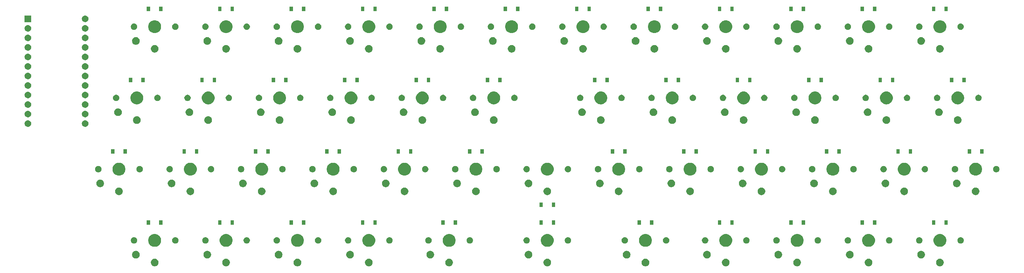
<source format=gbr>
%TF.GenerationSoftware,KiCad,Pcbnew,(5.1.6-0-10_14)*%
%TF.CreationDate,2020-06-23T09:17:44+08:00*%
%TF.ProjectId,Charming,43686172-6d69-46e6-972e-6b696361645f,v1.2*%
%TF.SameCoordinates,Original*%
%TF.FileFunction,Soldermask,Top*%
%TF.FilePolarity,Negative*%
%FSLAX46Y46*%
G04 Gerber Fmt 4.6, Leading zero omitted, Abs format (unit mm)*
G04 Created by KiCad (PCBNEW (5.1.6-0-10_14)) date 2020-06-23 09:17:44*
%MOMM*%
%LPD*%
G01*
G04 APERTURE LIST*
%ADD10C,0.100000*%
G04 APERTURE END LIST*
D10*
G36*
X262448211Y-130528522D02*
G01*
X262546356Y-130548044D01*
X262731256Y-130624632D01*
X262731258Y-130624633D01*
X262814459Y-130680227D01*
X262897662Y-130735821D01*
X263039179Y-130877338D01*
X263150368Y-131043744D01*
X263226956Y-131228644D01*
X263266000Y-131424933D01*
X263266000Y-131625067D01*
X263226956Y-131821356D01*
X263150368Y-132006256D01*
X263039179Y-132172662D01*
X262897662Y-132314179D01*
X262814459Y-132369773D01*
X262731258Y-132425367D01*
X262731257Y-132425368D01*
X262731256Y-132425368D01*
X262546356Y-132501956D01*
X262448212Y-132521478D01*
X262350069Y-132541000D01*
X262149931Y-132541000D01*
X262051788Y-132521478D01*
X261953644Y-132501956D01*
X261768744Y-132425368D01*
X261768743Y-132425368D01*
X261768742Y-132425367D01*
X261685541Y-132369773D01*
X261602338Y-132314179D01*
X261460821Y-132172662D01*
X261349632Y-132006256D01*
X261273044Y-131821356D01*
X261234000Y-131625067D01*
X261234000Y-131424933D01*
X261273044Y-131228644D01*
X261349632Y-131043744D01*
X261460821Y-130877338D01*
X261602338Y-130735821D01*
X261685541Y-130680226D01*
X261768742Y-130624633D01*
X261768744Y-130624632D01*
X261953644Y-130548044D01*
X262051789Y-130528522D01*
X262149931Y-130509000D01*
X262350069Y-130509000D01*
X262448211Y-130528522D01*
G37*
G36*
X243448211Y-130528522D02*
G01*
X243546356Y-130548044D01*
X243731256Y-130624632D01*
X243731258Y-130624633D01*
X243814459Y-130680227D01*
X243897662Y-130735821D01*
X244039179Y-130877338D01*
X244150368Y-131043744D01*
X244226956Y-131228644D01*
X244266000Y-131424933D01*
X244266000Y-131625067D01*
X244226956Y-131821356D01*
X244150368Y-132006256D01*
X244039179Y-132172662D01*
X243897662Y-132314179D01*
X243814459Y-132369773D01*
X243731258Y-132425367D01*
X243731257Y-132425368D01*
X243731256Y-132425368D01*
X243546356Y-132501956D01*
X243448212Y-132521478D01*
X243350069Y-132541000D01*
X243149931Y-132541000D01*
X243051788Y-132521478D01*
X242953644Y-132501956D01*
X242768744Y-132425368D01*
X242768743Y-132425368D01*
X242768742Y-132425367D01*
X242685541Y-132369773D01*
X242602338Y-132314179D01*
X242460821Y-132172662D01*
X242349632Y-132006256D01*
X242273044Y-131821356D01*
X242234000Y-131625067D01*
X242234000Y-131424933D01*
X242273044Y-131228644D01*
X242349632Y-131043744D01*
X242460821Y-130877338D01*
X242602338Y-130735821D01*
X242685541Y-130680226D01*
X242768742Y-130624633D01*
X242768744Y-130624632D01*
X242953644Y-130548044D01*
X243051789Y-130528522D01*
X243149931Y-130509000D01*
X243350069Y-130509000D01*
X243448211Y-130528522D01*
G37*
G36*
X224448211Y-130528522D02*
G01*
X224546356Y-130548044D01*
X224731256Y-130624632D01*
X224731258Y-130624633D01*
X224814459Y-130680227D01*
X224897662Y-130735821D01*
X225039179Y-130877338D01*
X225150368Y-131043744D01*
X225226956Y-131228644D01*
X225266000Y-131424933D01*
X225266000Y-131625067D01*
X225226956Y-131821356D01*
X225150368Y-132006256D01*
X225039179Y-132172662D01*
X224897662Y-132314179D01*
X224814459Y-132369773D01*
X224731258Y-132425367D01*
X224731257Y-132425368D01*
X224731256Y-132425368D01*
X224546356Y-132501956D01*
X224448212Y-132521478D01*
X224350069Y-132541000D01*
X224149931Y-132541000D01*
X224051788Y-132521478D01*
X223953644Y-132501956D01*
X223768744Y-132425368D01*
X223768743Y-132425368D01*
X223768742Y-132425367D01*
X223685541Y-132369773D01*
X223602338Y-132314179D01*
X223460821Y-132172662D01*
X223349632Y-132006256D01*
X223273044Y-131821356D01*
X223234000Y-131625067D01*
X223234000Y-131424933D01*
X223273044Y-131228644D01*
X223349632Y-131043744D01*
X223460821Y-130877338D01*
X223602338Y-130735821D01*
X223685541Y-130680226D01*
X223768742Y-130624633D01*
X223768744Y-130624632D01*
X223953644Y-130548044D01*
X224051789Y-130528522D01*
X224149931Y-130509000D01*
X224350069Y-130509000D01*
X224448211Y-130528522D01*
G37*
G36*
X205448211Y-130528522D02*
G01*
X205546356Y-130548044D01*
X205731256Y-130624632D01*
X205731258Y-130624633D01*
X205814459Y-130680227D01*
X205897662Y-130735821D01*
X206039179Y-130877338D01*
X206150368Y-131043744D01*
X206226956Y-131228644D01*
X206266000Y-131424933D01*
X206266000Y-131625067D01*
X206226956Y-131821356D01*
X206150368Y-132006256D01*
X206039179Y-132172662D01*
X205897662Y-132314179D01*
X205814459Y-132369773D01*
X205731258Y-132425367D01*
X205731257Y-132425368D01*
X205731256Y-132425368D01*
X205546356Y-132501956D01*
X205448212Y-132521478D01*
X205350069Y-132541000D01*
X205149931Y-132541000D01*
X205051788Y-132521478D01*
X204953644Y-132501956D01*
X204768744Y-132425368D01*
X204768743Y-132425368D01*
X204768742Y-132425367D01*
X204685541Y-132369773D01*
X204602338Y-132314179D01*
X204460821Y-132172662D01*
X204349632Y-132006256D01*
X204273044Y-131821356D01*
X204234000Y-131625067D01*
X204234000Y-131424933D01*
X204273044Y-131228644D01*
X204349632Y-131043744D01*
X204460821Y-130877338D01*
X204602338Y-130735821D01*
X204685541Y-130680226D01*
X204768742Y-130624633D01*
X204768744Y-130624632D01*
X204953644Y-130548044D01*
X205051789Y-130528522D01*
X205149931Y-130509000D01*
X205350069Y-130509000D01*
X205448211Y-130528522D01*
G37*
G36*
X184073211Y-130528522D02*
G01*
X184171356Y-130548044D01*
X184356256Y-130624632D01*
X184356258Y-130624633D01*
X184439459Y-130680227D01*
X184522662Y-130735821D01*
X184664179Y-130877338D01*
X184775368Y-131043744D01*
X184851956Y-131228644D01*
X184891000Y-131424933D01*
X184891000Y-131625067D01*
X184851956Y-131821356D01*
X184775368Y-132006256D01*
X184664179Y-132172662D01*
X184522662Y-132314179D01*
X184439459Y-132369773D01*
X184356258Y-132425367D01*
X184356257Y-132425368D01*
X184356256Y-132425368D01*
X184171356Y-132501956D01*
X184073212Y-132521478D01*
X183975069Y-132541000D01*
X183774931Y-132541000D01*
X183676788Y-132521478D01*
X183578644Y-132501956D01*
X183393744Y-132425368D01*
X183393743Y-132425368D01*
X183393742Y-132425367D01*
X183310541Y-132369773D01*
X183227338Y-132314179D01*
X183085821Y-132172662D01*
X182974632Y-132006256D01*
X182898044Y-131821356D01*
X182859000Y-131625067D01*
X182859000Y-131424933D01*
X182898044Y-131228644D01*
X182974632Y-131043744D01*
X183085821Y-130877338D01*
X183227338Y-130735821D01*
X183310541Y-130680226D01*
X183393742Y-130624633D01*
X183393744Y-130624632D01*
X183578644Y-130548044D01*
X183676789Y-130528522D01*
X183774931Y-130509000D01*
X183975069Y-130509000D01*
X184073211Y-130528522D01*
G37*
G36*
X157948211Y-130528522D02*
G01*
X158046356Y-130548044D01*
X158231256Y-130624632D01*
X158231258Y-130624633D01*
X158314459Y-130680227D01*
X158397662Y-130735821D01*
X158539179Y-130877338D01*
X158650368Y-131043744D01*
X158726956Y-131228644D01*
X158766000Y-131424933D01*
X158766000Y-131625067D01*
X158726956Y-131821356D01*
X158650368Y-132006256D01*
X158539179Y-132172662D01*
X158397662Y-132314179D01*
X158314459Y-132369773D01*
X158231258Y-132425367D01*
X158231257Y-132425368D01*
X158231256Y-132425368D01*
X158046356Y-132501956D01*
X157948212Y-132521478D01*
X157850069Y-132541000D01*
X157649931Y-132541000D01*
X157551788Y-132521478D01*
X157453644Y-132501956D01*
X157268744Y-132425368D01*
X157268743Y-132425368D01*
X157268742Y-132425367D01*
X157185541Y-132369773D01*
X157102338Y-132314179D01*
X156960821Y-132172662D01*
X156849632Y-132006256D01*
X156773044Y-131821356D01*
X156734000Y-131625067D01*
X156734000Y-131424933D01*
X156773044Y-131228644D01*
X156849632Y-131043744D01*
X156960821Y-130877338D01*
X157102338Y-130735821D01*
X157185541Y-130680226D01*
X157268742Y-130624633D01*
X157268744Y-130624632D01*
X157453644Y-130548044D01*
X157551789Y-130528522D01*
X157649931Y-130509000D01*
X157850069Y-130509000D01*
X157948211Y-130528522D01*
G37*
G36*
X131823211Y-130528522D02*
G01*
X131921356Y-130548044D01*
X132106256Y-130624632D01*
X132106258Y-130624633D01*
X132189459Y-130680227D01*
X132272662Y-130735821D01*
X132414179Y-130877338D01*
X132525368Y-131043744D01*
X132601956Y-131228644D01*
X132641000Y-131424933D01*
X132641000Y-131625067D01*
X132601956Y-131821356D01*
X132525368Y-132006256D01*
X132414179Y-132172662D01*
X132272662Y-132314179D01*
X132189459Y-132369773D01*
X132106258Y-132425367D01*
X132106257Y-132425368D01*
X132106256Y-132425368D01*
X131921356Y-132501956D01*
X131823212Y-132521478D01*
X131725069Y-132541000D01*
X131524931Y-132541000D01*
X131426788Y-132521478D01*
X131328644Y-132501956D01*
X131143744Y-132425368D01*
X131143743Y-132425368D01*
X131143742Y-132425367D01*
X131060541Y-132369773D01*
X130977338Y-132314179D01*
X130835821Y-132172662D01*
X130724632Y-132006256D01*
X130648044Y-131821356D01*
X130609000Y-131625067D01*
X130609000Y-131424933D01*
X130648044Y-131228644D01*
X130724632Y-131043744D01*
X130835821Y-130877338D01*
X130977338Y-130735821D01*
X131060541Y-130680226D01*
X131143742Y-130624633D01*
X131143744Y-130624632D01*
X131328644Y-130548044D01*
X131426789Y-130528522D01*
X131524931Y-130509000D01*
X131725069Y-130509000D01*
X131823211Y-130528522D01*
G37*
G36*
X110448211Y-130528522D02*
G01*
X110546356Y-130548044D01*
X110731256Y-130624632D01*
X110731258Y-130624633D01*
X110814459Y-130680227D01*
X110897662Y-130735821D01*
X111039179Y-130877338D01*
X111150368Y-131043744D01*
X111226956Y-131228644D01*
X111266000Y-131424933D01*
X111266000Y-131625067D01*
X111226956Y-131821356D01*
X111150368Y-132006256D01*
X111039179Y-132172662D01*
X110897662Y-132314179D01*
X110814459Y-132369773D01*
X110731258Y-132425367D01*
X110731257Y-132425368D01*
X110731256Y-132425368D01*
X110546356Y-132501956D01*
X110448212Y-132521478D01*
X110350069Y-132541000D01*
X110149931Y-132541000D01*
X110051788Y-132521478D01*
X109953644Y-132501956D01*
X109768744Y-132425368D01*
X109768743Y-132425368D01*
X109768742Y-132425367D01*
X109685541Y-132369773D01*
X109602338Y-132314179D01*
X109460821Y-132172662D01*
X109349632Y-132006256D01*
X109273044Y-131821356D01*
X109234000Y-131625067D01*
X109234000Y-131424933D01*
X109273044Y-131228644D01*
X109349632Y-131043744D01*
X109460821Y-130877338D01*
X109602338Y-130735821D01*
X109685541Y-130680226D01*
X109768742Y-130624633D01*
X109768744Y-130624632D01*
X109953644Y-130548044D01*
X110051789Y-130528522D01*
X110149931Y-130509000D01*
X110350069Y-130509000D01*
X110448211Y-130528522D01*
G37*
G36*
X91448211Y-130528522D02*
G01*
X91546356Y-130548044D01*
X91731256Y-130624632D01*
X91731258Y-130624633D01*
X91814459Y-130680227D01*
X91897662Y-130735821D01*
X92039179Y-130877338D01*
X92150368Y-131043744D01*
X92226956Y-131228644D01*
X92266000Y-131424933D01*
X92266000Y-131625067D01*
X92226956Y-131821356D01*
X92150368Y-132006256D01*
X92039179Y-132172662D01*
X91897662Y-132314179D01*
X91814459Y-132369773D01*
X91731258Y-132425367D01*
X91731257Y-132425368D01*
X91731256Y-132425368D01*
X91546356Y-132501956D01*
X91448212Y-132521478D01*
X91350069Y-132541000D01*
X91149931Y-132541000D01*
X91051788Y-132521478D01*
X90953644Y-132501956D01*
X90768744Y-132425368D01*
X90768743Y-132425368D01*
X90768742Y-132425367D01*
X90685541Y-132369773D01*
X90602338Y-132314179D01*
X90460821Y-132172662D01*
X90349632Y-132006256D01*
X90273044Y-131821356D01*
X90234000Y-131625067D01*
X90234000Y-131424933D01*
X90273044Y-131228644D01*
X90349632Y-131043744D01*
X90460821Y-130877338D01*
X90602338Y-130735821D01*
X90685541Y-130680226D01*
X90768742Y-130624633D01*
X90768744Y-130624632D01*
X90953644Y-130548044D01*
X91051789Y-130528522D01*
X91149931Y-130509000D01*
X91350069Y-130509000D01*
X91448211Y-130528522D01*
G37*
G36*
X72448211Y-130528522D02*
G01*
X72546356Y-130548044D01*
X72731256Y-130624632D01*
X72731258Y-130624633D01*
X72814459Y-130680227D01*
X72897662Y-130735821D01*
X73039179Y-130877338D01*
X73150368Y-131043744D01*
X73226956Y-131228644D01*
X73266000Y-131424933D01*
X73266000Y-131625067D01*
X73226956Y-131821356D01*
X73150368Y-132006256D01*
X73039179Y-132172662D01*
X72897662Y-132314179D01*
X72814459Y-132369773D01*
X72731258Y-132425367D01*
X72731257Y-132425368D01*
X72731256Y-132425368D01*
X72546356Y-132501956D01*
X72448212Y-132521478D01*
X72350069Y-132541000D01*
X72149931Y-132541000D01*
X72051788Y-132521478D01*
X71953644Y-132501956D01*
X71768744Y-132425368D01*
X71768743Y-132425368D01*
X71768742Y-132425367D01*
X71685541Y-132369773D01*
X71602338Y-132314179D01*
X71460821Y-132172662D01*
X71349632Y-132006256D01*
X71273044Y-131821356D01*
X71234000Y-131625067D01*
X71234000Y-131424933D01*
X71273044Y-131228644D01*
X71349632Y-131043744D01*
X71460821Y-130877338D01*
X71602338Y-130735821D01*
X71685541Y-130680227D01*
X71768742Y-130624633D01*
X71768744Y-130624632D01*
X71953644Y-130548044D01*
X72051789Y-130528522D01*
X72149931Y-130509000D01*
X72350069Y-130509000D01*
X72448211Y-130528522D01*
G37*
G36*
X53448211Y-130528522D02*
G01*
X53546356Y-130548044D01*
X53731256Y-130624632D01*
X53731258Y-130624633D01*
X53814459Y-130680227D01*
X53897662Y-130735821D01*
X54039179Y-130877338D01*
X54150368Y-131043744D01*
X54226956Y-131228644D01*
X54266000Y-131424933D01*
X54266000Y-131625067D01*
X54226956Y-131821356D01*
X54150368Y-132006256D01*
X54039179Y-132172662D01*
X53897662Y-132314179D01*
X53814459Y-132369773D01*
X53731258Y-132425367D01*
X53731257Y-132425368D01*
X53731256Y-132425368D01*
X53546356Y-132501956D01*
X53448212Y-132521478D01*
X53350069Y-132541000D01*
X53149931Y-132541000D01*
X53051788Y-132521478D01*
X52953644Y-132501956D01*
X52768744Y-132425368D01*
X52768743Y-132425368D01*
X52768742Y-132425367D01*
X52685541Y-132369773D01*
X52602338Y-132314179D01*
X52460821Y-132172662D01*
X52349632Y-132006256D01*
X52273044Y-131821356D01*
X52234000Y-131625067D01*
X52234000Y-131424933D01*
X52273044Y-131228644D01*
X52349632Y-131043744D01*
X52460821Y-130877338D01*
X52602338Y-130735821D01*
X52685541Y-130680227D01*
X52768742Y-130624633D01*
X52768744Y-130624632D01*
X52953644Y-130548044D01*
X53051789Y-130528522D01*
X53149931Y-130509000D01*
X53350069Y-130509000D01*
X53448211Y-130528522D01*
G37*
G36*
X48448211Y-128428522D02*
G01*
X48546356Y-128448044D01*
X48731256Y-128524632D01*
X48731258Y-128524633D01*
X48814459Y-128580226D01*
X48897662Y-128635821D01*
X49039179Y-128777338D01*
X49150368Y-128943744D01*
X49226956Y-129128644D01*
X49266000Y-129324933D01*
X49266000Y-129525067D01*
X49226956Y-129721356D01*
X49150368Y-129906256D01*
X49039179Y-130072662D01*
X48897662Y-130214179D01*
X48814459Y-130269773D01*
X48731258Y-130325367D01*
X48731257Y-130325368D01*
X48731256Y-130325368D01*
X48546356Y-130401956D01*
X48448211Y-130421478D01*
X48350069Y-130441000D01*
X48149931Y-130441000D01*
X48051789Y-130421478D01*
X47953644Y-130401956D01*
X47768744Y-130325368D01*
X47768743Y-130325368D01*
X47768742Y-130325367D01*
X47685541Y-130269773D01*
X47602338Y-130214179D01*
X47460821Y-130072662D01*
X47349632Y-129906256D01*
X47273044Y-129721356D01*
X47234000Y-129525067D01*
X47234000Y-129324933D01*
X47273044Y-129128644D01*
X47349632Y-128943744D01*
X47460821Y-128777338D01*
X47602338Y-128635821D01*
X47685541Y-128580226D01*
X47768742Y-128524633D01*
X47768744Y-128524632D01*
X47953644Y-128448044D01*
X48051789Y-128428522D01*
X48149931Y-128409000D01*
X48350069Y-128409000D01*
X48448211Y-128428522D01*
G37*
G36*
X67448211Y-128428522D02*
G01*
X67546356Y-128448044D01*
X67731256Y-128524632D01*
X67731258Y-128524633D01*
X67814459Y-128580226D01*
X67897662Y-128635821D01*
X68039179Y-128777338D01*
X68150368Y-128943744D01*
X68226956Y-129128644D01*
X68266000Y-129324933D01*
X68266000Y-129525067D01*
X68226956Y-129721356D01*
X68150368Y-129906256D01*
X68039179Y-130072662D01*
X67897662Y-130214179D01*
X67814459Y-130269773D01*
X67731258Y-130325367D01*
X67731257Y-130325368D01*
X67731256Y-130325368D01*
X67546356Y-130401956D01*
X67448211Y-130421478D01*
X67350069Y-130441000D01*
X67149931Y-130441000D01*
X67051789Y-130421478D01*
X66953644Y-130401956D01*
X66768744Y-130325368D01*
X66768743Y-130325368D01*
X66768742Y-130325367D01*
X66685541Y-130269773D01*
X66602338Y-130214179D01*
X66460821Y-130072662D01*
X66349632Y-129906256D01*
X66273044Y-129721356D01*
X66234000Y-129525067D01*
X66234000Y-129324933D01*
X66273044Y-129128644D01*
X66349632Y-128943744D01*
X66460821Y-128777338D01*
X66602338Y-128635821D01*
X66685541Y-128580226D01*
X66768742Y-128524633D01*
X66768744Y-128524632D01*
X66953644Y-128448044D01*
X67051789Y-128428522D01*
X67149931Y-128409000D01*
X67350069Y-128409000D01*
X67448211Y-128428522D01*
G37*
G36*
X86448211Y-128428522D02*
G01*
X86546356Y-128448044D01*
X86731256Y-128524632D01*
X86731258Y-128524633D01*
X86814459Y-128580226D01*
X86897662Y-128635821D01*
X87039179Y-128777338D01*
X87150368Y-128943744D01*
X87226956Y-129128644D01*
X87266000Y-129324933D01*
X87266000Y-129525067D01*
X87226956Y-129721356D01*
X87150368Y-129906256D01*
X87039179Y-130072662D01*
X86897662Y-130214179D01*
X86814459Y-130269774D01*
X86731258Y-130325367D01*
X86731257Y-130325368D01*
X86731256Y-130325368D01*
X86546356Y-130401956D01*
X86448211Y-130421478D01*
X86350069Y-130441000D01*
X86149931Y-130441000D01*
X86051789Y-130421478D01*
X85953644Y-130401956D01*
X85768744Y-130325368D01*
X85768743Y-130325368D01*
X85768742Y-130325367D01*
X85685541Y-130269773D01*
X85602338Y-130214179D01*
X85460821Y-130072662D01*
X85349632Y-129906256D01*
X85273044Y-129721356D01*
X85234000Y-129525067D01*
X85234000Y-129324933D01*
X85273044Y-129128644D01*
X85349632Y-128943744D01*
X85460821Y-128777338D01*
X85602338Y-128635821D01*
X85685541Y-128580227D01*
X85768742Y-128524633D01*
X85768744Y-128524632D01*
X85953644Y-128448044D01*
X86051789Y-128428522D01*
X86149931Y-128409000D01*
X86350069Y-128409000D01*
X86448211Y-128428522D01*
G37*
G36*
X105448211Y-128428522D02*
G01*
X105546356Y-128448044D01*
X105731256Y-128524632D01*
X105731258Y-128524633D01*
X105814459Y-128580226D01*
X105897662Y-128635821D01*
X106039179Y-128777338D01*
X106150368Y-128943744D01*
X106226956Y-129128644D01*
X106266000Y-129324933D01*
X106266000Y-129525067D01*
X106226956Y-129721356D01*
X106150368Y-129906256D01*
X106039179Y-130072662D01*
X105897662Y-130214179D01*
X105814459Y-130269774D01*
X105731258Y-130325367D01*
X105731257Y-130325368D01*
X105731256Y-130325368D01*
X105546356Y-130401956D01*
X105448211Y-130421478D01*
X105350069Y-130441000D01*
X105149931Y-130441000D01*
X105051789Y-130421478D01*
X104953644Y-130401956D01*
X104768744Y-130325368D01*
X104768743Y-130325368D01*
X104768742Y-130325367D01*
X104685541Y-130269773D01*
X104602338Y-130214179D01*
X104460821Y-130072662D01*
X104349632Y-129906256D01*
X104273044Y-129721356D01*
X104234000Y-129525067D01*
X104234000Y-129324933D01*
X104273044Y-129128644D01*
X104349632Y-128943744D01*
X104460821Y-128777338D01*
X104602338Y-128635821D01*
X104685541Y-128580227D01*
X104768742Y-128524633D01*
X104768744Y-128524632D01*
X104953644Y-128448044D01*
X105051789Y-128428522D01*
X105149931Y-128409000D01*
X105350069Y-128409000D01*
X105448211Y-128428522D01*
G37*
G36*
X126823211Y-128428522D02*
G01*
X126921356Y-128448044D01*
X127106256Y-128524632D01*
X127106258Y-128524633D01*
X127189459Y-128580226D01*
X127272662Y-128635821D01*
X127414179Y-128777338D01*
X127525368Y-128943744D01*
X127601956Y-129128644D01*
X127641000Y-129324933D01*
X127641000Y-129525067D01*
X127601956Y-129721356D01*
X127525368Y-129906256D01*
X127414179Y-130072662D01*
X127272662Y-130214179D01*
X127189459Y-130269774D01*
X127106258Y-130325367D01*
X127106257Y-130325368D01*
X127106256Y-130325368D01*
X126921356Y-130401956D01*
X126823211Y-130421478D01*
X126725069Y-130441000D01*
X126524931Y-130441000D01*
X126426789Y-130421478D01*
X126328644Y-130401956D01*
X126143744Y-130325368D01*
X126143743Y-130325368D01*
X126143742Y-130325367D01*
X126060541Y-130269773D01*
X125977338Y-130214179D01*
X125835821Y-130072662D01*
X125724632Y-129906256D01*
X125648044Y-129721356D01*
X125609000Y-129525067D01*
X125609000Y-129324933D01*
X125648044Y-129128644D01*
X125724632Y-128943744D01*
X125835821Y-128777338D01*
X125977338Y-128635821D01*
X126060541Y-128580227D01*
X126143742Y-128524633D01*
X126143744Y-128524632D01*
X126328644Y-128448044D01*
X126426789Y-128428522D01*
X126524931Y-128409000D01*
X126725069Y-128409000D01*
X126823211Y-128428522D01*
G37*
G36*
X152948211Y-128428522D02*
G01*
X153046356Y-128448044D01*
X153231256Y-128524632D01*
X153231258Y-128524633D01*
X153314459Y-128580226D01*
X153397662Y-128635821D01*
X153539179Y-128777338D01*
X153650368Y-128943744D01*
X153726956Y-129128644D01*
X153766000Y-129324933D01*
X153766000Y-129525067D01*
X153726956Y-129721356D01*
X153650368Y-129906256D01*
X153539179Y-130072662D01*
X153397662Y-130214179D01*
X153314459Y-130269774D01*
X153231258Y-130325367D01*
X153231257Y-130325368D01*
X153231256Y-130325368D01*
X153046356Y-130401956D01*
X152948211Y-130421478D01*
X152850069Y-130441000D01*
X152649931Y-130441000D01*
X152551789Y-130421478D01*
X152453644Y-130401956D01*
X152268744Y-130325368D01*
X152268743Y-130325368D01*
X152268742Y-130325367D01*
X152185541Y-130269773D01*
X152102338Y-130214179D01*
X151960821Y-130072662D01*
X151849632Y-129906256D01*
X151773044Y-129721356D01*
X151734000Y-129525067D01*
X151734000Y-129324933D01*
X151773044Y-129128644D01*
X151849632Y-128943744D01*
X151960821Y-128777338D01*
X152102338Y-128635821D01*
X152185541Y-128580227D01*
X152268742Y-128524633D01*
X152268744Y-128524632D01*
X152453644Y-128448044D01*
X152551789Y-128428522D01*
X152649931Y-128409000D01*
X152850069Y-128409000D01*
X152948211Y-128428522D01*
G37*
G36*
X179073211Y-128428522D02*
G01*
X179171356Y-128448044D01*
X179356256Y-128524632D01*
X179356258Y-128524633D01*
X179439459Y-128580226D01*
X179522662Y-128635821D01*
X179664179Y-128777338D01*
X179775368Y-128943744D01*
X179851956Y-129128644D01*
X179891000Y-129324933D01*
X179891000Y-129525067D01*
X179851956Y-129721356D01*
X179775368Y-129906256D01*
X179664179Y-130072662D01*
X179522662Y-130214179D01*
X179439459Y-130269774D01*
X179356258Y-130325367D01*
X179356257Y-130325368D01*
X179356256Y-130325368D01*
X179171356Y-130401956D01*
X179073211Y-130421478D01*
X178975069Y-130441000D01*
X178774931Y-130441000D01*
X178676789Y-130421478D01*
X178578644Y-130401956D01*
X178393744Y-130325368D01*
X178393743Y-130325368D01*
X178393742Y-130325367D01*
X178310541Y-130269773D01*
X178227338Y-130214179D01*
X178085821Y-130072662D01*
X177974632Y-129906256D01*
X177898044Y-129721356D01*
X177859000Y-129525067D01*
X177859000Y-129324933D01*
X177898044Y-129128644D01*
X177974632Y-128943744D01*
X178085821Y-128777338D01*
X178227338Y-128635821D01*
X178310541Y-128580227D01*
X178393742Y-128524633D01*
X178393744Y-128524632D01*
X178578644Y-128448044D01*
X178676789Y-128428522D01*
X178774931Y-128409000D01*
X178975069Y-128409000D01*
X179073211Y-128428522D01*
G37*
G36*
X200448211Y-128428522D02*
G01*
X200546356Y-128448044D01*
X200731256Y-128524632D01*
X200731258Y-128524633D01*
X200814459Y-128580226D01*
X200897662Y-128635821D01*
X201039179Y-128777338D01*
X201150368Y-128943744D01*
X201226956Y-129128644D01*
X201266000Y-129324933D01*
X201266000Y-129525067D01*
X201226956Y-129721356D01*
X201150368Y-129906256D01*
X201039179Y-130072662D01*
X200897662Y-130214179D01*
X200814459Y-130269774D01*
X200731258Y-130325367D01*
X200731257Y-130325368D01*
X200731256Y-130325368D01*
X200546356Y-130401956D01*
X200448211Y-130421478D01*
X200350069Y-130441000D01*
X200149931Y-130441000D01*
X200051789Y-130421478D01*
X199953644Y-130401956D01*
X199768744Y-130325368D01*
X199768743Y-130325368D01*
X199768742Y-130325367D01*
X199685541Y-130269773D01*
X199602338Y-130214179D01*
X199460821Y-130072662D01*
X199349632Y-129906256D01*
X199273044Y-129721356D01*
X199234000Y-129525067D01*
X199234000Y-129324933D01*
X199273044Y-129128644D01*
X199349632Y-128943744D01*
X199460821Y-128777338D01*
X199602338Y-128635821D01*
X199685541Y-128580227D01*
X199768742Y-128524633D01*
X199768744Y-128524632D01*
X199953644Y-128448044D01*
X200051789Y-128428522D01*
X200149931Y-128409000D01*
X200350069Y-128409000D01*
X200448211Y-128428522D01*
G37*
G36*
X219448211Y-128428522D02*
G01*
X219546356Y-128448044D01*
X219731256Y-128524632D01*
X219731258Y-128524633D01*
X219814459Y-128580226D01*
X219897662Y-128635821D01*
X220039179Y-128777338D01*
X220150368Y-128943744D01*
X220226956Y-129128644D01*
X220266000Y-129324933D01*
X220266000Y-129525067D01*
X220226956Y-129721356D01*
X220150368Y-129906256D01*
X220039179Y-130072662D01*
X219897662Y-130214179D01*
X219814459Y-130269774D01*
X219731258Y-130325367D01*
X219731257Y-130325368D01*
X219731256Y-130325368D01*
X219546356Y-130401956D01*
X219448211Y-130421478D01*
X219350069Y-130441000D01*
X219149931Y-130441000D01*
X219051789Y-130421478D01*
X218953644Y-130401956D01*
X218768744Y-130325368D01*
X218768743Y-130325368D01*
X218768742Y-130325367D01*
X218685541Y-130269773D01*
X218602338Y-130214179D01*
X218460821Y-130072662D01*
X218349632Y-129906256D01*
X218273044Y-129721356D01*
X218234000Y-129525067D01*
X218234000Y-129324933D01*
X218273044Y-129128644D01*
X218349632Y-128943744D01*
X218460821Y-128777338D01*
X218602338Y-128635821D01*
X218685541Y-128580227D01*
X218768742Y-128524633D01*
X218768744Y-128524632D01*
X218953644Y-128448044D01*
X219051789Y-128428522D01*
X219149931Y-128409000D01*
X219350069Y-128409000D01*
X219448211Y-128428522D01*
G37*
G36*
X238448211Y-128428522D02*
G01*
X238546356Y-128448044D01*
X238731256Y-128524632D01*
X238731258Y-128524633D01*
X238814459Y-128580226D01*
X238897662Y-128635821D01*
X239039179Y-128777338D01*
X239150368Y-128943744D01*
X239226956Y-129128644D01*
X239266000Y-129324933D01*
X239266000Y-129525067D01*
X239226956Y-129721356D01*
X239150368Y-129906256D01*
X239039179Y-130072662D01*
X238897662Y-130214179D01*
X238814459Y-130269774D01*
X238731258Y-130325367D01*
X238731257Y-130325368D01*
X238731256Y-130325368D01*
X238546356Y-130401956D01*
X238448211Y-130421478D01*
X238350069Y-130441000D01*
X238149931Y-130441000D01*
X238051789Y-130421478D01*
X237953644Y-130401956D01*
X237768744Y-130325368D01*
X237768743Y-130325368D01*
X237768742Y-130325367D01*
X237685541Y-130269773D01*
X237602338Y-130214179D01*
X237460821Y-130072662D01*
X237349632Y-129906256D01*
X237273044Y-129721356D01*
X237234000Y-129525067D01*
X237234000Y-129324933D01*
X237273044Y-129128644D01*
X237349632Y-128943744D01*
X237460821Y-128777338D01*
X237602338Y-128635821D01*
X237685541Y-128580227D01*
X237768742Y-128524633D01*
X237768744Y-128524632D01*
X237953644Y-128448044D01*
X238051789Y-128428522D01*
X238149931Y-128409000D01*
X238350069Y-128409000D01*
X238448211Y-128428522D01*
G37*
G36*
X257448211Y-128428522D02*
G01*
X257546356Y-128448044D01*
X257731256Y-128524632D01*
X257731258Y-128524633D01*
X257814459Y-128580226D01*
X257897662Y-128635821D01*
X258039179Y-128777338D01*
X258150368Y-128943744D01*
X258226956Y-129128644D01*
X258266000Y-129324933D01*
X258266000Y-129525067D01*
X258226956Y-129721356D01*
X258150368Y-129906256D01*
X258039179Y-130072662D01*
X257897662Y-130214179D01*
X257814459Y-130269774D01*
X257731258Y-130325367D01*
X257731257Y-130325368D01*
X257731256Y-130325368D01*
X257546356Y-130401956D01*
X257448211Y-130421478D01*
X257350069Y-130441000D01*
X257149931Y-130441000D01*
X257051789Y-130421478D01*
X256953644Y-130401956D01*
X256768744Y-130325368D01*
X256768743Y-130325368D01*
X256768742Y-130325367D01*
X256685541Y-130269773D01*
X256602338Y-130214179D01*
X256460821Y-130072662D01*
X256349632Y-129906256D01*
X256273044Y-129721356D01*
X256234000Y-129525067D01*
X256234000Y-129324933D01*
X256273044Y-129128644D01*
X256349632Y-128943744D01*
X256460821Y-128777338D01*
X256602338Y-128635821D01*
X256685541Y-128580227D01*
X256768742Y-128524633D01*
X256768744Y-128524632D01*
X256953644Y-128448044D01*
X257051789Y-128428522D01*
X257149931Y-128409000D01*
X257350069Y-128409000D01*
X257448211Y-128428522D01*
G37*
G36*
X53529276Y-123932462D02*
G01*
X53750101Y-123976387D01*
X53958114Y-124062549D01*
X54062121Y-124105630D01*
X54248903Y-124230434D01*
X54342930Y-124293261D01*
X54581739Y-124532070D01*
X54581740Y-124532072D01*
X54769370Y-124812879D01*
X54769370Y-124812880D01*
X54898613Y-125124899D01*
X54964500Y-125456136D01*
X54964500Y-125793864D01*
X54898613Y-126125101D01*
X54831992Y-126285937D01*
X54769370Y-126437121D01*
X54644566Y-126623903D01*
X54581739Y-126717930D01*
X54342930Y-126956739D01*
X54248903Y-127019566D01*
X54062121Y-127144370D01*
X53958114Y-127187451D01*
X53750101Y-127273613D01*
X53529276Y-127317538D01*
X53418865Y-127339500D01*
X53081135Y-127339500D01*
X52970724Y-127317538D01*
X52749899Y-127273613D01*
X52541886Y-127187451D01*
X52437879Y-127144370D01*
X52251097Y-127019566D01*
X52157070Y-126956739D01*
X51918261Y-126717930D01*
X51855434Y-126623903D01*
X51730630Y-126437121D01*
X51668008Y-126285937D01*
X51601387Y-126125101D01*
X51535500Y-125793864D01*
X51535500Y-125456136D01*
X51601387Y-125124899D01*
X51730630Y-124812880D01*
X51730630Y-124812879D01*
X51918260Y-124532072D01*
X51918261Y-124532070D01*
X52157070Y-124293261D01*
X52251097Y-124230434D01*
X52437879Y-124105630D01*
X52541886Y-124062549D01*
X52749899Y-123976387D01*
X52970724Y-123932462D01*
X53081135Y-123910500D01*
X53418865Y-123910500D01*
X53529276Y-123932462D01*
G37*
G36*
X262529276Y-123932462D02*
G01*
X262750101Y-123976387D01*
X262958114Y-124062549D01*
X263062121Y-124105630D01*
X263248903Y-124230434D01*
X263342930Y-124293261D01*
X263581739Y-124532070D01*
X263581740Y-124532072D01*
X263769370Y-124812879D01*
X263769370Y-124812880D01*
X263898613Y-125124899D01*
X263964500Y-125456136D01*
X263964500Y-125793864D01*
X263898613Y-126125101D01*
X263831992Y-126285937D01*
X263769370Y-126437121D01*
X263644566Y-126623903D01*
X263581739Y-126717930D01*
X263342930Y-126956739D01*
X263248903Y-127019566D01*
X263062121Y-127144370D01*
X262958114Y-127187451D01*
X262750101Y-127273613D01*
X262529276Y-127317538D01*
X262418865Y-127339500D01*
X262081135Y-127339500D01*
X261970724Y-127317538D01*
X261749899Y-127273613D01*
X261541886Y-127187451D01*
X261437879Y-127144370D01*
X261251097Y-127019566D01*
X261157070Y-126956739D01*
X260918261Y-126717930D01*
X260855434Y-126623903D01*
X260730630Y-126437121D01*
X260668008Y-126285937D01*
X260601387Y-126125101D01*
X260535500Y-125793864D01*
X260535500Y-125456136D01*
X260601387Y-125124899D01*
X260730630Y-124812880D01*
X260730630Y-124812879D01*
X260918260Y-124532072D01*
X260918261Y-124532070D01*
X261157070Y-124293261D01*
X261251097Y-124230434D01*
X261437879Y-124105630D01*
X261541886Y-124062549D01*
X261749899Y-123976387D01*
X261970724Y-123932462D01*
X262081135Y-123910500D01*
X262418865Y-123910500D01*
X262529276Y-123932462D01*
G37*
G36*
X243529276Y-123932462D02*
G01*
X243750101Y-123976387D01*
X243958114Y-124062549D01*
X244062121Y-124105630D01*
X244248903Y-124230434D01*
X244342930Y-124293261D01*
X244581739Y-124532070D01*
X244581740Y-124532072D01*
X244769370Y-124812879D01*
X244769370Y-124812880D01*
X244898613Y-125124899D01*
X244964500Y-125456136D01*
X244964500Y-125793864D01*
X244898613Y-126125101D01*
X244831992Y-126285937D01*
X244769370Y-126437121D01*
X244644566Y-126623903D01*
X244581739Y-126717930D01*
X244342930Y-126956739D01*
X244248903Y-127019566D01*
X244062121Y-127144370D01*
X243958114Y-127187451D01*
X243750101Y-127273613D01*
X243529276Y-127317538D01*
X243418865Y-127339500D01*
X243081135Y-127339500D01*
X242970724Y-127317538D01*
X242749899Y-127273613D01*
X242541886Y-127187451D01*
X242437879Y-127144370D01*
X242251097Y-127019566D01*
X242157070Y-126956739D01*
X241918261Y-126717930D01*
X241855434Y-126623903D01*
X241730630Y-126437121D01*
X241668008Y-126285937D01*
X241601387Y-126125101D01*
X241535500Y-125793864D01*
X241535500Y-125456136D01*
X241601387Y-125124899D01*
X241730630Y-124812880D01*
X241730630Y-124812879D01*
X241918260Y-124532072D01*
X241918261Y-124532070D01*
X242157070Y-124293261D01*
X242251097Y-124230434D01*
X242437879Y-124105630D01*
X242541886Y-124062549D01*
X242749899Y-123976387D01*
X242970724Y-123932462D01*
X243081135Y-123910500D01*
X243418865Y-123910500D01*
X243529276Y-123932462D01*
G37*
G36*
X72529276Y-123932462D02*
G01*
X72750101Y-123976387D01*
X72958114Y-124062549D01*
X73062121Y-124105630D01*
X73248903Y-124230434D01*
X73342930Y-124293261D01*
X73581739Y-124532070D01*
X73581740Y-124532072D01*
X73769370Y-124812879D01*
X73769370Y-124812880D01*
X73898613Y-125124899D01*
X73964500Y-125456136D01*
X73964500Y-125793864D01*
X73898613Y-126125101D01*
X73831992Y-126285937D01*
X73769370Y-126437121D01*
X73644566Y-126623903D01*
X73581739Y-126717930D01*
X73342930Y-126956739D01*
X73248903Y-127019566D01*
X73062121Y-127144370D01*
X72958114Y-127187451D01*
X72750101Y-127273613D01*
X72529276Y-127317538D01*
X72418865Y-127339500D01*
X72081135Y-127339500D01*
X71970724Y-127317538D01*
X71749899Y-127273613D01*
X71541886Y-127187451D01*
X71437879Y-127144370D01*
X71251097Y-127019566D01*
X71157070Y-126956739D01*
X70918261Y-126717930D01*
X70855434Y-126623903D01*
X70730630Y-126437121D01*
X70668008Y-126285937D01*
X70601387Y-126125101D01*
X70535500Y-125793864D01*
X70535500Y-125456136D01*
X70601387Y-125124899D01*
X70730630Y-124812880D01*
X70730630Y-124812879D01*
X70918260Y-124532072D01*
X70918261Y-124532070D01*
X71157070Y-124293261D01*
X71251097Y-124230434D01*
X71437879Y-124105630D01*
X71541886Y-124062549D01*
X71749899Y-123976387D01*
X71970724Y-123932462D01*
X72081135Y-123910500D01*
X72418865Y-123910500D01*
X72529276Y-123932462D01*
G37*
G36*
X224529276Y-123932462D02*
G01*
X224750101Y-123976387D01*
X224958114Y-124062549D01*
X225062121Y-124105630D01*
X225248903Y-124230434D01*
X225342930Y-124293261D01*
X225581739Y-124532070D01*
X225581740Y-124532072D01*
X225769370Y-124812879D01*
X225769370Y-124812880D01*
X225898613Y-125124899D01*
X225964500Y-125456136D01*
X225964500Y-125793864D01*
X225898613Y-126125101D01*
X225831992Y-126285937D01*
X225769370Y-126437121D01*
X225644566Y-126623903D01*
X225581739Y-126717930D01*
X225342930Y-126956739D01*
X225248903Y-127019566D01*
X225062121Y-127144370D01*
X224958114Y-127187451D01*
X224750101Y-127273613D01*
X224529276Y-127317538D01*
X224418865Y-127339500D01*
X224081135Y-127339500D01*
X223970724Y-127317538D01*
X223749899Y-127273613D01*
X223541886Y-127187451D01*
X223437879Y-127144370D01*
X223251097Y-127019566D01*
X223157070Y-126956739D01*
X222918261Y-126717930D01*
X222855434Y-126623903D01*
X222730630Y-126437121D01*
X222668008Y-126285937D01*
X222601387Y-126125101D01*
X222535500Y-125793864D01*
X222535500Y-125456136D01*
X222601387Y-125124899D01*
X222730630Y-124812880D01*
X222730630Y-124812879D01*
X222918260Y-124532072D01*
X222918261Y-124532070D01*
X223157070Y-124293261D01*
X223251097Y-124230434D01*
X223437879Y-124105630D01*
X223541886Y-124062549D01*
X223749899Y-123976387D01*
X223970724Y-123932462D01*
X224081135Y-123910500D01*
X224418865Y-123910500D01*
X224529276Y-123932462D01*
G37*
G36*
X205529276Y-123932462D02*
G01*
X205750101Y-123976387D01*
X205958114Y-124062549D01*
X206062121Y-124105630D01*
X206248903Y-124230434D01*
X206342930Y-124293261D01*
X206581739Y-124532070D01*
X206581740Y-124532072D01*
X206769370Y-124812879D01*
X206769370Y-124812880D01*
X206898613Y-125124899D01*
X206964500Y-125456136D01*
X206964500Y-125793864D01*
X206898613Y-126125101D01*
X206831992Y-126285937D01*
X206769370Y-126437121D01*
X206644566Y-126623903D01*
X206581739Y-126717930D01*
X206342930Y-126956739D01*
X206248903Y-127019566D01*
X206062121Y-127144370D01*
X205958114Y-127187451D01*
X205750101Y-127273613D01*
X205529276Y-127317538D01*
X205418865Y-127339500D01*
X205081135Y-127339500D01*
X204970724Y-127317538D01*
X204749899Y-127273613D01*
X204541886Y-127187451D01*
X204437879Y-127144370D01*
X204251097Y-127019566D01*
X204157070Y-126956739D01*
X203918261Y-126717930D01*
X203855434Y-126623903D01*
X203730630Y-126437121D01*
X203668008Y-126285937D01*
X203601387Y-126125101D01*
X203535500Y-125793864D01*
X203535500Y-125456136D01*
X203601387Y-125124899D01*
X203730630Y-124812880D01*
X203730630Y-124812879D01*
X203918260Y-124532072D01*
X203918261Y-124532070D01*
X204157070Y-124293261D01*
X204251097Y-124230434D01*
X204437879Y-124105630D01*
X204541886Y-124062549D01*
X204749899Y-123976387D01*
X204970724Y-123932462D01*
X205081135Y-123910500D01*
X205418865Y-123910500D01*
X205529276Y-123932462D01*
G37*
G36*
X91529276Y-123932462D02*
G01*
X91750101Y-123976387D01*
X91958114Y-124062549D01*
X92062121Y-124105630D01*
X92248903Y-124230434D01*
X92342930Y-124293261D01*
X92581739Y-124532070D01*
X92581740Y-124532072D01*
X92769370Y-124812879D01*
X92769370Y-124812880D01*
X92898613Y-125124899D01*
X92964500Y-125456136D01*
X92964500Y-125793864D01*
X92898613Y-126125101D01*
X92831992Y-126285937D01*
X92769370Y-126437121D01*
X92644566Y-126623903D01*
X92581739Y-126717930D01*
X92342930Y-126956739D01*
X92248903Y-127019566D01*
X92062121Y-127144370D01*
X91958114Y-127187451D01*
X91750101Y-127273613D01*
X91529276Y-127317538D01*
X91418865Y-127339500D01*
X91081135Y-127339500D01*
X90970724Y-127317538D01*
X90749899Y-127273613D01*
X90541886Y-127187451D01*
X90437879Y-127144370D01*
X90251097Y-127019566D01*
X90157070Y-126956739D01*
X89918261Y-126717930D01*
X89855434Y-126623903D01*
X89730630Y-126437121D01*
X89668008Y-126285937D01*
X89601387Y-126125101D01*
X89535500Y-125793864D01*
X89535500Y-125456136D01*
X89601387Y-125124899D01*
X89730630Y-124812880D01*
X89730630Y-124812879D01*
X89918260Y-124532072D01*
X89918261Y-124532070D01*
X90157070Y-124293261D01*
X90251097Y-124230434D01*
X90437879Y-124105630D01*
X90541886Y-124062549D01*
X90749899Y-123976387D01*
X90970724Y-123932462D01*
X91081135Y-123910500D01*
X91418865Y-123910500D01*
X91529276Y-123932462D01*
G37*
G36*
X184154276Y-123932462D02*
G01*
X184375101Y-123976387D01*
X184583114Y-124062549D01*
X184687121Y-124105630D01*
X184873903Y-124230434D01*
X184967930Y-124293261D01*
X185206739Y-124532070D01*
X185206740Y-124532072D01*
X185394370Y-124812879D01*
X185394370Y-124812880D01*
X185523613Y-125124899D01*
X185589500Y-125456136D01*
X185589500Y-125793864D01*
X185523613Y-126125101D01*
X185456992Y-126285937D01*
X185394370Y-126437121D01*
X185269566Y-126623903D01*
X185206739Y-126717930D01*
X184967930Y-126956739D01*
X184873903Y-127019566D01*
X184687121Y-127144370D01*
X184583114Y-127187451D01*
X184375101Y-127273613D01*
X184154276Y-127317538D01*
X184043865Y-127339500D01*
X183706135Y-127339500D01*
X183595724Y-127317538D01*
X183374899Y-127273613D01*
X183166886Y-127187451D01*
X183062879Y-127144370D01*
X182876097Y-127019566D01*
X182782070Y-126956739D01*
X182543261Y-126717930D01*
X182480434Y-126623903D01*
X182355630Y-126437121D01*
X182293008Y-126285937D01*
X182226387Y-126125101D01*
X182160500Y-125793864D01*
X182160500Y-125456136D01*
X182226387Y-125124899D01*
X182355630Y-124812880D01*
X182355630Y-124812879D01*
X182543260Y-124532072D01*
X182543261Y-124532070D01*
X182782070Y-124293261D01*
X182876097Y-124230434D01*
X183062879Y-124105630D01*
X183166886Y-124062549D01*
X183374899Y-123976387D01*
X183595724Y-123932462D01*
X183706135Y-123910500D01*
X184043865Y-123910500D01*
X184154276Y-123932462D01*
G37*
G36*
X158029276Y-123932462D02*
G01*
X158250101Y-123976387D01*
X158458114Y-124062549D01*
X158562121Y-124105630D01*
X158748903Y-124230434D01*
X158842930Y-124293261D01*
X159081739Y-124532070D01*
X159081740Y-124532072D01*
X159269370Y-124812879D01*
X159269370Y-124812880D01*
X159398613Y-125124899D01*
X159464500Y-125456136D01*
X159464500Y-125793864D01*
X159398613Y-126125101D01*
X159331992Y-126285937D01*
X159269370Y-126437121D01*
X159144566Y-126623903D01*
X159081739Y-126717930D01*
X158842930Y-126956739D01*
X158748903Y-127019566D01*
X158562121Y-127144370D01*
X158458114Y-127187451D01*
X158250101Y-127273613D01*
X158029276Y-127317538D01*
X157918865Y-127339500D01*
X157581135Y-127339500D01*
X157470724Y-127317538D01*
X157249899Y-127273613D01*
X157041886Y-127187451D01*
X156937879Y-127144370D01*
X156751097Y-127019566D01*
X156657070Y-126956739D01*
X156418261Y-126717930D01*
X156355434Y-126623903D01*
X156230630Y-126437121D01*
X156168008Y-126285937D01*
X156101387Y-126125101D01*
X156035500Y-125793864D01*
X156035500Y-125456136D01*
X156101387Y-125124899D01*
X156230630Y-124812880D01*
X156230630Y-124812879D01*
X156418260Y-124532072D01*
X156418261Y-124532070D01*
X156657070Y-124293261D01*
X156751097Y-124230434D01*
X156937879Y-124105630D01*
X157041886Y-124062549D01*
X157249899Y-123976387D01*
X157470724Y-123932462D01*
X157581135Y-123910500D01*
X157918865Y-123910500D01*
X158029276Y-123932462D01*
G37*
G36*
X110529276Y-123932462D02*
G01*
X110750101Y-123976387D01*
X110958114Y-124062549D01*
X111062121Y-124105630D01*
X111248903Y-124230434D01*
X111342930Y-124293261D01*
X111581739Y-124532070D01*
X111581740Y-124532072D01*
X111769370Y-124812879D01*
X111769370Y-124812880D01*
X111898613Y-125124899D01*
X111964500Y-125456136D01*
X111964500Y-125793864D01*
X111898613Y-126125101D01*
X111831992Y-126285937D01*
X111769370Y-126437121D01*
X111644566Y-126623903D01*
X111581739Y-126717930D01*
X111342930Y-126956739D01*
X111248903Y-127019566D01*
X111062121Y-127144370D01*
X110958114Y-127187451D01*
X110750101Y-127273613D01*
X110529276Y-127317538D01*
X110418865Y-127339500D01*
X110081135Y-127339500D01*
X109970724Y-127317538D01*
X109749899Y-127273613D01*
X109541886Y-127187451D01*
X109437879Y-127144370D01*
X109251097Y-127019566D01*
X109157070Y-126956739D01*
X108918261Y-126717930D01*
X108855434Y-126623903D01*
X108730630Y-126437121D01*
X108668008Y-126285937D01*
X108601387Y-126125101D01*
X108535500Y-125793864D01*
X108535500Y-125456136D01*
X108601387Y-125124899D01*
X108730630Y-124812880D01*
X108730630Y-124812879D01*
X108918260Y-124532072D01*
X108918261Y-124532070D01*
X109157070Y-124293261D01*
X109251097Y-124230434D01*
X109437879Y-124105630D01*
X109541886Y-124062549D01*
X109749899Y-123976387D01*
X109970724Y-123932462D01*
X110081135Y-123910500D01*
X110418865Y-123910500D01*
X110529276Y-123932462D01*
G37*
G36*
X131904276Y-123932462D02*
G01*
X132125101Y-123976387D01*
X132333114Y-124062549D01*
X132437121Y-124105630D01*
X132623903Y-124230434D01*
X132717930Y-124293261D01*
X132956739Y-124532070D01*
X132956740Y-124532072D01*
X133144370Y-124812879D01*
X133144370Y-124812880D01*
X133273613Y-125124899D01*
X133339500Y-125456136D01*
X133339500Y-125793864D01*
X133273613Y-126125101D01*
X133206992Y-126285937D01*
X133144370Y-126437121D01*
X133019566Y-126623903D01*
X132956739Y-126717930D01*
X132717930Y-126956739D01*
X132623903Y-127019566D01*
X132437121Y-127144370D01*
X132333114Y-127187451D01*
X132125101Y-127273613D01*
X131904276Y-127317538D01*
X131793865Y-127339500D01*
X131456135Y-127339500D01*
X131345724Y-127317538D01*
X131124899Y-127273613D01*
X130916886Y-127187451D01*
X130812879Y-127144370D01*
X130626097Y-127019566D01*
X130532070Y-126956739D01*
X130293261Y-126717930D01*
X130230434Y-126623903D01*
X130105630Y-126437121D01*
X130043008Y-126285937D01*
X129976387Y-126125101D01*
X129910500Y-125793864D01*
X129910500Y-125456136D01*
X129976387Y-125124899D01*
X130105630Y-124812880D01*
X130105630Y-124812879D01*
X130293260Y-124532072D01*
X130293261Y-124532070D01*
X130532070Y-124293261D01*
X130626097Y-124230434D01*
X130812879Y-124105630D01*
X130916886Y-124062549D01*
X131124899Y-123976387D01*
X131345724Y-123932462D01*
X131456135Y-123910500D01*
X131793865Y-123910500D01*
X131904276Y-123932462D01*
G37*
G36*
X229888603Y-124785000D02*
G01*
X229998198Y-124806800D01*
X230153052Y-124870942D01*
X230153054Y-124870943D01*
X230222734Y-124917502D01*
X230292417Y-124964063D01*
X230410937Y-125082583D01*
X230504058Y-125221948D01*
X230568200Y-125376802D01*
X230600900Y-125541194D01*
X230600900Y-125708806D01*
X230568200Y-125873198D01*
X230504058Y-126028052D01*
X230410937Y-126167417D01*
X230292417Y-126285937D01*
X230222735Y-126332497D01*
X230153054Y-126379057D01*
X230153053Y-126379058D01*
X230153052Y-126379058D01*
X229998198Y-126443200D01*
X229888603Y-126465000D01*
X229833807Y-126475900D01*
X229666193Y-126475900D01*
X229611397Y-126465000D01*
X229501802Y-126443200D01*
X229346948Y-126379058D01*
X229346947Y-126379058D01*
X229346946Y-126379057D01*
X229277265Y-126332497D01*
X229207583Y-126285937D01*
X229089063Y-126167417D01*
X228995942Y-126028052D01*
X228931800Y-125873198D01*
X228899100Y-125708806D01*
X228899100Y-125541194D01*
X228931800Y-125376802D01*
X228995942Y-125221948D01*
X229089063Y-125082583D01*
X229207583Y-124964063D01*
X229277265Y-124917503D01*
X229346946Y-124870943D01*
X229346948Y-124870942D01*
X229501802Y-124806800D01*
X229611397Y-124785000D01*
X229666193Y-124774100D01*
X229833807Y-124774100D01*
X229888603Y-124785000D01*
G37*
G36*
X210888603Y-124785000D02*
G01*
X210998198Y-124806800D01*
X211153052Y-124870942D01*
X211153054Y-124870943D01*
X211222734Y-124917502D01*
X211292417Y-124964063D01*
X211410937Y-125082583D01*
X211504058Y-125221948D01*
X211568200Y-125376802D01*
X211600900Y-125541194D01*
X211600900Y-125708806D01*
X211568200Y-125873198D01*
X211504058Y-126028052D01*
X211410937Y-126167417D01*
X211292417Y-126285937D01*
X211222735Y-126332497D01*
X211153054Y-126379057D01*
X211153053Y-126379058D01*
X211153052Y-126379058D01*
X210998198Y-126443200D01*
X210888603Y-126465000D01*
X210833807Y-126475900D01*
X210666193Y-126475900D01*
X210611397Y-126465000D01*
X210501802Y-126443200D01*
X210346948Y-126379058D01*
X210346947Y-126379058D01*
X210346946Y-126379057D01*
X210277265Y-126332497D01*
X210207583Y-126285937D01*
X210089063Y-126167417D01*
X209995942Y-126028052D01*
X209931800Y-125873198D01*
X209899100Y-125708806D01*
X209899100Y-125541194D01*
X209931800Y-125376802D01*
X209995942Y-125221948D01*
X210089063Y-125082583D01*
X210207583Y-124964063D01*
X210277265Y-124917503D01*
X210346946Y-124870943D01*
X210346948Y-124870942D01*
X210501802Y-124806800D01*
X210611397Y-124785000D01*
X210666193Y-124774100D01*
X210833807Y-124774100D01*
X210888603Y-124785000D01*
G37*
G36*
X218888603Y-124785000D02*
G01*
X218998198Y-124806800D01*
X219153052Y-124870942D01*
X219153054Y-124870943D01*
X219222734Y-124917502D01*
X219292417Y-124964063D01*
X219410937Y-125082583D01*
X219504058Y-125221948D01*
X219568200Y-125376802D01*
X219600900Y-125541194D01*
X219600900Y-125708806D01*
X219568200Y-125873198D01*
X219504058Y-126028052D01*
X219410937Y-126167417D01*
X219292417Y-126285937D01*
X219222735Y-126332497D01*
X219153054Y-126379057D01*
X219153053Y-126379058D01*
X219153052Y-126379058D01*
X218998198Y-126443200D01*
X218888603Y-126465000D01*
X218833807Y-126475900D01*
X218666193Y-126475900D01*
X218611397Y-126465000D01*
X218501802Y-126443200D01*
X218346948Y-126379058D01*
X218346947Y-126379058D01*
X218346946Y-126379057D01*
X218277265Y-126332497D01*
X218207583Y-126285937D01*
X218089063Y-126167417D01*
X217995942Y-126028052D01*
X217931800Y-125873198D01*
X217899100Y-125708806D01*
X217899100Y-125541194D01*
X217931800Y-125376802D01*
X217995942Y-125221948D01*
X218089063Y-125082583D01*
X218207583Y-124964063D01*
X218277265Y-124917503D01*
X218346946Y-124870943D01*
X218346948Y-124870942D01*
X218501802Y-124806800D01*
X218611397Y-124785000D01*
X218666193Y-124774100D01*
X218833807Y-124774100D01*
X218888603Y-124785000D01*
G37*
G36*
X199888603Y-124785000D02*
G01*
X199998198Y-124806800D01*
X200153052Y-124870942D01*
X200153054Y-124870943D01*
X200222734Y-124917502D01*
X200292417Y-124964063D01*
X200410937Y-125082583D01*
X200504058Y-125221948D01*
X200568200Y-125376802D01*
X200600900Y-125541194D01*
X200600900Y-125708806D01*
X200568200Y-125873198D01*
X200504058Y-126028052D01*
X200410937Y-126167417D01*
X200292417Y-126285937D01*
X200222735Y-126332497D01*
X200153054Y-126379057D01*
X200153053Y-126379058D01*
X200153052Y-126379058D01*
X199998198Y-126443200D01*
X199888603Y-126465000D01*
X199833807Y-126475900D01*
X199666193Y-126475900D01*
X199611397Y-126465000D01*
X199501802Y-126443200D01*
X199346948Y-126379058D01*
X199346947Y-126379058D01*
X199346946Y-126379057D01*
X199277265Y-126332497D01*
X199207583Y-126285937D01*
X199089063Y-126167417D01*
X198995942Y-126028052D01*
X198931800Y-125873198D01*
X198899100Y-125708806D01*
X198899100Y-125541194D01*
X198931800Y-125376802D01*
X198995942Y-125221948D01*
X199089063Y-125082583D01*
X199207583Y-124964063D01*
X199277265Y-124917503D01*
X199346946Y-124870943D01*
X199346948Y-124870942D01*
X199501802Y-124806800D01*
X199611397Y-124785000D01*
X199666193Y-124774100D01*
X199833807Y-124774100D01*
X199888603Y-124785000D01*
G37*
G36*
X237888603Y-124785000D02*
G01*
X237998198Y-124806800D01*
X238153052Y-124870942D01*
X238153054Y-124870943D01*
X238222734Y-124917502D01*
X238292417Y-124964063D01*
X238410937Y-125082583D01*
X238504058Y-125221948D01*
X238568200Y-125376802D01*
X238600900Y-125541194D01*
X238600900Y-125708806D01*
X238568200Y-125873198D01*
X238504058Y-126028052D01*
X238410937Y-126167417D01*
X238292417Y-126285937D01*
X238222735Y-126332497D01*
X238153054Y-126379057D01*
X238153053Y-126379058D01*
X238153052Y-126379058D01*
X237998198Y-126443200D01*
X237888603Y-126465000D01*
X237833807Y-126475900D01*
X237666193Y-126475900D01*
X237611397Y-126465000D01*
X237501802Y-126443200D01*
X237346948Y-126379058D01*
X237346947Y-126379058D01*
X237346946Y-126379057D01*
X237277265Y-126332497D01*
X237207583Y-126285937D01*
X237089063Y-126167417D01*
X236995942Y-126028052D01*
X236931800Y-125873198D01*
X236899100Y-125708806D01*
X236899100Y-125541194D01*
X236931800Y-125376802D01*
X236995942Y-125221948D01*
X237089063Y-125082583D01*
X237207583Y-124964063D01*
X237277265Y-124917503D01*
X237346946Y-124870943D01*
X237346948Y-124870942D01*
X237501802Y-124806800D01*
X237611397Y-124785000D01*
X237666193Y-124774100D01*
X237833807Y-124774100D01*
X237888603Y-124785000D01*
G37*
G36*
X178513603Y-124785000D02*
G01*
X178623198Y-124806800D01*
X178778052Y-124870942D01*
X178778054Y-124870943D01*
X178847734Y-124917502D01*
X178917417Y-124964063D01*
X179035937Y-125082583D01*
X179129058Y-125221948D01*
X179193200Y-125376802D01*
X179225900Y-125541194D01*
X179225900Y-125708806D01*
X179193200Y-125873198D01*
X179129058Y-126028052D01*
X179035937Y-126167417D01*
X178917417Y-126285937D01*
X178847735Y-126332497D01*
X178778054Y-126379057D01*
X178778053Y-126379058D01*
X178778052Y-126379058D01*
X178623198Y-126443200D01*
X178513603Y-126465000D01*
X178458807Y-126475900D01*
X178291193Y-126475900D01*
X178236397Y-126465000D01*
X178126802Y-126443200D01*
X177971948Y-126379058D01*
X177971947Y-126379058D01*
X177971946Y-126379057D01*
X177902265Y-126332497D01*
X177832583Y-126285937D01*
X177714063Y-126167417D01*
X177620942Y-126028052D01*
X177556800Y-125873198D01*
X177524100Y-125708806D01*
X177524100Y-125541194D01*
X177556800Y-125376802D01*
X177620942Y-125221948D01*
X177714063Y-125082583D01*
X177832583Y-124964063D01*
X177902265Y-124917503D01*
X177971946Y-124870943D01*
X177971948Y-124870942D01*
X178126802Y-124806800D01*
X178236397Y-124785000D01*
X178291193Y-124774100D01*
X178458807Y-124774100D01*
X178513603Y-124785000D01*
G37*
G36*
X189513603Y-124785000D02*
G01*
X189623198Y-124806800D01*
X189778052Y-124870942D01*
X189778054Y-124870943D01*
X189847734Y-124917502D01*
X189917417Y-124964063D01*
X190035937Y-125082583D01*
X190129058Y-125221948D01*
X190193200Y-125376802D01*
X190225900Y-125541194D01*
X190225900Y-125708806D01*
X190193200Y-125873198D01*
X190129058Y-126028052D01*
X190035937Y-126167417D01*
X189917417Y-126285937D01*
X189847735Y-126332497D01*
X189778054Y-126379057D01*
X189778053Y-126379058D01*
X189778052Y-126379058D01*
X189623198Y-126443200D01*
X189513603Y-126465000D01*
X189458807Y-126475900D01*
X189291193Y-126475900D01*
X189236397Y-126465000D01*
X189126802Y-126443200D01*
X188971948Y-126379058D01*
X188971947Y-126379058D01*
X188971946Y-126379057D01*
X188902265Y-126332497D01*
X188832583Y-126285937D01*
X188714063Y-126167417D01*
X188620942Y-126028052D01*
X188556800Y-125873198D01*
X188524100Y-125708806D01*
X188524100Y-125541194D01*
X188556800Y-125376802D01*
X188620942Y-125221948D01*
X188714063Y-125082583D01*
X188832583Y-124964063D01*
X188902265Y-124917503D01*
X188971946Y-124870943D01*
X188971948Y-124870942D01*
X189126802Y-124806800D01*
X189236397Y-124785000D01*
X189291193Y-124774100D01*
X189458807Y-124774100D01*
X189513603Y-124785000D01*
G37*
G36*
X248888603Y-124785000D02*
G01*
X248998198Y-124806800D01*
X249153052Y-124870942D01*
X249153054Y-124870943D01*
X249222734Y-124917502D01*
X249292417Y-124964063D01*
X249410937Y-125082583D01*
X249504058Y-125221948D01*
X249568200Y-125376802D01*
X249600900Y-125541194D01*
X249600900Y-125708806D01*
X249568200Y-125873198D01*
X249504058Y-126028052D01*
X249410937Y-126167417D01*
X249292417Y-126285937D01*
X249222735Y-126332497D01*
X249153054Y-126379057D01*
X249153053Y-126379058D01*
X249153052Y-126379058D01*
X248998198Y-126443200D01*
X248888603Y-126465000D01*
X248833807Y-126475900D01*
X248666193Y-126475900D01*
X248611397Y-126465000D01*
X248501802Y-126443200D01*
X248346948Y-126379058D01*
X248346947Y-126379058D01*
X248346946Y-126379057D01*
X248277265Y-126332497D01*
X248207583Y-126285937D01*
X248089063Y-126167417D01*
X247995942Y-126028052D01*
X247931800Y-125873198D01*
X247899100Y-125708806D01*
X247899100Y-125541194D01*
X247931800Y-125376802D01*
X247995942Y-125221948D01*
X248089063Y-125082583D01*
X248207583Y-124964063D01*
X248277265Y-124917503D01*
X248346946Y-124870943D01*
X248346948Y-124870942D01*
X248501802Y-124806800D01*
X248611397Y-124785000D01*
X248666193Y-124774100D01*
X248833807Y-124774100D01*
X248888603Y-124785000D01*
G37*
G36*
X256888603Y-124785000D02*
G01*
X256998198Y-124806800D01*
X257153052Y-124870942D01*
X257153054Y-124870943D01*
X257222734Y-124917502D01*
X257292417Y-124964063D01*
X257410937Y-125082583D01*
X257504058Y-125221948D01*
X257568200Y-125376802D01*
X257600900Y-125541194D01*
X257600900Y-125708806D01*
X257568200Y-125873198D01*
X257504058Y-126028052D01*
X257410937Y-126167417D01*
X257292417Y-126285937D01*
X257222735Y-126332497D01*
X257153054Y-126379057D01*
X257153053Y-126379058D01*
X257153052Y-126379058D01*
X256998198Y-126443200D01*
X256888603Y-126465000D01*
X256833807Y-126475900D01*
X256666193Y-126475900D01*
X256611397Y-126465000D01*
X256501802Y-126443200D01*
X256346948Y-126379058D01*
X256346947Y-126379058D01*
X256346946Y-126379057D01*
X256277265Y-126332497D01*
X256207583Y-126285937D01*
X256089063Y-126167417D01*
X255995942Y-126028052D01*
X255931800Y-125873198D01*
X255899100Y-125708806D01*
X255899100Y-125541194D01*
X255931800Y-125376802D01*
X255995942Y-125221948D01*
X256089063Y-125082583D01*
X256207583Y-124964063D01*
X256277265Y-124917503D01*
X256346946Y-124870943D01*
X256346948Y-124870942D01*
X256501802Y-124806800D01*
X256611397Y-124785000D01*
X256666193Y-124774100D01*
X256833807Y-124774100D01*
X256888603Y-124785000D01*
G37*
G36*
X152388603Y-124785000D02*
G01*
X152498198Y-124806800D01*
X152653052Y-124870942D01*
X152653054Y-124870943D01*
X152722734Y-124917502D01*
X152792417Y-124964063D01*
X152910937Y-125082583D01*
X153004058Y-125221948D01*
X153068200Y-125376802D01*
X153100900Y-125541194D01*
X153100900Y-125708806D01*
X153068200Y-125873198D01*
X153004058Y-126028052D01*
X152910937Y-126167417D01*
X152792417Y-126285937D01*
X152722735Y-126332497D01*
X152653054Y-126379057D01*
X152653053Y-126379058D01*
X152653052Y-126379058D01*
X152498198Y-126443200D01*
X152388603Y-126465000D01*
X152333807Y-126475900D01*
X152166193Y-126475900D01*
X152111397Y-126465000D01*
X152001802Y-126443200D01*
X151846948Y-126379058D01*
X151846947Y-126379058D01*
X151846946Y-126379057D01*
X151777265Y-126332497D01*
X151707583Y-126285937D01*
X151589063Y-126167417D01*
X151495942Y-126028052D01*
X151431800Y-125873198D01*
X151399100Y-125708806D01*
X151399100Y-125541194D01*
X151431800Y-125376802D01*
X151495942Y-125221948D01*
X151589063Y-125082583D01*
X151707583Y-124964063D01*
X151777265Y-124917503D01*
X151846946Y-124870943D01*
X151846948Y-124870942D01*
X152001802Y-124806800D01*
X152111397Y-124785000D01*
X152166193Y-124774100D01*
X152333807Y-124774100D01*
X152388603Y-124785000D01*
G37*
G36*
X163388603Y-124785000D02*
G01*
X163498198Y-124806800D01*
X163653052Y-124870942D01*
X163653054Y-124870943D01*
X163722734Y-124917502D01*
X163792417Y-124964063D01*
X163910937Y-125082583D01*
X164004058Y-125221948D01*
X164068200Y-125376802D01*
X164100900Y-125541194D01*
X164100900Y-125708806D01*
X164068200Y-125873198D01*
X164004058Y-126028052D01*
X163910937Y-126167417D01*
X163792417Y-126285937D01*
X163722735Y-126332497D01*
X163653054Y-126379057D01*
X163653053Y-126379058D01*
X163653052Y-126379058D01*
X163498198Y-126443200D01*
X163388603Y-126465000D01*
X163333807Y-126475900D01*
X163166193Y-126475900D01*
X163111397Y-126465000D01*
X163001802Y-126443200D01*
X162846948Y-126379058D01*
X162846947Y-126379058D01*
X162846946Y-126379057D01*
X162777265Y-126332497D01*
X162707583Y-126285937D01*
X162589063Y-126167417D01*
X162495942Y-126028052D01*
X162431800Y-125873198D01*
X162399100Y-125708806D01*
X162399100Y-125541194D01*
X162431800Y-125376802D01*
X162495942Y-125221948D01*
X162589063Y-125082583D01*
X162707583Y-124964063D01*
X162777265Y-124917503D01*
X162846946Y-124870943D01*
X162846948Y-124870942D01*
X163001802Y-124806800D01*
X163111397Y-124785000D01*
X163166193Y-124774100D01*
X163333807Y-124774100D01*
X163388603Y-124785000D01*
G37*
G36*
X267888603Y-124785000D02*
G01*
X267998198Y-124806800D01*
X268153052Y-124870942D01*
X268153054Y-124870943D01*
X268222734Y-124917502D01*
X268292417Y-124964063D01*
X268410937Y-125082583D01*
X268504058Y-125221948D01*
X268568200Y-125376802D01*
X268600900Y-125541194D01*
X268600900Y-125708806D01*
X268568200Y-125873198D01*
X268504058Y-126028052D01*
X268410937Y-126167417D01*
X268292417Y-126285937D01*
X268222735Y-126332497D01*
X268153054Y-126379057D01*
X268153053Y-126379058D01*
X268153052Y-126379058D01*
X267998198Y-126443200D01*
X267888603Y-126465000D01*
X267833807Y-126475900D01*
X267666193Y-126475900D01*
X267611397Y-126465000D01*
X267501802Y-126443200D01*
X267346948Y-126379058D01*
X267346947Y-126379058D01*
X267346946Y-126379057D01*
X267277265Y-126332497D01*
X267207583Y-126285937D01*
X267089063Y-126167417D01*
X266995942Y-126028052D01*
X266931800Y-125873198D01*
X266899100Y-125708806D01*
X266899100Y-125541194D01*
X266931800Y-125376802D01*
X266995942Y-125221948D01*
X267089063Y-125082583D01*
X267207583Y-124964063D01*
X267277265Y-124917503D01*
X267346946Y-124870943D01*
X267346948Y-124870942D01*
X267501802Y-124806800D01*
X267611397Y-124785000D01*
X267666193Y-124774100D01*
X267833807Y-124774100D01*
X267888603Y-124785000D01*
G37*
G36*
X126263603Y-124785000D02*
G01*
X126373198Y-124806800D01*
X126528052Y-124870942D01*
X126528054Y-124870943D01*
X126597734Y-124917502D01*
X126667417Y-124964063D01*
X126785937Y-125082583D01*
X126879058Y-125221948D01*
X126943200Y-125376802D01*
X126975900Y-125541194D01*
X126975900Y-125708806D01*
X126943200Y-125873198D01*
X126879058Y-126028052D01*
X126785937Y-126167417D01*
X126667417Y-126285937D01*
X126597735Y-126332497D01*
X126528054Y-126379057D01*
X126528053Y-126379058D01*
X126528052Y-126379058D01*
X126373198Y-126443200D01*
X126263603Y-126465000D01*
X126208807Y-126475900D01*
X126041193Y-126475900D01*
X125986397Y-126465000D01*
X125876802Y-126443200D01*
X125721948Y-126379058D01*
X125721947Y-126379058D01*
X125721946Y-126379057D01*
X125652265Y-126332497D01*
X125582583Y-126285937D01*
X125464063Y-126167417D01*
X125370942Y-126028052D01*
X125306800Y-125873198D01*
X125274100Y-125708806D01*
X125274100Y-125541194D01*
X125306800Y-125376802D01*
X125370942Y-125221948D01*
X125464063Y-125082583D01*
X125582583Y-124964063D01*
X125652265Y-124917503D01*
X125721946Y-124870943D01*
X125721948Y-124870942D01*
X125876802Y-124806800D01*
X125986397Y-124785000D01*
X126041193Y-124774100D01*
X126208807Y-124774100D01*
X126263603Y-124785000D01*
G37*
G36*
X137263603Y-124785000D02*
G01*
X137373198Y-124806800D01*
X137528052Y-124870942D01*
X137528054Y-124870943D01*
X137597734Y-124917502D01*
X137667417Y-124964063D01*
X137785937Y-125082583D01*
X137879058Y-125221948D01*
X137943200Y-125376802D01*
X137975900Y-125541194D01*
X137975900Y-125708806D01*
X137943200Y-125873198D01*
X137879058Y-126028052D01*
X137785937Y-126167417D01*
X137667417Y-126285937D01*
X137597735Y-126332497D01*
X137528054Y-126379057D01*
X137528053Y-126379058D01*
X137528052Y-126379058D01*
X137373198Y-126443200D01*
X137263603Y-126465000D01*
X137208807Y-126475900D01*
X137041193Y-126475900D01*
X136986397Y-126465000D01*
X136876802Y-126443200D01*
X136721948Y-126379058D01*
X136721947Y-126379058D01*
X136721946Y-126379057D01*
X136652265Y-126332497D01*
X136582583Y-126285937D01*
X136464063Y-126167417D01*
X136370942Y-126028052D01*
X136306800Y-125873198D01*
X136274100Y-125708806D01*
X136274100Y-125541194D01*
X136306800Y-125376802D01*
X136370942Y-125221948D01*
X136464063Y-125082583D01*
X136582583Y-124964063D01*
X136652265Y-124917503D01*
X136721946Y-124870943D01*
X136721948Y-124870942D01*
X136876802Y-124806800D01*
X136986397Y-124785000D01*
X137041193Y-124774100D01*
X137208807Y-124774100D01*
X137263603Y-124785000D01*
G37*
G36*
X104888603Y-124785000D02*
G01*
X104998198Y-124806800D01*
X105153052Y-124870942D01*
X105153054Y-124870943D01*
X105222734Y-124917502D01*
X105292417Y-124964063D01*
X105410937Y-125082583D01*
X105504058Y-125221948D01*
X105568200Y-125376802D01*
X105600900Y-125541194D01*
X105600900Y-125708806D01*
X105568200Y-125873198D01*
X105504058Y-126028052D01*
X105410937Y-126167417D01*
X105292417Y-126285937D01*
X105222735Y-126332497D01*
X105153054Y-126379057D01*
X105153053Y-126379058D01*
X105153052Y-126379058D01*
X104998198Y-126443200D01*
X104888603Y-126465000D01*
X104833807Y-126475900D01*
X104666193Y-126475900D01*
X104611397Y-126465000D01*
X104501802Y-126443200D01*
X104346948Y-126379058D01*
X104346947Y-126379058D01*
X104346946Y-126379057D01*
X104277265Y-126332497D01*
X104207583Y-126285937D01*
X104089063Y-126167417D01*
X103995942Y-126028052D01*
X103931800Y-125873198D01*
X103899100Y-125708806D01*
X103899100Y-125541194D01*
X103931800Y-125376802D01*
X103995942Y-125221948D01*
X104089063Y-125082583D01*
X104207583Y-124964063D01*
X104277265Y-124917503D01*
X104346946Y-124870943D01*
X104346948Y-124870942D01*
X104501802Y-124806800D01*
X104611397Y-124785000D01*
X104666193Y-124774100D01*
X104833807Y-124774100D01*
X104888603Y-124785000D01*
G37*
G36*
X115888603Y-124785000D02*
G01*
X115998198Y-124806800D01*
X116153052Y-124870942D01*
X116153054Y-124870943D01*
X116222734Y-124917502D01*
X116292417Y-124964063D01*
X116410937Y-125082583D01*
X116504058Y-125221948D01*
X116568200Y-125376802D01*
X116600900Y-125541194D01*
X116600900Y-125708806D01*
X116568200Y-125873198D01*
X116504058Y-126028052D01*
X116410937Y-126167417D01*
X116292417Y-126285937D01*
X116222735Y-126332497D01*
X116153054Y-126379057D01*
X116153053Y-126379058D01*
X116153052Y-126379058D01*
X115998198Y-126443200D01*
X115888603Y-126465000D01*
X115833807Y-126475900D01*
X115666193Y-126475900D01*
X115611397Y-126465000D01*
X115501802Y-126443200D01*
X115346948Y-126379058D01*
X115346947Y-126379058D01*
X115346946Y-126379057D01*
X115277265Y-126332497D01*
X115207583Y-126285937D01*
X115089063Y-126167417D01*
X114995942Y-126028052D01*
X114931800Y-125873198D01*
X114899100Y-125708806D01*
X114899100Y-125541194D01*
X114931800Y-125376802D01*
X114995942Y-125221948D01*
X115089063Y-125082583D01*
X115207583Y-124964063D01*
X115277265Y-124917503D01*
X115346946Y-124870943D01*
X115346948Y-124870942D01*
X115501802Y-124806800D01*
X115611397Y-124785000D01*
X115666193Y-124774100D01*
X115833807Y-124774100D01*
X115888603Y-124785000D01*
G37*
G36*
X47888603Y-124785000D02*
G01*
X47998198Y-124806800D01*
X48153052Y-124870942D01*
X48153054Y-124870943D01*
X48222734Y-124917502D01*
X48292417Y-124964063D01*
X48410937Y-125082583D01*
X48504058Y-125221948D01*
X48568200Y-125376802D01*
X48600900Y-125541194D01*
X48600900Y-125708806D01*
X48568200Y-125873198D01*
X48504058Y-126028052D01*
X48410937Y-126167417D01*
X48292417Y-126285937D01*
X48222735Y-126332497D01*
X48153054Y-126379057D01*
X48153053Y-126379058D01*
X48153052Y-126379058D01*
X47998198Y-126443200D01*
X47888603Y-126465000D01*
X47833807Y-126475900D01*
X47666193Y-126475900D01*
X47611397Y-126465000D01*
X47501802Y-126443200D01*
X47346948Y-126379058D01*
X47346947Y-126379058D01*
X47346946Y-126379057D01*
X47277265Y-126332497D01*
X47207583Y-126285937D01*
X47089063Y-126167417D01*
X46995942Y-126028052D01*
X46931800Y-125873198D01*
X46899100Y-125708806D01*
X46899100Y-125541194D01*
X46931800Y-125376802D01*
X46995942Y-125221948D01*
X47089063Y-125082583D01*
X47207583Y-124964063D01*
X47277266Y-124917502D01*
X47346946Y-124870943D01*
X47346948Y-124870942D01*
X47501802Y-124806800D01*
X47611397Y-124785000D01*
X47666193Y-124774100D01*
X47833807Y-124774100D01*
X47888603Y-124785000D01*
G37*
G36*
X58888603Y-124785000D02*
G01*
X58998198Y-124806800D01*
X59153052Y-124870942D01*
X59153054Y-124870943D01*
X59222734Y-124917502D01*
X59292417Y-124964063D01*
X59410937Y-125082583D01*
X59504058Y-125221948D01*
X59568200Y-125376802D01*
X59600900Y-125541194D01*
X59600900Y-125708806D01*
X59568200Y-125873198D01*
X59504058Y-126028052D01*
X59410937Y-126167417D01*
X59292417Y-126285937D01*
X59222735Y-126332497D01*
X59153054Y-126379057D01*
X59153053Y-126379058D01*
X59153052Y-126379058D01*
X58998198Y-126443200D01*
X58888603Y-126465000D01*
X58833807Y-126475900D01*
X58666193Y-126475900D01*
X58611397Y-126465000D01*
X58501802Y-126443200D01*
X58346948Y-126379058D01*
X58346947Y-126379058D01*
X58346946Y-126379057D01*
X58277265Y-126332497D01*
X58207583Y-126285937D01*
X58089063Y-126167417D01*
X57995942Y-126028052D01*
X57931800Y-125873198D01*
X57899100Y-125708806D01*
X57899100Y-125541194D01*
X57931800Y-125376802D01*
X57995942Y-125221948D01*
X58089063Y-125082583D01*
X58207583Y-124964063D01*
X58277266Y-124917502D01*
X58346946Y-124870943D01*
X58346948Y-124870942D01*
X58501802Y-124806800D01*
X58611397Y-124785000D01*
X58666193Y-124774100D01*
X58833807Y-124774100D01*
X58888603Y-124785000D01*
G37*
G36*
X85888603Y-124785000D02*
G01*
X85998198Y-124806800D01*
X86153052Y-124870942D01*
X86153054Y-124870943D01*
X86222734Y-124917502D01*
X86292417Y-124964063D01*
X86410937Y-125082583D01*
X86504058Y-125221948D01*
X86568200Y-125376802D01*
X86600900Y-125541194D01*
X86600900Y-125708806D01*
X86568200Y-125873198D01*
X86504058Y-126028052D01*
X86410937Y-126167417D01*
X86292417Y-126285937D01*
X86222735Y-126332497D01*
X86153054Y-126379057D01*
X86153053Y-126379058D01*
X86153052Y-126379058D01*
X85998198Y-126443200D01*
X85888603Y-126465000D01*
X85833807Y-126475900D01*
X85666193Y-126475900D01*
X85611397Y-126465000D01*
X85501802Y-126443200D01*
X85346948Y-126379058D01*
X85346947Y-126379058D01*
X85346946Y-126379057D01*
X85277265Y-126332497D01*
X85207583Y-126285937D01*
X85089063Y-126167417D01*
X84995942Y-126028052D01*
X84931800Y-125873198D01*
X84899100Y-125708806D01*
X84899100Y-125541194D01*
X84931800Y-125376802D01*
X84995942Y-125221948D01*
X85089063Y-125082583D01*
X85207583Y-124964063D01*
X85277265Y-124917503D01*
X85346946Y-124870943D01*
X85346948Y-124870942D01*
X85501802Y-124806800D01*
X85611397Y-124785000D01*
X85666193Y-124774100D01*
X85833807Y-124774100D01*
X85888603Y-124785000D01*
G37*
G36*
X96888603Y-124785000D02*
G01*
X96998198Y-124806800D01*
X97153052Y-124870942D01*
X97153054Y-124870943D01*
X97222734Y-124917502D01*
X97292417Y-124964063D01*
X97410937Y-125082583D01*
X97504058Y-125221948D01*
X97568200Y-125376802D01*
X97600900Y-125541194D01*
X97600900Y-125708806D01*
X97568200Y-125873198D01*
X97504058Y-126028052D01*
X97410937Y-126167417D01*
X97292417Y-126285937D01*
X97222735Y-126332497D01*
X97153054Y-126379057D01*
X97153053Y-126379058D01*
X97153052Y-126379058D01*
X96998198Y-126443200D01*
X96888603Y-126465000D01*
X96833807Y-126475900D01*
X96666193Y-126475900D01*
X96611397Y-126465000D01*
X96501802Y-126443200D01*
X96346948Y-126379058D01*
X96346947Y-126379058D01*
X96346946Y-126379057D01*
X96277265Y-126332497D01*
X96207583Y-126285937D01*
X96089063Y-126167417D01*
X95995942Y-126028052D01*
X95931800Y-125873198D01*
X95899100Y-125708806D01*
X95899100Y-125541194D01*
X95931800Y-125376802D01*
X95995942Y-125221948D01*
X96089063Y-125082583D01*
X96207583Y-124964063D01*
X96277265Y-124917503D01*
X96346946Y-124870943D01*
X96346948Y-124870942D01*
X96501802Y-124806800D01*
X96611397Y-124785000D01*
X96666193Y-124774100D01*
X96833807Y-124774100D01*
X96888603Y-124785000D01*
G37*
G36*
X66888603Y-124785000D02*
G01*
X66998198Y-124806800D01*
X67153052Y-124870942D01*
X67153054Y-124870943D01*
X67222734Y-124917502D01*
X67292417Y-124964063D01*
X67410937Y-125082583D01*
X67504058Y-125221948D01*
X67568200Y-125376802D01*
X67600900Y-125541194D01*
X67600900Y-125708806D01*
X67568200Y-125873198D01*
X67504058Y-126028052D01*
X67410937Y-126167417D01*
X67292417Y-126285937D01*
X67222735Y-126332497D01*
X67153054Y-126379057D01*
X67153053Y-126379058D01*
X67153052Y-126379058D01*
X66998198Y-126443200D01*
X66888603Y-126465000D01*
X66833807Y-126475900D01*
X66666193Y-126475900D01*
X66611397Y-126465000D01*
X66501802Y-126443200D01*
X66346948Y-126379058D01*
X66346947Y-126379058D01*
X66346946Y-126379057D01*
X66277265Y-126332497D01*
X66207583Y-126285937D01*
X66089063Y-126167417D01*
X65995942Y-126028052D01*
X65931800Y-125873198D01*
X65899100Y-125708806D01*
X65899100Y-125541194D01*
X65931800Y-125376802D01*
X65995942Y-125221948D01*
X66089063Y-125082583D01*
X66207583Y-124964063D01*
X66277266Y-124917502D01*
X66346946Y-124870943D01*
X66346948Y-124870942D01*
X66501802Y-124806800D01*
X66611397Y-124785000D01*
X66666193Y-124774100D01*
X66833807Y-124774100D01*
X66888603Y-124785000D01*
G37*
G36*
X77888603Y-124785000D02*
G01*
X77998198Y-124806800D01*
X78153052Y-124870942D01*
X78153054Y-124870943D01*
X78222734Y-124917502D01*
X78292417Y-124964063D01*
X78410937Y-125082583D01*
X78504058Y-125221948D01*
X78568200Y-125376802D01*
X78600900Y-125541194D01*
X78600900Y-125708806D01*
X78568200Y-125873198D01*
X78504058Y-126028052D01*
X78410937Y-126167417D01*
X78292417Y-126285937D01*
X78222735Y-126332497D01*
X78153054Y-126379057D01*
X78153053Y-126379058D01*
X78153052Y-126379058D01*
X77998198Y-126443200D01*
X77888603Y-126465000D01*
X77833807Y-126475900D01*
X77666193Y-126475900D01*
X77611397Y-126465000D01*
X77501802Y-126443200D01*
X77346948Y-126379058D01*
X77346947Y-126379058D01*
X77346946Y-126379057D01*
X77277265Y-126332497D01*
X77207583Y-126285937D01*
X77089063Y-126167417D01*
X76995942Y-126028052D01*
X76931800Y-125873198D01*
X76899100Y-125708806D01*
X76899100Y-125541194D01*
X76931800Y-125376802D01*
X76995942Y-125221948D01*
X77089063Y-125082583D01*
X77207583Y-124964063D01*
X77277266Y-124917502D01*
X77346946Y-124870943D01*
X77346948Y-124870942D01*
X77501802Y-124806800D01*
X77611397Y-124785000D01*
X77666193Y-124774100D01*
X77833807Y-124774100D01*
X77888603Y-124785000D01*
G37*
G36*
X55350000Y-121475000D02*
G01*
X54450000Y-121475000D01*
X54450000Y-120275000D01*
X55350000Y-120275000D01*
X55350000Y-121475000D01*
G37*
G36*
X185975000Y-121475000D02*
G01*
X185075000Y-121475000D01*
X185075000Y-120275000D01*
X185975000Y-120275000D01*
X185975000Y-121475000D01*
G37*
G36*
X74350000Y-121475000D02*
G01*
X73450000Y-121475000D01*
X73450000Y-120275000D01*
X74350000Y-120275000D01*
X74350000Y-121475000D01*
G37*
G36*
X71050000Y-121475000D02*
G01*
X70150000Y-121475000D01*
X70150000Y-120275000D01*
X71050000Y-120275000D01*
X71050000Y-121475000D01*
G37*
G36*
X52050000Y-121475000D02*
G01*
X51150000Y-121475000D01*
X51150000Y-120275000D01*
X52050000Y-120275000D01*
X52050000Y-121475000D01*
G37*
G36*
X93350000Y-121475000D02*
G01*
X92450000Y-121475000D01*
X92450000Y-120275000D01*
X93350000Y-120275000D01*
X93350000Y-121475000D01*
G37*
G36*
X264350000Y-121475000D02*
G01*
X263450000Y-121475000D01*
X263450000Y-120275000D01*
X264350000Y-120275000D01*
X264350000Y-121475000D01*
G37*
G36*
X261050000Y-121475000D02*
G01*
X260150000Y-121475000D01*
X260150000Y-120275000D01*
X261050000Y-120275000D01*
X261050000Y-121475000D01*
G37*
G36*
X90050000Y-121475000D02*
G01*
X89150000Y-121475000D01*
X89150000Y-120275000D01*
X90050000Y-120275000D01*
X90050000Y-121475000D01*
G37*
G36*
X112350000Y-121475000D02*
G01*
X111450000Y-121475000D01*
X111450000Y-120275000D01*
X112350000Y-120275000D01*
X112350000Y-121475000D01*
G37*
G36*
X109050000Y-121475000D02*
G01*
X108150000Y-121475000D01*
X108150000Y-120275000D01*
X109050000Y-120275000D01*
X109050000Y-121475000D01*
G37*
G36*
X133725000Y-121475000D02*
G01*
X132825000Y-121475000D01*
X132825000Y-120275000D01*
X133725000Y-120275000D01*
X133725000Y-121475000D01*
G37*
G36*
X130425000Y-121475000D02*
G01*
X129525000Y-121475000D01*
X129525000Y-120275000D01*
X130425000Y-120275000D01*
X130425000Y-121475000D01*
G37*
G36*
X159850000Y-121475000D02*
G01*
X158950000Y-121475000D01*
X158950000Y-120275000D01*
X159850000Y-120275000D01*
X159850000Y-121475000D01*
G37*
G36*
X156550000Y-121475000D02*
G01*
X155650000Y-121475000D01*
X155650000Y-120275000D01*
X156550000Y-120275000D01*
X156550000Y-121475000D01*
G37*
G36*
X182675000Y-121475000D02*
G01*
X181775000Y-121475000D01*
X181775000Y-120275000D01*
X182675000Y-120275000D01*
X182675000Y-121475000D01*
G37*
G36*
X207350000Y-121475000D02*
G01*
X206450000Y-121475000D01*
X206450000Y-120275000D01*
X207350000Y-120275000D01*
X207350000Y-121475000D01*
G37*
G36*
X204050000Y-121475000D02*
G01*
X203150000Y-121475000D01*
X203150000Y-120275000D01*
X204050000Y-120275000D01*
X204050000Y-121475000D01*
G37*
G36*
X226350000Y-121475000D02*
G01*
X225450000Y-121475000D01*
X225450000Y-120275000D01*
X226350000Y-120275000D01*
X226350000Y-121475000D01*
G37*
G36*
X223050000Y-121475000D02*
G01*
X222150000Y-121475000D01*
X222150000Y-120275000D01*
X223050000Y-120275000D01*
X223050000Y-121475000D01*
G37*
G36*
X245350000Y-121475000D02*
G01*
X244450000Y-121475000D01*
X244450000Y-120275000D01*
X245350000Y-120275000D01*
X245350000Y-121475000D01*
G37*
G36*
X242050000Y-121475000D02*
G01*
X241150000Y-121475000D01*
X241150000Y-120275000D01*
X242050000Y-120275000D01*
X242050000Y-121475000D01*
G37*
G36*
X159850000Y-116725000D02*
G01*
X158950000Y-116725000D01*
X158950000Y-115525000D01*
X159850000Y-115525000D01*
X159850000Y-116725000D01*
G37*
G36*
X156550000Y-116725000D02*
G01*
X155650000Y-116725000D01*
X155650000Y-115525000D01*
X156550000Y-115525000D01*
X156550000Y-116725000D01*
G37*
G36*
X157948211Y-111528522D02*
G01*
X158046356Y-111548044D01*
X158231256Y-111624632D01*
X158231258Y-111624633D01*
X158314459Y-111680226D01*
X158397662Y-111735821D01*
X158539179Y-111877338D01*
X158650368Y-112043744D01*
X158726956Y-112228644D01*
X158766000Y-112424933D01*
X158766000Y-112625067D01*
X158726956Y-112821356D01*
X158650368Y-113006256D01*
X158539179Y-113172662D01*
X158397662Y-113314179D01*
X158314459Y-113369773D01*
X158231258Y-113425367D01*
X158231257Y-113425368D01*
X158231256Y-113425368D01*
X158046356Y-113501956D01*
X157948212Y-113521478D01*
X157850069Y-113541000D01*
X157649931Y-113541000D01*
X157551788Y-113521478D01*
X157453644Y-113501956D01*
X157268744Y-113425368D01*
X157268743Y-113425368D01*
X157268742Y-113425367D01*
X157185541Y-113369773D01*
X157102338Y-113314179D01*
X156960821Y-113172662D01*
X156849632Y-113006256D01*
X156773044Y-112821356D01*
X156734000Y-112625067D01*
X156734000Y-112424933D01*
X156773044Y-112228644D01*
X156849632Y-112043744D01*
X156960821Y-111877338D01*
X157102338Y-111735821D01*
X157185541Y-111680226D01*
X157268742Y-111624633D01*
X157268744Y-111624632D01*
X157453644Y-111548044D01*
X157551789Y-111528522D01*
X157649931Y-111509000D01*
X157850069Y-111509000D01*
X157948211Y-111528522D01*
G37*
G36*
X138948211Y-111528522D02*
G01*
X139046356Y-111548044D01*
X139231256Y-111624632D01*
X139231258Y-111624633D01*
X139314459Y-111680226D01*
X139397662Y-111735821D01*
X139539179Y-111877338D01*
X139650368Y-112043744D01*
X139726956Y-112228644D01*
X139766000Y-112424933D01*
X139766000Y-112625067D01*
X139726956Y-112821356D01*
X139650368Y-113006256D01*
X139539179Y-113172662D01*
X139397662Y-113314179D01*
X139314459Y-113369773D01*
X139231258Y-113425367D01*
X139231257Y-113425368D01*
X139231256Y-113425368D01*
X139046356Y-113501956D01*
X138948212Y-113521478D01*
X138850069Y-113541000D01*
X138649931Y-113541000D01*
X138551788Y-113521478D01*
X138453644Y-113501956D01*
X138268744Y-113425368D01*
X138268743Y-113425368D01*
X138268742Y-113425367D01*
X138185541Y-113369773D01*
X138102338Y-113314179D01*
X137960821Y-113172662D01*
X137849632Y-113006256D01*
X137773044Y-112821356D01*
X137734000Y-112625067D01*
X137734000Y-112424933D01*
X137773044Y-112228644D01*
X137849632Y-112043744D01*
X137960821Y-111877338D01*
X138102338Y-111735821D01*
X138185541Y-111680226D01*
X138268742Y-111624633D01*
X138268744Y-111624632D01*
X138453644Y-111548044D01*
X138551789Y-111528522D01*
X138649931Y-111509000D01*
X138850069Y-111509000D01*
X138948211Y-111528522D01*
G37*
G36*
X81948211Y-111528522D02*
G01*
X82046356Y-111548044D01*
X82231256Y-111624632D01*
X82231258Y-111624633D01*
X82314459Y-111680226D01*
X82397662Y-111735821D01*
X82539179Y-111877338D01*
X82650368Y-112043744D01*
X82726956Y-112228644D01*
X82766000Y-112424933D01*
X82766000Y-112625067D01*
X82726956Y-112821356D01*
X82650368Y-113006256D01*
X82539179Y-113172662D01*
X82397662Y-113314179D01*
X82314459Y-113369773D01*
X82231258Y-113425367D01*
X82231257Y-113425368D01*
X82231256Y-113425368D01*
X82046356Y-113501956D01*
X81948212Y-113521478D01*
X81850069Y-113541000D01*
X81649931Y-113541000D01*
X81551788Y-113521478D01*
X81453644Y-113501956D01*
X81268744Y-113425368D01*
X81268743Y-113425368D01*
X81268742Y-113425367D01*
X81185541Y-113369773D01*
X81102338Y-113314179D01*
X80960821Y-113172662D01*
X80849632Y-113006256D01*
X80773044Y-112821356D01*
X80734000Y-112625067D01*
X80734000Y-112424933D01*
X80773044Y-112228644D01*
X80849632Y-112043744D01*
X80960821Y-111877338D01*
X81102338Y-111735821D01*
X81185541Y-111680226D01*
X81268742Y-111624633D01*
X81268744Y-111624632D01*
X81453644Y-111548044D01*
X81551789Y-111528522D01*
X81649931Y-111509000D01*
X81850069Y-111509000D01*
X81948211Y-111528522D01*
G37*
G36*
X195948211Y-111528522D02*
G01*
X196046356Y-111548044D01*
X196231256Y-111624632D01*
X196231258Y-111624633D01*
X196314459Y-111680226D01*
X196397662Y-111735821D01*
X196539179Y-111877338D01*
X196650368Y-112043744D01*
X196726956Y-112228644D01*
X196766000Y-112424933D01*
X196766000Y-112625067D01*
X196726956Y-112821356D01*
X196650368Y-113006256D01*
X196539179Y-113172662D01*
X196397662Y-113314179D01*
X196314459Y-113369773D01*
X196231258Y-113425367D01*
X196231257Y-113425368D01*
X196231256Y-113425368D01*
X196046356Y-113501956D01*
X195948212Y-113521478D01*
X195850069Y-113541000D01*
X195649931Y-113541000D01*
X195551788Y-113521478D01*
X195453644Y-113501956D01*
X195268744Y-113425368D01*
X195268743Y-113425368D01*
X195268742Y-113425367D01*
X195185541Y-113369773D01*
X195102338Y-113314179D01*
X194960821Y-113172662D01*
X194849632Y-113006256D01*
X194773044Y-112821356D01*
X194734000Y-112625067D01*
X194734000Y-112424933D01*
X194773044Y-112228644D01*
X194849632Y-112043744D01*
X194960821Y-111877338D01*
X195102338Y-111735821D01*
X195185541Y-111680226D01*
X195268742Y-111624633D01*
X195268744Y-111624632D01*
X195453644Y-111548044D01*
X195551789Y-111528522D01*
X195649931Y-111509000D01*
X195850069Y-111509000D01*
X195948211Y-111528522D01*
G37*
G36*
X176948211Y-111528522D02*
G01*
X177046356Y-111548044D01*
X177231256Y-111624632D01*
X177231258Y-111624633D01*
X177314459Y-111680226D01*
X177397662Y-111735821D01*
X177539179Y-111877338D01*
X177650368Y-112043744D01*
X177726956Y-112228644D01*
X177766000Y-112424933D01*
X177766000Y-112625067D01*
X177726956Y-112821356D01*
X177650368Y-113006256D01*
X177539179Y-113172662D01*
X177397662Y-113314179D01*
X177314459Y-113369773D01*
X177231258Y-113425367D01*
X177231257Y-113425368D01*
X177231256Y-113425368D01*
X177046356Y-113501956D01*
X176948212Y-113521478D01*
X176850069Y-113541000D01*
X176649931Y-113541000D01*
X176551788Y-113521478D01*
X176453644Y-113501956D01*
X176268744Y-113425368D01*
X176268743Y-113425368D01*
X176268742Y-113425367D01*
X176185541Y-113369773D01*
X176102338Y-113314179D01*
X175960821Y-113172662D01*
X175849632Y-113006256D01*
X175773044Y-112821356D01*
X175734000Y-112625067D01*
X175734000Y-112424933D01*
X175773044Y-112228644D01*
X175849632Y-112043744D01*
X175960821Y-111877338D01*
X176102338Y-111735821D01*
X176185541Y-111680226D01*
X176268742Y-111624633D01*
X176268744Y-111624632D01*
X176453644Y-111548044D01*
X176551789Y-111528522D01*
X176649931Y-111509000D01*
X176850069Y-111509000D01*
X176948211Y-111528522D01*
G37*
G36*
X214948211Y-111528522D02*
G01*
X215046356Y-111548044D01*
X215231256Y-111624632D01*
X215231258Y-111624633D01*
X215314459Y-111680226D01*
X215397662Y-111735821D01*
X215539179Y-111877338D01*
X215650368Y-112043744D01*
X215726956Y-112228644D01*
X215766000Y-112424933D01*
X215766000Y-112625067D01*
X215726956Y-112821356D01*
X215650368Y-113006256D01*
X215539179Y-113172662D01*
X215397662Y-113314179D01*
X215314459Y-113369773D01*
X215231258Y-113425367D01*
X215231257Y-113425368D01*
X215231256Y-113425368D01*
X215046356Y-113501956D01*
X214948212Y-113521478D01*
X214850069Y-113541000D01*
X214649931Y-113541000D01*
X214551788Y-113521478D01*
X214453644Y-113501956D01*
X214268744Y-113425368D01*
X214268743Y-113425368D01*
X214268742Y-113425367D01*
X214185541Y-113369773D01*
X214102338Y-113314179D01*
X213960821Y-113172662D01*
X213849632Y-113006256D01*
X213773044Y-112821356D01*
X213734000Y-112625067D01*
X213734000Y-112424933D01*
X213773044Y-112228644D01*
X213849632Y-112043744D01*
X213960821Y-111877338D01*
X214102338Y-111735821D01*
X214185541Y-111680226D01*
X214268742Y-111624633D01*
X214268744Y-111624632D01*
X214453644Y-111548044D01*
X214551789Y-111528522D01*
X214649931Y-111509000D01*
X214850069Y-111509000D01*
X214948211Y-111528522D01*
G37*
G36*
X100948211Y-111528522D02*
G01*
X101046356Y-111548044D01*
X101231256Y-111624632D01*
X101231258Y-111624633D01*
X101314459Y-111680226D01*
X101397662Y-111735821D01*
X101539179Y-111877338D01*
X101650368Y-112043744D01*
X101726956Y-112228644D01*
X101766000Y-112424933D01*
X101766000Y-112625067D01*
X101726956Y-112821356D01*
X101650368Y-113006256D01*
X101539179Y-113172662D01*
X101397662Y-113314179D01*
X101314459Y-113369773D01*
X101231258Y-113425367D01*
X101231257Y-113425368D01*
X101231256Y-113425368D01*
X101046356Y-113501956D01*
X100948212Y-113521478D01*
X100850069Y-113541000D01*
X100649931Y-113541000D01*
X100551788Y-113521478D01*
X100453644Y-113501956D01*
X100268744Y-113425368D01*
X100268743Y-113425368D01*
X100268742Y-113425367D01*
X100185541Y-113369773D01*
X100102338Y-113314179D01*
X99960821Y-113172662D01*
X99849632Y-113006256D01*
X99773044Y-112821356D01*
X99734000Y-112625067D01*
X99734000Y-112424933D01*
X99773044Y-112228644D01*
X99849632Y-112043744D01*
X99960821Y-111877338D01*
X100102338Y-111735821D01*
X100185541Y-111680226D01*
X100268742Y-111624633D01*
X100268744Y-111624632D01*
X100453644Y-111548044D01*
X100551789Y-111528522D01*
X100649931Y-111509000D01*
X100850069Y-111509000D01*
X100948211Y-111528522D01*
G37*
G36*
X233948211Y-111528522D02*
G01*
X234046356Y-111548044D01*
X234231256Y-111624632D01*
X234231258Y-111624633D01*
X234314459Y-111680226D01*
X234397662Y-111735821D01*
X234539179Y-111877338D01*
X234650368Y-112043744D01*
X234726956Y-112228644D01*
X234766000Y-112424933D01*
X234766000Y-112625067D01*
X234726956Y-112821356D01*
X234650368Y-113006256D01*
X234539179Y-113172662D01*
X234397662Y-113314179D01*
X234314459Y-113369773D01*
X234231258Y-113425367D01*
X234231257Y-113425368D01*
X234231256Y-113425368D01*
X234046356Y-113501956D01*
X233948212Y-113521478D01*
X233850069Y-113541000D01*
X233649931Y-113541000D01*
X233551788Y-113521478D01*
X233453644Y-113501956D01*
X233268744Y-113425368D01*
X233268743Y-113425368D01*
X233268742Y-113425367D01*
X233185541Y-113369773D01*
X233102338Y-113314179D01*
X232960821Y-113172662D01*
X232849632Y-113006256D01*
X232773044Y-112821356D01*
X232734000Y-112625067D01*
X232734000Y-112424933D01*
X232773044Y-112228644D01*
X232849632Y-112043744D01*
X232960821Y-111877338D01*
X233102338Y-111735821D01*
X233185541Y-111680226D01*
X233268742Y-111624633D01*
X233268744Y-111624632D01*
X233453644Y-111548044D01*
X233551789Y-111528522D01*
X233649931Y-111509000D01*
X233850069Y-111509000D01*
X233948211Y-111528522D01*
G37*
G36*
X62948211Y-111528522D02*
G01*
X63046356Y-111548044D01*
X63231256Y-111624632D01*
X63231258Y-111624633D01*
X63314459Y-111680226D01*
X63397662Y-111735821D01*
X63539179Y-111877338D01*
X63650368Y-112043744D01*
X63726956Y-112228644D01*
X63766000Y-112424933D01*
X63766000Y-112625067D01*
X63726956Y-112821356D01*
X63650368Y-113006256D01*
X63539179Y-113172662D01*
X63397662Y-113314179D01*
X63314459Y-113369773D01*
X63231258Y-113425367D01*
X63231257Y-113425368D01*
X63231256Y-113425368D01*
X63046356Y-113501956D01*
X62948212Y-113521478D01*
X62850069Y-113541000D01*
X62649931Y-113541000D01*
X62551788Y-113521478D01*
X62453644Y-113501956D01*
X62268744Y-113425368D01*
X62268743Y-113425368D01*
X62268742Y-113425367D01*
X62185541Y-113369773D01*
X62102338Y-113314179D01*
X61960821Y-113172662D01*
X61849632Y-113006256D01*
X61773044Y-112821356D01*
X61734000Y-112625067D01*
X61734000Y-112424933D01*
X61773044Y-112228644D01*
X61849632Y-112043744D01*
X61960821Y-111877338D01*
X62102338Y-111735821D01*
X62185541Y-111680226D01*
X62268742Y-111624633D01*
X62268744Y-111624632D01*
X62453644Y-111548044D01*
X62551789Y-111528522D01*
X62649931Y-111509000D01*
X62850069Y-111509000D01*
X62948211Y-111528522D01*
G37*
G36*
X271948211Y-111528522D02*
G01*
X272046356Y-111548044D01*
X272231256Y-111624632D01*
X272231258Y-111624633D01*
X272314459Y-111680226D01*
X272397662Y-111735821D01*
X272539179Y-111877338D01*
X272650368Y-112043744D01*
X272726956Y-112228644D01*
X272766000Y-112424933D01*
X272766000Y-112625067D01*
X272726956Y-112821356D01*
X272650368Y-113006256D01*
X272539179Y-113172662D01*
X272397662Y-113314179D01*
X272314459Y-113369773D01*
X272231258Y-113425367D01*
X272231257Y-113425368D01*
X272231256Y-113425368D01*
X272046356Y-113501956D01*
X271948212Y-113521478D01*
X271850069Y-113541000D01*
X271649931Y-113541000D01*
X271551788Y-113521478D01*
X271453644Y-113501956D01*
X271268744Y-113425368D01*
X271268743Y-113425368D01*
X271268742Y-113425367D01*
X271185541Y-113369773D01*
X271102338Y-113314179D01*
X270960821Y-113172662D01*
X270849632Y-113006256D01*
X270773044Y-112821356D01*
X270734000Y-112625067D01*
X270734000Y-112424933D01*
X270773044Y-112228644D01*
X270849632Y-112043744D01*
X270960821Y-111877338D01*
X271102338Y-111735821D01*
X271185541Y-111680226D01*
X271268742Y-111624633D01*
X271268744Y-111624632D01*
X271453644Y-111548044D01*
X271551789Y-111528522D01*
X271649931Y-111509000D01*
X271850069Y-111509000D01*
X271948211Y-111528522D01*
G37*
G36*
X252948211Y-111528522D02*
G01*
X253046356Y-111548044D01*
X253231256Y-111624632D01*
X253231258Y-111624633D01*
X253314459Y-111680226D01*
X253397662Y-111735821D01*
X253539179Y-111877338D01*
X253650368Y-112043744D01*
X253726956Y-112228644D01*
X253766000Y-112424933D01*
X253766000Y-112625067D01*
X253726956Y-112821356D01*
X253650368Y-113006256D01*
X253539179Y-113172662D01*
X253397662Y-113314179D01*
X253314459Y-113369773D01*
X253231258Y-113425367D01*
X253231257Y-113425368D01*
X253231256Y-113425368D01*
X253046356Y-113501956D01*
X252948212Y-113521478D01*
X252850069Y-113541000D01*
X252649931Y-113541000D01*
X252551788Y-113521478D01*
X252453644Y-113501956D01*
X252268744Y-113425368D01*
X252268743Y-113425368D01*
X252268742Y-113425367D01*
X252185541Y-113369773D01*
X252102338Y-113314179D01*
X251960821Y-113172662D01*
X251849632Y-113006256D01*
X251773044Y-112821356D01*
X251734000Y-112625067D01*
X251734000Y-112424933D01*
X251773044Y-112228644D01*
X251849632Y-112043744D01*
X251960821Y-111877338D01*
X252102338Y-111735821D01*
X252185541Y-111680226D01*
X252268742Y-111624633D01*
X252268744Y-111624632D01*
X252453644Y-111548044D01*
X252551789Y-111528522D01*
X252649931Y-111509000D01*
X252850069Y-111509000D01*
X252948211Y-111528522D01*
G37*
G36*
X43948211Y-111528522D02*
G01*
X44046356Y-111548044D01*
X44231256Y-111624632D01*
X44231258Y-111624633D01*
X44314459Y-111680226D01*
X44397662Y-111735821D01*
X44539179Y-111877338D01*
X44650368Y-112043744D01*
X44726956Y-112228644D01*
X44766000Y-112424933D01*
X44766000Y-112625067D01*
X44726956Y-112821356D01*
X44650368Y-113006256D01*
X44539179Y-113172662D01*
X44397662Y-113314179D01*
X44314459Y-113369773D01*
X44231258Y-113425367D01*
X44231257Y-113425368D01*
X44231256Y-113425368D01*
X44046356Y-113501956D01*
X43948212Y-113521478D01*
X43850069Y-113541000D01*
X43649931Y-113541000D01*
X43551788Y-113521478D01*
X43453644Y-113501956D01*
X43268744Y-113425368D01*
X43268743Y-113425368D01*
X43268742Y-113425367D01*
X43185541Y-113369773D01*
X43102338Y-113314179D01*
X42960821Y-113172662D01*
X42849632Y-113006256D01*
X42773044Y-112821356D01*
X42734000Y-112625067D01*
X42734000Y-112424933D01*
X42773044Y-112228644D01*
X42849632Y-112043744D01*
X42960821Y-111877338D01*
X43102338Y-111735821D01*
X43185541Y-111680226D01*
X43268742Y-111624633D01*
X43268744Y-111624632D01*
X43453644Y-111548044D01*
X43551789Y-111528522D01*
X43649931Y-111509000D01*
X43850069Y-111509000D01*
X43948211Y-111528522D01*
G37*
G36*
X119948211Y-111528522D02*
G01*
X120046356Y-111548044D01*
X120231256Y-111624632D01*
X120231258Y-111624633D01*
X120314459Y-111680226D01*
X120397662Y-111735821D01*
X120539179Y-111877338D01*
X120650368Y-112043744D01*
X120726956Y-112228644D01*
X120766000Y-112424933D01*
X120766000Y-112625067D01*
X120726956Y-112821356D01*
X120650368Y-113006256D01*
X120539179Y-113172662D01*
X120397662Y-113314179D01*
X120314459Y-113369773D01*
X120231258Y-113425367D01*
X120231257Y-113425368D01*
X120231256Y-113425368D01*
X120046356Y-113501956D01*
X119948212Y-113521478D01*
X119850069Y-113541000D01*
X119649931Y-113541000D01*
X119551788Y-113521478D01*
X119453644Y-113501956D01*
X119268744Y-113425368D01*
X119268743Y-113425368D01*
X119268742Y-113425367D01*
X119185541Y-113369773D01*
X119102338Y-113314179D01*
X118960821Y-113172662D01*
X118849632Y-113006256D01*
X118773044Y-112821356D01*
X118734000Y-112625067D01*
X118734000Y-112424933D01*
X118773044Y-112228644D01*
X118849632Y-112043744D01*
X118960821Y-111877338D01*
X119102338Y-111735821D01*
X119185541Y-111680226D01*
X119268742Y-111624633D01*
X119268744Y-111624632D01*
X119453644Y-111548044D01*
X119551789Y-111528522D01*
X119649931Y-111509000D01*
X119850069Y-111509000D01*
X119948211Y-111528522D01*
G37*
G36*
X171948211Y-109428522D02*
G01*
X172046356Y-109448044D01*
X172231256Y-109524632D01*
X172231258Y-109524633D01*
X172314459Y-109580227D01*
X172397662Y-109635821D01*
X172539179Y-109777338D01*
X172650368Y-109943744D01*
X172726956Y-110128644D01*
X172766000Y-110324933D01*
X172766000Y-110525067D01*
X172726956Y-110721356D01*
X172650368Y-110906256D01*
X172539179Y-111072662D01*
X172397662Y-111214179D01*
X172314459Y-111269774D01*
X172231258Y-111325367D01*
X172231257Y-111325368D01*
X172231256Y-111325368D01*
X172046356Y-111401956D01*
X171948211Y-111421478D01*
X171850069Y-111441000D01*
X171649931Y-111441000D01*
X171551789Y-111421478D01*
X171453644Y-111401956D01*
X171268744Y-111325368D01*
X171268743Y-111325368D01*
X171268742Y-111325367D01*
X171185541Y-111269774D01*
X171102338Y-111214179D01*
X170960821Y-111072662D01*
X170849632Y-110906256D01*
X170773044Y-110721356D01*
X170734000Y-110525067D01*
X170734000Y-110324933D01*
X170773044Y-110128644D01*
X170849632Y-109943744D01*
X170960821Y-109777338D01*
X171102338Y-109635821D01*
X171185541Y-109580227D01*
X171268742Y-109524633D01*
X171268744Y-109524632D01*
X171453644Y-109448044D01*
X171551789Y-109428522D01*
X171649931Y-109409000D01*
X171850069Y-109409000D01*
X171948211Y-109428522D01*
G37*
G36*
X190948211Y-109428522D02*
G01*
X191046356Y-109448044D01*
X191231256Y-109524632D01*
X191231258Y-109524633D01*
X191314459Y-109580227D01*
X191397662Y-109635821D01*
X191539179Y-109777338D01*
X191650368Y-109943744D01*
X191726956Y-110128644D01*
X191766000Y-110324933D01*
X191766000Y-110525067D01*
X191726956Y-110721356D01*
X191650368Y-110906256D01*
X191539179Y-111072662D01*
X191397662Y-111214179D01*
X191314459Y-111269774D01*
X191231258Y-111325367D01*
X191231257Y-111325368D01*
X191231256Y-111325368D01*
X191046356Y-111401956D01*
X190948211Y-111421478D01*
X190850069Y-111441000D01*
X190649931Y-111441000D01*
X190551789Y-111421478D01*
X190453644Y-111401956D01*
X190268744Y-111325368D01*
X190268743Y-111325368D01*
X190268742Y-111325367D01*
X190185541Y-111269774D01*
X190102338Y-111214179D01*
X189960821Y-111072662D01*
X189849632Y-110906256D01*
X189773044Y-110721356D01*
X189734000Y-110525067D01*
X189734000Y-110324933D01*
X189773044Y-110128644D01*
X189849632Y-109943744D01*
X189960821Y-109777338D01*
X190102338Y-109635821D01*
X190185541Y-109580227D01*
X190268742Y-109524633D01*
X190268744Y-109524632D01*
X190453644Y-109448044D01*
X190551789Y-109428522D01*
X190649931Y-109409000D01*
X190850069Y-109409000D01*
X190948211Y-109428522D01*
G37*
G36*
X209948211Y-109428522D02*
G01*
X210046356Y-109448044D01*
X210231256Y-109524632D01*
X210231258Y-109524633D01*
X210314459Y-109580227D01*
X210397662Y-109635821D01*
X210539179Y-109777338D01*
X210650368Y-109943744D01*
X210726956Y-110128644D01*
X210766000Y-110324933D01*
X210766000Y-110525067D01*
X210726956Y-110721356D01*
X210650368Y-110906256D01*
X210539179Y-111072662D01*
X210397662Y-111214179D01*
X210314459Y-111269774D01*
X210231258Y-111325367D01*
X210231257Y-111325368D01*
X210231256Y-111325368D01*
X210046356Y-111401956D01*
X209948211Y-111421478D01*
X209850069Y-111441000D01*
X209649931Y-111441000D01*
X209551789Y-111421478D01*
X209453644Y-111401956D01*
X209268744Y-111325368D01*
X209268743Y-111325368D01*
X209268742Y-111325367D01*
X209185541Y-111269774D01*
X209102338Y-111214179D01*
X208960821Y-111072662D01*
X208849632Y-110906256D01*
X208773044Y-110721356D01*
X208734000Y-110525067D01*
X208734000Y-110324933D01*
X208773044Y-110128644D01*
X208849632Y-109943744D01*
X208960821Y-109777338D01*
X209102338Y-109635821D01*
X209185541Y-109580227D01*
X209268742Y-109524633D01*
X209268744Y-109524632D01*
X209453644Y-109448044D01*
X209551789Y-109428522D01*
X209649931Y-109409000D01*
X209850069Y-109409000D01*
X209948211Y-109428522D01*
G37*
G36*
X228948211Y-109428522D02*
G01*
X229046356Y-109448044D01*
X229231256Y-109524632D01*
X229231258Y-109524633D01*
X229314459Y-109580227D01*
X229397662Y-109635821D01*
X229539179Y-109777338D01*
X229650368Y-109943744D01*
X229726956Y-110128644D01*
X229766000Y-110324933D01*
X229766000Y-110525067D01*
X229726956Y-110721356D01*
X229650368Y-110906256D01*
X229539179Y-111072662D01*
X229397662Y-111214179D01*
X229314459Y-111269774D01*
X229231258Y-111325367D01*
X229231257Y-111325368D01*
X229231256Y-111325368D01*
X229046356Y-111401956D01*
X228948211Y-111421478D01*
X228850069Y-111441000D01*
X228649931Y-111441000D01*
X228551789Y-111421478D01*
X228453644Y-111401956D01*
X228268744Y-111325368D01*
X228268743Y-111325368D01*
X228268742Y-111325367D01*
X228185541Y-111269774D01*
X228102338Y-111214179D01*
X227960821Y-111072662D01*
X227849632Y-110906256D01*
X227773044Y-110721356D01*
X227734000Y-110525067D01*
X227734000Y-110324933D01*
X227773044Y-110128644D01*
X227849632Y-109943744D01*
X227960821Y-109777338D01*
X228102338Y-109635821D01*
X228185541Y-109580227D01*
X228268742Y-109524633D01*
X228268744Y-109524632D01*
X228453644Y-109448044D01*
X228551789Y-109428522D01*
X228649931Y-109409000D01*
X228850069Y-109409000D01*
X228948211Y-109428522D01*
G37*
G36*
X247948211Y-109428522D02*
G01*
X248046356Y-109448044D01*
X248231256Y-109524632D01*
X248231258Y-109524633D01*
X248314459Y-109580227D01*
X248397662Y-109635821D01*
X248539179Y-109777338D01*
X248650368Y-109943744D01*
X248726956Y-110128644D01*
X248766000Y-110324933D01*
X248766000Y-110525067D01*
X248726956Y-110721356D01*
X248650368Y-110906256D01*
X248539179Y-111072662D01*
X248397662Y-111214179D01*
X248314459Y-111269774D01*
X248231258Y-111325367D01*
X248231257Y-111325368D01*
X248231256Y-111325368D01*
X248046356Y-111401956D01*
X247948211Y-111421478D01*
X247850069Y-111441000D01*
X247649931Y-111441000D01*
X247551789Y-111421478D01*
X247453644Y-111401956D01*
X247268744Y-111325368D01*
X247268743Y-111325368D01*
X247268742Y-111325367D01*
X247185541Y-111269774D01*
X247102338Y-111214179D01*
X246960821Y-111072662D01*
X246849632Y-110906256D01*
X246773044Y-110721356D01*
X246734000Y-110525067D01*
X246734000Y-110324933D01*
X246773044Y-110128644D01*
X246849632Y-109943744D01*
X246960821Y-109777338D01*
X247102338Y-109635821D01*
X247185541Y-109580227D01*
X247268742Y-109524633D01*
X247268744Y-109524632D01*
X247453644Y-109448044D01*
X247551789Y-109428522D01*
X247649931Y-109409000D01*
X247850069Y-109409000D01*
X247948211Y-109428522D01*
G37*
G36*
X266948211Y-109428522D02*
G01*
X267046356Y-109448044D01*
X267231256Y-109524632D01*
X267231258Y-109524633D01*
X267314459Y-109580227D01*
X267397662Y-109635821D01*
X267539179Y-109777338D01*
X267650368Y-109943744D01*
X267726956Y-110128644D01*
X267766000Y-110324933D01*
X267766000Y-110525067D01*
X267726956Y-110721356D01*
X267650368Y-110906256D01*
X267539179Y-111072662D01*
X267397662Y-111214179D01*
X267314459Y-111269774D01*
X267231258Y-111325367D01*
X267231257Y-111325368D01*
X267231256Y-111325368D01*
X267046356Y-111401956D01*
X266948211Y-111421478D01*
X266850069Y-111441000D01*
X266649931Y-111441000D01*
X266551789Y-111421478D01*
X266453644Y-111401956D01*
X266268744Y-111325368D01*
X266268743Y-111325368D01*
X266268742Y-111325367D01*
X266185541Y-111269774D01*
X266102338Y-111214179D01*
X265960821Y-111072662D01*
X265849632Y-110906256D01*
X265773044Y-110721356D01*
X265734000Y-110525067D01*
X265734000Y-110324933D01*
X265773044Y-110128644D01*
X265849632Y-109943744D01*
X265960821Y-109777338D01*
X266102338Y-109635821D01*
X266185541Y-109580227D01*
X266268742Y-109524633D01*
X266268744Y-109524632D01*
X266453644Y-109448044D01*
X266551789Y-109428522D01*
X266649931Y-109409000D01*
X266850069Y-109409000D01*
X266948211Y-109428522D01*
G37*
G36*
X152948211Y-109428522D02*
G01*
X153046356Y-109448044D01*
X153231256Y-109524632D01*
X153231258Y-109524633D01*
X153314459Y-109580227D01*
X153397662Y-109635821D01*
X153539179Y-109777338D01*
X153650368Y-109943744D01*
X153726956Y-110128644D01*
X153766000Y-110324933D01*
X153766000Y-110525067D01*
X153726956Y-110721356D01*
X153650368Y-110906256D01*
X153539179Y-111072662D01*
X153397662Y-111214179D01*
X153314459Y-111269774D01*
X153231258Y-111325367D01*
X153231257Y-111325368D01*
X153231256Y-111325368D01*
X153046356Y-111401956D01*
X152948211Y-111421478D01*
X152850069Y-111441000D01*
X152649931Y-111441000D01*
X152551789Y-111421478D01*
X152453644Y-111401956D01*
X152268744Y-111325368D01*
X152268743Y-111325368D01*
X152268742Y-111325367D01*
X152185541Y-111269774D01*
X152102338Y-111214179D01*
X151960821Y-111072662D01*
X151849632Y-110906256D01*
X151773044Y-110721356D01*
X151734000Y-110525067D01*
X151734000Y-110324933D01*
X151773044Y-110128644D01*
X151849632Y-109943744D01*
X151960821Y-109777338D01*
X152102338Y-109635821D01*
X152185541Y-109580227D01*
X152268742Y-109524633D01*
X152268744Y-109524632D01*
X152453644Y-109448044D01*
X152551789Y-109428522D01*
X152649931Y-109409000D01*
X152850069Y-109409000D01*
X152948211Y-109428522D01*
G37*
G36*
X133948211Y-109428522D02*
G01*
X134046356Y-109448044D01*
X134231256Y-109524632D01*
X134231258Y-109524633D01*
X134314459Y-109580227D01*
X134397662Y-109635821D01*
X134539179Y-109777338D01*
X134650368Y-109943744D01*
X134726956Y-110128644D01*
X134766000Y-110324933D01*
X134766000Y-110525067D01*
X134726956Y-110721356D01*
X134650368Y-110906256D01*
X134539179Y-111072662D01*
X134397662Y-111214179D01*
X134314459Y-111269774D01*
X134231258Y-111325367D01*
X134231257Y-111325368D01*
X134231256Y-111325368D01*
X134046356Y-111401956D01*
X133948211Y-111421478D01*
X133850069Y-111441000D01*
X133649931Y-111441000D01*
X133551789Y-111421478D01*
X133453644Y-111401956D01*
X133268744Y-111325368D01*
X133268743Y-111325368D01*
X133268742Y-111325367D01*
X133185541Y-111269774D01*
X133102338Y-111214179D01*
X132960821Y-111072662D01*
X132849632Y-110906256D01*
X132773044Y-110721356D01*
X132734000Y-110525067D01*
X132734000Y-110324933D01*
X132773044Y-110128644D01*
X132849632Y-109943744D01*
X132960821Y-109777338D01*
X133102338Y-109635821D01*
X133185541Y-109580227D01*
X133268742Y-109524633D01*
X133268744Y-109524632D01*
X133453644Y-109448044D01*
X133551789Y-109428522D01*
X133649931Y-109409000D01*
X133850069Y-109409000D01*
X133948211Y-109428522D01*
G37*
G36*
X114948211Y-109428522D02*
G01*
X115046356Y-109448044D01*
X115231256Y-109524632D01*
X115231258Y-109524633D01*
X115314459Y-109580227D01*
X115397662Y-109635821D01*
X115539179Y-109777338D01*
X115650368Y-109943744D01*
X115726956Y-110128644D01*
X115766000Y-110324933D01*
X115766000Y-110525067D01*
X115726956Y-110721356D01*
X115650368Y-110906256D01*
X115539179Y-111072662D01*
X115397662Y-111214179D01*
X115314459Y-111269774D01*
X115231258Y-111325367D01*
X115231257Y-111325368D01*
X115231256Y-111325368D01*
X115046356Y-111401956D01*
X114948211Y-111421478D01*
X114850069Y-111441000D01*
X114649931Y-111441000D01*
X114551789Y-111421478D01*
X114453644Y-111401956D01*
X114268744Y-111325368D01*
X114268743Y-111325368D01*
X114268742Y-111325367D01*
X114185541Y-111269774D01*
X114102338Y-111214179D01*
X113960821Y-111072662D01*
X113849632Y-110906256D01*
X113773044Y-110721356D01*
X113734000Y-110525067D01*
X113734000Y-110324933D01*
X113773044Y-110128644D01*
X113849632Y-109943744D01*
X113960821Y-109777338D01*
X114102338Y-109635821D01*
X114185541Y-109580227D01*
X114268742Y-109524633D01*
X114268744Y-109524632D01*
X114453644Y-109448044D01*
X114551789Y-109428522D01*
X114649931Y-109409000D01*
X114850069Y-109409000D01*
X114948211Y-109428522D01*
G37*
G36*
X95948211Y-109428522D02*
G01*
X96046356Y-109448044D01*
X96231256Y-109524632D01*
X96231258Y-109524633D01*
X96314459Y-109580227D01*
X96397662Y-109635821D01*
X96539179Y-109777338D01*
X96650368Y-109943744D01*
X96726956Y-110128644D01*
X96766000Y-110324933D01*
X96766000Y-110525067D01*
X96726956Y-110721356D01*
X96650368Y-110906256D01*
X96539179Y-111072662D01*
X96397662Y-111214179D01*
X96314459Y-111269774D01*
X96231258Y-111325367D01*
X96231257Y-111325368D01*
X96231256Y-111325368D01*
X96046356Y-111401956D01*
X95948211Y-111421478D01*
X95850069Y-111441000D01*
X95649931Y-111441000D01*
X95551789Y-111421478D01*
X95453644Y-111401956D01*
X95268744Y-111325368D01*
X95268743Y-111325368D01*
X95268742Y-111325367D01*
X95185541Y-111269774D01*
X95102338Y-111214179D01*
X94960821Y-111072662D01*
X94849632Y-110906256D01*
X94773044Y-110721356D01*
X94734000Y-110525067D01*
X94734000Y-110324933D01*
X94773044Y-110128644D01*
X94849632Y-109943744D01*
X94960821Y-109777338D01*
X95102338Y-109635821D01*
X95185541Y-109580227D01*
X95268742Y-109524633D01*
X95268744Y-109524632D01*
X95453644Y-109448044D01*
X95551789Y-109428522D01*
X95649931Y-109409000D01*
X95850069Y-109409000D01*
X95948211Y-109428522D01*
G37*
G36*
X76948211Y-109428522D02*
G01*
X77046356Y-109448044D01*
X77231256Y-109524632D01*
X77231258Y-109524633D01*
X77314459Y-109580227D01*
X77397662Y-109635821D01*
X77539179Y-109777338D01*
X77650368Y-109943744D01*
X77726956Y-110128644D01*
X77766000Y-110324933D01*
X77766000Y-110525067D01*
X77726956Y-110721356D01*
X77650368Y-110906256D01*
X77539179Y-111072662D01*
X77397662Y-111214179D01*
X77314459Y-111269774D01*
X77231258Y-111325367D01*
X77231257Y-111325368D01*
X77231256Y-111325368D01*
X77046356Y-111401956D01*
X76948211Y-111421478D01*
X76850069Y-111441000D01*
X76649931Y-111441000D01*
X76551789Y-111421478D01*
X76453644Y-111401956D01*
X76268744Y-111325368D01*
X76268743Y-111325368D01*
X76268742Y-111325367D01*
X76185541Y-111269774D01*
X76102338Y-111214179D01*
X75960821Y-111072662D01*
X75849632Y-110906256D01*
X75773044Y-110721356D01*
X75734000Y-110525067D01*
X75734000Y-110324933D01*
X75773044Y-110128644D01*
X75849632Y-109943744D01*
X75960821Y-109777338D01*
X76102338Y-109635821D01*
X76185541Y-109580227D01*
X76268742Y-109524633D01*
X76268744Y-109524632D01*
X76453644Y-109448044D01*
X76551789Y-109428522D01*
X76649931Y-109409000D01*
X76850069Y-109409000D01*
X76948211Y-109428522D01*
G37*
G36*
X57948211Y-109428522D02*
G01*
X58046356Y-109448044D01*
X58231256Y-109524632D01*
X58231258Y-109524633D01*
X58314459Y-109580227D01*
X58397662Y-109635821D01*
X58539179Y-109777338D01*
X58650368Y-109943744D01*
X58726956Y-110128644D01*
X58766000Y-110324933D01*
X58766000Y-110525067D01*
X58726956Y-110721356D01*
X58650368Y-110906256D01*
X58539179Y-111072662D01*
X58397662Y-111214179D01*
X58314459Y-111269774D01*
X58231258Y-111325367D01*
X58231257Y-111325368D01*
X58231256Y-111325368D01*
X58046356Y-111401956D01*
X57948211Y-111421478D01*
X57850069Y-111441000D01*
X57649931Y-111441000D01*
X57551789Y-111421478D01*
X57453644Y-111401956D01*
X57268744Y-111325368D01*
X57268743Y-111325368D01*
X57268742Y-111325367D01*
X57185541Y-111269774D01*
X57102338Y-111214179D01*
X56960821Y-111072662D01*
X56849632Y-110906256D01*
X56773044Y-110721356D01*
X56734000Y-110525067D01*
X56734000Y-110324933D01*
X56773044Y-110128644D01*
X56849632Y-109943744D01*
X56960821Y-109777338D01*
X57102338Y-109635821D01*
X57185541Y-109580227D01*
X57268742Y-109524633D01*
X57268744Y-109524632D01*
X57453644Y-109448044D01*
X57551789Y-109428522D01*
X57649931Y-109409000D01*
X57850069Y-109409000D01*
X57948211Y-109428522D01*
G37*
G36*
X38948211Y-109428522D02*
G01*
X39046356Y-109448044D01*
X39231256Y-109524632D01*
X39231258Y-109524633D01*
X39314459Y-109580227D01*
X39397662Y-109635821D01*
X39539179Y-109777338D01*
X39650368Y-109943744D01*
X39726956Y-110128644D01*
X39766000Y-110324933D01*
X39766000Y-110525067D01*
X39726956Y-110721356D01*
X39650368Y-110906256D01*
X39539179Y-111072662D01*
X39397662Y-111214179D01*
X39314459Y-111269774D01*
X39231258Y-111325367D01*
X39231257Y-111325368D01*
X39231256Y-111325368D01*
X39046356Y-111401956D01*
X38948211Y-111421478D01*
X38850069Y-111441000D01*
X38649931Y-111441000D01*
X38551789Y-111421478D01*
X38453644Y-111401956D01*
X38268744Y-111325368D01*
X38268743Y-111325368D01*
X38268742Y-111325367D01*
X38185541Y-111269774D01*
X38102338Y-111214179D01*
X37960821Y-111072662D01*
X37849632Y-110906256D01*
X37773044Y-110721356D01*
X37734000Y-110525067D01*
X37734000Y-110324933D01*
X37773044Y-110128644D01*
X37849632Y-109943744D01*
X37960821Y-109777338D01*
X38102338Y-109635821D01*
X38185541Y-109580227D01*
X38268742Y-109524633D01*
X38268744Y-109524632D01*
X38453644Y-109448044D01*
X38551789Y-109428522D01*
X38649931Y-109409000D01*
X38850069Y-109409000D01*
X38948211Y-109428522D01*
G37*
G36*
X272029276Y-104932462D02*
G01*
X272250101Y-104976387D01*
X272458114Y-105062549D01*
X272562121Y-105105630D01*
X272748903Y-105230434D01*
X272842930Y-105293261D01*
X273081739Y-105532070D01*
X273081740Y-105532072D01*
X273269370Y-105812879D01*
X273269370Y-105812880D01*
X273398613Y-106124899D01*
X273464500Y-106456136D01*
X273464500Y-106793864D01*
X273398613Y-107125101D01*
X273331992Y-107285937D01*
X273269370Y-107437121D01*
X273144566Y-107623903D01*
X273081739Y-107717930D01*
X272842930Y-107956739D01*
X272748903Y-108019566D01*
X272562121Y-108144370D01*
X272458114Y-108187451D01*
X272250101Y-108273613D01*
X272029276Y-108317538D01*
X271918865Y-108339500D01*
X271581135Y-108339500D01*
X271470724Y-108317538D01*
X271249899Y-108273613D01*
X271041886Y-108187451D01*
X270937879Y-108144370D01*
X270751097Y-108019566D01*
X270657070Y-107956739D01*
X270418261Y-107717930D01*
X270355434Y-107623903D01*
X270230630Y-107437121D01*
X270168008Y-107285937D01*
X270101387Y-107125101D01*
X270035500Y-106793864D01*
X270035500Y-106456136D01*
X270101387Y-106124899D01*
X270230630Y-105812880D01*
X270230630Y-105812879D01*
X270418260Y-105532072D01*
X270418261Y-105532070D01*
X270657070Y-105293261D01*
X270751097Y-105230434D01*
X270937879Y-105105630D01*
X271041886Y-105062549D01*
X271249899Y-104976387D01*
X271470724Y-104932462D01*
X271581135Y-104910500D01*
X271918865Y-104910500D01*
X272029276Y-104932462D01*
G37*
G36*
X253029276Y-104932462D02*
G01*
X253250101Y-104976387D01*
X253458114Y-105062549D01*
X253562121Y-105105630D01*
X253748903Y-105230434D01*
X253842930Y-105293261D01*
X254081739Y-105532070D01*
X254081740Y-105532072D01*
X254269370Y-105812879D01*
X254269370Y-105812880D01*
X254398613Y-106124899D01*
X254464500Y-106456136D01*
X254464500Y-106793864D01*
X254398613Y-107125101D01*
X254331992Y-107285937D01*
X254269370Y-107437121D01*
X254144566Y-107623903D01*
X254081739Y-107717930D01*
X253842930Y-107956739D01*
X253748903Y-108019566D01*
X253562121Y-108144370D01*
X253458114Y-108187451D01*
X253250101Y-108273613D01*
X253029276Y-108317538D01*
X252918865Y-108339500D01*
X252581135Y-108339500D01*
X252470724Y-108317538D01*
X252249899Y-108273613D01*
X252041886Y-108187451D01*
X251937879Y-108144370D01*
X251751097Y-108019566D01*
X251657070Y-107956739D01*
X251418261Y-107717930D01*
X251355434Y-107623903D01*
X251230630Y-107437121D01*
X251168008Y-107285937D01*
X251101387Y-107125101D01*
X251035500Y-106793864D01*
X251035500Y-106456136D01*
X251101387Y-106124899D01*
X251230630Y-105812880D01*
X251230630Y-105812879D01*
X251418260Y-105532072D01*
X251418261Y-105532070D01*
X251657070Y-105293261D01*
X251751097Y-105230434D01*
X251937879Y-105105630D01*
X252041886Y-105062549D01*
X252249899Y-104976387D01*
X252470724Y-104932462D01*
X252581135Y-104910500D01*
X252918865Y-104910500D01*
X253029276Y-104932462D01*
G37*
G36*
X234029276Y-104932462D02*
G01*
X234250101Y-104976387D01*
X234458114Y-105062549D01*
X234562121Y-105105630D01*
X234748903Y-105230434D01*
X234842930Y-105293261D01*
X235081739Y-105532070D01*
X235081740Y-105532072D01*
X235269370Y-105812879D01*
X235269370Y-105812880D01*
X235398613Y-106124899D01*
X235464500Y-106456136D01*
X235464500Y-106793864D01*
X235398613Y-107125101D01*
X235331992Y-107285937D01*
X235269370Y-107437121D01*
X235144566Y-107623903D01*
X235081739Y-107717930D01*
X234842930Y-107956739D01*
X234748903Y-108019566D01*
X234562121Y-108144370D01*
X234458114Y-108187451D01*
X234250101Y-108273613D01*
X234029276Y-108317538D01*
X233918865Y-108339500D01*
X233581135Y-108339500D01*
X233470724Y-108317538D01*
X233249899Y-108273613D01*
X233041886Y-108187451D01*
X232937879Y-108144370D01*
X232751097Y-108019566D01*
X232657070Y-107956739D01*
X232418261Y-107717930D01*
X232355434Y-107623903D01*
X232230630Y-107437121D01*
X232168008Y-107285937D01*
X232101387Y-107125101D01*
X232035500Y-106793864D01*
X232035500Y-106456136D01*
X232101387Y-106124899D01*
X232230630Y-105812880D01*
X232230630Y-105812879D01*
X232418260Y-105532072D01*
X232418261Y-105532070D01*
X232657070Y-105293261D01*
X232751097Y-105230434D01*
X232937879Y-105105630D01*
X233041886Y-105062549D01*
X233249899Y-104976387D01*
X233470724Y-104932462D01*
X233581135Y-104910500D01*
X233918865Y-104910500D01*
X234029276Y-104932462D01*
G37*
G36*
X158029276Y-104932462D02*
G01*
X158250101Y-104976387D01*
X158458114Y-105062549D01*
X158562121Y-105105630D01*
X158748903Y-105230434D01*
X158842930Y-105293261D01*
X159081739Y-105532070D01*
X159081740Y-105532072D01*
X159269370Y-105812879D01*
X159269370Y-105812880D01*
X159398613Y-106124899D01*
X159464500Y-106456136D01*
X159464500Y-106793864D01*
X159398613Y-107125101D01*
X159331992Y-107285937D01*
X159269370Y-107437121D01*
X159144566Y-107623903D01*
X159081739Y-107717930D01*
X158842930Y-107956739D01*
X158748903Y-108019566D01*
X158562121Y-108144370D01*
X158458114Y-108187451D01*
X158250101Y-108273613D01*
X158029276Y-108317538D01*
X157918865Y-108339500D01*
X157581135Y-108339500D01*
X157470724Y-108317538D01*
X157249899Y-108273613D01*
X157041886Y-108187451D01*
X156937879Y-108144370D01*
X156751097Y-108019566D01*
X156657070Y-107956739D01*
X156418261Y-107717930D01*
X156355434Y-107623903D01*
X156230630Y-107437121D01*
X156168008Y-107285937D01*
X156101387Y-107125101D01*
X156035500Y-106793864D01*
X156035500Y-106456136D01*
X156101387Y-106124899D01*
X156230630Y-105812880D01*
X156230630Y-105812879D01*
X156418260Y-105532072D01*
X156418261Y-105532070D01*
X156657070Y-105293261D01*
X156751097Y-105230434D01*
X156937879Y-105105630D01*
X157041886Y-105062549D01*
X157249899Y-104976387D01*
X157470724Y-104932462D01*
X157581135Y-104910500D01*
X157918865Y-104910500D01*
X158029276Y-104932462D01*
G37*
G36*
X196029276Y-104932462D02*
G01*
X196250101Y-104976387D01*
X196458114Y-105062549D01*
X196562121Y-105105630D01*
X196748903Y-105230434D01*
X196842930Y-105293261D01*
X197081739Y-105532070D01*
X197081740Y-105532072D01*
X197269370Y-105812879D01*
X197269370Y-105812880D01*
X197398613Y-106124899D01*
X197464500Y-106456136D01*
X197464500Y-106793864D01*
X197398613Y-107125101D01*
X197331992Y-107285937D01*
X197269370Y-107437121D01*
X197144566Y-107623903D01*
X197081739Y-107717930D01*
X196842930Y-107956739D01*
X196748903Y-108019566D01*
X196562121Y-108144370D01*
X196458114Y-108187451D01*
X196250101Y-108273613D01*
X196029276Y-108317538D01*
X195918865Y-108339500D01*
X195581135Y-108339500D01*
X195470724Y-108317538D01*
X195249899Y-108273613D01*
X195041886Y-108187451D01*
X194937879Y-108144370D01*
X194751097Y-108019566D01*
X194657070Y-107956739D01*
X194418261Y-107717930D01*
X194355434Y-107623903D01*
X194230630Y-107437121D01*
X194168008Y-107285937D01*
X194101387Y-107125101D01*
X194035500Y-106793864D01*
X194035500Y-106456136D01*
X194101387Y-106124899D01*
X194230630Y-105812880D01*
X194230630Y-105812879D01*
X194418260Y-105532072D01*
X194418261Y-105532070D01*
X194657070Y-105293261D01*
X194751097Y-105230434D01*
X194937879Y-105105630D01*
X195041886Y-105062549D01*
X195249899Y-104976387D01*
X195470724Y-104932462D01*
X195581135Y-104910500D01*
X195918865Y-104910500D01*
X196029276Y-104932462D01*
G37*
G36*
X177029276Y-104932462D02*
G01*
X177250101Y-104976387D01*
X177458114Y-105062549D01*
X177562121Y-105105630D01*
X177748903Y-105230434D01*
X177842930Y-105293261D01*
X178081739Y-105532070D01*
X178081740Y-105532072D01*
X178269370Y-105812879D01*
X178269370Y-105812880D01*
X178398613Y-106124899D01*
X178464500Y-106456136D01*
X178464500Y-106793864D01*
X178398613Y-107125101D01*
X178331992Y-107285937D01*
X178269370Y-107437121D01*
X178144566Y-107623903D01*
X178081739Y-107717930D01*
X177842930Y-107956739D01*
X177748903Y-108019566D01*
X177562121Y-108144370D01*
X177458114Y-108187451D01*
X177250101Y-108273613D01*
X177029276Y-108317538D01*
X176918865Y-108339500D01*
X176581135Y-108339500D01*
X176470724Y-108317538D01*
X176249899Y-108273613D01*
X176041886Y-108187451D01*
X175937879Y-108144370D01*
X175751097Y-108019566D01*
X175657070Y-107956739D01*
X175418261Y-107717930D01*
X175355434Y-107623903D01*
X175230630Y-107437121D01*
X175168008Y-107285937D01*
X175101387Y-107125101D01*
X175035500Y-106793864D01*
X175035500Y-106456136D01*
X175101387Y-106124899D01*
X175230630Y-105812880D01*
X175230630Y-105812879D01*
X175418260Y-105532072D01*
X175418261Y-105532070D01*
X175657070Y-105293261D01*
X175751097Y-105230434D01*
X175937879Y-105105630D01*
X176041886Y-105062549D01*
X176249899Y-104976387D01*
X176470724Y-104932462D01*
X176581135Y-104910500D01*
X176918865Y-104910500D01*
X177029276Y-104932462D01*
G37*
G36*
X139029276Y-104932462D02*
G01*
X139250101Y-104976387D01*
X139458114Y-105062549D01*
X139562121Y-105105630D01*
X139748903Y-105230434D01*
X139842930Y-105293261D01*
X140081739Y-105532070D01*
X140081740Y-105532072D01*
X140269370Y-105812879D01*
X140269370Y-105812880D01*
X140398613Y-106124899D01*
X140464500Y-106456136D01*
X140464500Y-106793864D01*
X140398613Y-107125101D01*
X140331992Y-107285937D01*
X140269370Y-107437121D01*
X140144566Y-107623903D01*
X140081739Y-107717930D01*
X139842930Y-107956739D01*
X139748903Y-108019566D01*
X139562121Y-108144370D01*
X139458114Y-108187451D01*
X139250101Y-108273613D01*
X139029276Y-108317538D01*
X138918865Y-108339500D01*
X138581135Y-108339500D01*
X138470724Y-108317538D01*
X138249899Y-108273613D01*
X138041886Y-108187451D01*
X137937879Y-108144370D01*
X137751097Y-108019566D01*
X137657070Y-107956739D01*
X137418261Y-107717930D01*
X137355434Y-107623903D01*
X137230630Y-107437121D01*
X137168008Y-107285937D01*
X137101387Y-107125101D01*
X137035500Y-106793864D01*
X137035500Y-106456136D01*
X137101387Y-106124899D01*
X137230630Y-105812880D01*
X137230630Y-105812879D01*
X137418260Y-105532072D01*
X137418261Y-105532070D01*
X137657070Y-105293261D01*
X137751097Y-105230434D01*
X137937879Y-105105630D01*
X138041886Y-105062549D01*
X138249899Y-104976387D01*
X138470724Y-104932462D01*
X138581135Y-104910500D01*
X138918865Y-104910500D01*
X139029276Y-104932462D01*
G37*
G36*
X120029276Y-104932462D02*
G01*
X120250101Y-104976387D01*
X120458114Y-105062549D01*
X120562121Y-105105630D01*
X120748903Y-105230434D01*
X120842930Y-105293261D01*
X121081739Y-105532070D01*
X121081740Y-105532072D01*
X121269370Y-105812879D01*
X121269370Y-105812880D01*
X121398613Y-106124899D01*
X121464500Y-106456136D01*
X121464500Y-106793864D01*
X121398613Y-107125101D01*
X121331992Y-107285937D01*
X121269370Y-107437121D01*
X121144566Y-107623903D01*
X121081739Y-107717930D01*
X120842930Y-107956739D01*
X120748903Y-108019566D01*
X120562121Y-108144370D01*
X120458114Y-108187451D01*
X120250101Y-108273613D01*
X120029276Y-108317538D01*
X119918865Y-108339500D01*
X119581135Y-108339500D01*
X119470724Y-108317538D01*
X119249899Y-108273613D01*
X119041886Y-108187451D01*
X118937879Y-108144370D01*
X118751097Y-108019566D01*
X118657070Y-107956739D01*
X118418261Y-107717930D01*
X118355434Y-107623903D01*
X118230630Y-107437121D01*
X118168008Y-107285937D01*
X118101387Y-107125101D01*
X118035500Y-106793864D01*
X118035500Y-106456136D01*
X118101387Y-106124899D01*
X118230630Y-105812880D01*
X118230630Y-105812879D01*
X118418260Y-105532072D01*
X118418261Y-105532070D01*
X118657070Y-105293261D01*
X118751097Y-105230434D01*
X118937879Y-105105630D01*
X119041886Y-105062549D01*
X119249899Y-104976387D01*
X119470724Y-104932462D01*
X119581135Y-104910500D01*
X119918865Y-104910500D01*
X120029276Y-104932462D01*
G37*
G36*
X101029276Y-104932462D02*
G01*
X101250101Y-104976387D01*
X101458114Y-105062549D01*
X101562121Y-105105630D01*
X101748903Y-105230434D01*
X101842930Y-105293261D01*
X102081739Y-105532070D01*
X102081740Y-105532072D01*
X102269370Y-105812879D01*
X102269370Y-105812880D01*
X102398613Y-106124899D01*
X102464500Y-106456136D01*
X102464500Y-106793864D01*
X102398613Y-107125101D01*
X102331992Y-107285937D01*
X102269370Y-107437121D01*
X102144566Y-107623903D01*
X102081739Y-107717930D01*
X101842930Y-107956739D01*
X101748903Y-108019566D01*
X101562121Y-108144370D01*
X101458114Y-108187451D01*
X101250101Y-108273613D01*
X101029276Y-108317538D01*
X100918865Y-108339500D01*
X100581135Y-108339500D01*
X100470724Y-108317538D01*
X100249899Y-108273613D01*
X100041886Y-108187451D01*
X99937879Y-108144370D01*
X99751097Y-108019566D01*
X99657070Y-107956739D01*
X99418261Y-107717930D01*
X99355434Y-107623903D01*
X99230630Y-107437121D01*
X99168008Y-107285937D01*
X99101387Y-107125101D01*
X99035500Y-106793864D01*
X99035500Y-106456136D01*
X99101387Y-106124899D01*
X99230630Y-105812880D01*
X99230630Y-105812879D01*
X99418260Y-105532072D01*
X99418261Y-105532070D01*
X99657070Y-105293261D01*
X99751097Y-105230434D01*
X99937879Y-105105630D01*
X100041886Y-105062549D01*
X100249899Y-104976387D01*
X100470724Y-104932462D01*
X100581135Y-104910500D01*
X100918865Y-104910500D01*
X101029276Y-104932462D01*
G37*
G36*
X82029276Y-104932462D02*
G01*
X82250101Y-104976387D01*
X82458114Y-105062549D01*
X82562121Y-105105630D01*
X82748903Y-105230434D01*
X82842930Y-105293261D01*
X83081739Y-105532070D01*
X83081740Y-105532072D01*
X83269370Y-105812879D01*
X83269370Y-105812880D01*
X83398613Y-106124899D01*
X83464500Y-106456136D01*
X83464500Y-106793864D01*
X83398613Y-107125101D01*
X83331992Y-107285937D01*
X83269370Y-107437121D01*
X83144566Y-107623903D01*
X83081739Y-107717930D01*
X82842930Y-107956739D01*
X82748903Y-108019566D01*
X82562121Y-108144370D01*
X82458114Y-108187451D01*
X82250101Y-108273613D01*
X82029276Y-108317538D01*
X81918865Y-108339500D01*
X81581135Y-108339500D01*
X81470724Y-108317538D01*
X81249899Y-108273613D01*
X81041886Y-108187451D01*
X80937879Y-108144370D01*
X80751097Y-108019566D01*
X80657070Y-107956739D01*
X80418261Y-107717930D01*
X80355434Y-107623903D01*
X80230630Y-107437121D01*
X80168008Y-107285937D01*
X80101387Y-107125101D01*
X80035500Y-106793864D01*
X80035500Y-106456136D01*
X80101387Y-106124899D01*
X80230630Y-105812880D01*
X80230630Y-105812879D01*
X80418260Y-105532072D01*
X80418261Y-105532070D01*
X80657070Y-105293261D01*
X80751097Y-105230434D01*
X80937879Y-105105630D01*
X81041886Y-105062549D01*
X81249899Y-104976387D01*
X81470724Y-104932462D01*
X81581135Y-104910500D01*
X81918865Y-104910500D01*
X82029276Y-104932462D01*
G37*
G36*
X63029276Y-104932462D02*
G01*
X63250101Y-104976387D01*
X63458114Y-105062549D01*
X63562121Y-105105630D01*
X63748903Y-105230434D01*
X63842930Y-105293261D01*
X64081739Y-105532070D01*
X64081740Y-105532072D01*
X64269370Y-105812879D01*
X64269370Y-105812880D01*
X64398613Y-106124899D01*
X64464500Y-106456136D01*
X64464500Y-106793864D01*
X64398613Y-107125101D01*
X64331992Y-107285937D01*
X64269370Y-107437121D01*
X64144566Y-107623903D01*
X64081739Y-107717930D01*
X63842930Y-107956739D01*
X63748903Y-108019566D01*
X63562121Y-108144370D01*
X63458114Y-108187451D01*
X63250101Y-108273613D01*
X63029276Y-108317538D01*
X62918865Y-108339500D01*
X62581135Y-108339500D01*
X62470724Y-108317538D01*
X62249899Y-108273613D01*
X62041886Y-108187451D01*
X61937879Y-108144370D01*
X61751097Y-108019566D01*
X61657070Y-107956739D01*
X61418261Y-107717930D01*
X61355434Y-107623903D01*
X61230630Y-107437121D01*
X61168008Y-107285937D01*
X61101387Y-107125101D01*
X61035500Y-106793864D01*
X61035500Y-106456136D01*
X61101387Y-106124899D01*
X61230630Y-105812880D01*
X61230630Y-105812879D01*
X61418260Y-105532072D01*
X61418261Y-105532070D01*
X61657070Y-105293261D01*
X61751097Y-105230434D01*
X61937879Y-105105630D01*
X62041886Y-105062549D01*
X62249899Y-104976387D01*
X62470724Y-104932462D01*
X62581135Y-104910500D01*
X62918865Y-104910500D01*
X63029276Y-104932462D01*
G37*
G36*
X44029276Y-104932462D02*
G01*
X44250101Y-104976387D01*
X44458114Y-105062549D01*
X44562121Y-105105630D01*
X44748903Y-105230434D01*
X44842930Y-105293261D01*
X45081739Y-105532070D01*
X45081740Y-105532072D01*
X45269370Y-105812879D01*
X45269370Y-105812880D01*
X45398613Y-106124899D01*
X45464500Y-106456136D01*
X45464500Y-106793864D01*
X45398613Y-107125101D01*
X45331992Y-107285937D01*
X45269370Y-107437121D01*
X45144566Y-107623903D01*
X45081739Y-107717930D01*
X44842930Y-107956739D01*
X44748903Y-108019566D01*
X44562121Y-108144370D01*
X44458114Y-108187451D01*
X44250101Y-108273613D01*
X44029276Y-108317538D01*
X43918865Y-108339500D01*
X43581135Y-108339500D01*
X43470724Y-108317538D01*
X43249899Y-108273613D01*
X43041886Y-108187451D01*
X42937879Y-108144370D01*
X42751097Y-108019566D01*
X42657070Y-107956739D01*
X42418261Y-107717930D01*
X42355434Y-107623903D01*
X42230630Y-107437121D01*
X42168008Y-107285937D01*
X42101387Y-107125101D01*
X42035500Y-106793864D01*
X42035500Y-106456136D01*
X42101387Y-106124899D01*
X42230630Y-105812880D01*
X42230630Y-105812879D01*
X42418260Y-105532072D01*
X42418261Y-105532070D01*
X42657070Y-105293261D01*
X42751097Y-105230434D01*
X42937879Y-105105630D01*
X43041886Y-105062549D01*
X43249899Y-104976387D01*
X43470724Y-104932462D01*
X43581135Y-104910500D01*
X43918865Y-104910500D01*
X44029276Y-104932462D01*
G37*
G36*
X215029276Y-104932462D02*
G01*
X215250101Y-104976387D01*
X215458114Y-105062549D01*
X215562121Y-105105630D01*
X215748903Y-105230434D01*
X215842930Y-105293261D01*
X216081739Y-105532070D01*
X216081740Y-105532072D01*
X216269370Y-105812879D01*
X216269370Y-105812880D01*
X216398613Y-106124899D01*
X216464500Y-106456136D01*
X216464500Y-106793864D01*
X216398613Y-107125101D01*
X216331992Y-107285937D01*
X216269370Y-107437121D01*
X216144566Y-107623903D01*
X216081739Y-107717930D01*
X215842930Y-107956739D01*
X215748903Y-108019566D01*
X215562121Y-108144370D01*
X215458114Y-108187451D01*
X215250101Y-108273613D01*
X215029276Y-108317538D01*
X214918865Y-108339500D01*
X214581135Y-108339500D01*
X214470724Y-108317538D01*
X214249899Y-108273613D01*
X214041886Y-108187451D01*
X213937879Y-108144370D01*
X213751097Y-108019566D01*
X213657070Y-107956739D01*
X213418261Y-107717930D01*
X213355434Y-107623903D01*
X213230630Y-107437121D01*
X213168008Y-107285937D01*
X213101387Y-107125101D01*
X213035500Y-106793864D01*
X213035500Y-106456136D01*
X213101387Y-106124899D01*
X213230630Y-105812880D01*
X213230630Y-105812879D01*
X213418260Y-105532072D01*
X213418261Y-105532070D01*
X213657070Y-105293261D01*
X213751097Y-105230434D01*
X213937879Y-105105630D01*
X214041886Y-105062549D01*
X214249899Y-104976387D01*
X214470724Y-104932462D01*
X214581135Y-104910500D01*
X214918865Y-104910500D01*
X215029276Y-104932462D01*
G37*
G36*
X152388603Y-105785000D02*
G01*
X152498198Y-105806800D01*
X152653052Y-105870942D01*
X152653054Y-105870943D01*
X152722735Y-105917503D01*
X152792417Y-105964063D01*
X152910937Y-106082583D01*
X153004058Y-106221948D01*
X153068200Y-106376802D01*
X153100900Y-106541194D01*
X153100900Y-106708806D01*
X153068200Y-106873198D01*
X153004058Y-107028052D01*
X152910937Y-107167417D01*
X152792417Y-107285937D01*
X152722734Y-107332498D01*
X152653054Y-107379057D01*
X152653053Y-107379058D01*
X152653052Y-107379058D01*
X152498198Y-107443200D01*
X152388603Y-107465000D01*
X152333807Y-107475900D01*
X152166193Y-107475900D01*
X152111397Y-107465000D01*
X152001802Y-107443200D01*
X151846948Y-107379058D01*
X151846947Y-107379058D01*
X151846946Y-107379057D01*
X151777266Y-107332498D01*
X151707583Y-107285937D01*
X151589063Y-107167417D01*
X151495942Y-107028052D01*
X151431800Y-106873198D01*
X151399100Y-106708806D01*
X151399100Y-106541194D01*
X151431800Y-106376802D01*
X151495942Y-106221948D01*
X151589063Y-106082583D01*
X151707583Y-105964063D01*
X151777265Y-105917503D01*
X151846946Y-105870943D01*
X151846948Y-105870942D01*
X152001802Y-105806800D01*
X152111397Y-105785000D01*
X152166193Y-105774100D01*
X152333807Y-105774100D01*
X152388603Y-105785000D01*
G37*
G36*
X68388603Y-105785000D02*
G01*
X68498198Y-105806800D01*
X68653052Y-105870942D01*
X68653054Y-105870943D01*
X68722735Y-105917503D01*
X68792417Y-105964063D01*
X68910937Y-106082583D01*
X69004058Y-106221948D01*
X69068200Y-106376802D01*
X69100900Y-106541194D01*
X69100900Y-106708806D01*
X69068200Y-106873198D01*
X69004058Y-107028052D01*
X68910937Y-107167417D01*
X68792417Y-107285937D01*
X68722734Y-107332498D01*
X68653054Y-107379057D01*
X68653053Y-107379058D01*
X68653052Y-107379058D01*
X68498198Y-107443200D01*
X68388603Y-107465000D01*
X68333807Y-107475900D01*
X68166193Y-107475900D01*
X68111397Y-107465000D01*
X68001802Y-107443200D01*
X67846948Y-107379058D01*
X67846947Y-107379058D01*
X67846946Y-107379057D01*
X67777266Y-107332498D01*
X67707583Y-107285937D01*
X67589063Y-107167417D01*
X67495942Y-107028052D01*
X67431800Y-106873198D01*
X67399100Y-106708806D01*
X67399100Y-106541194D01*
X67431800Y-106376802D01*
X67495942Y-106221948D01*
X67589063Y-106082583D01*
X67707583Y-105964063D01*
X67777265Y-105917503D01*
X67846946Y-105870943D01*
X67846948Y-105870942D01*
X68001802Y-105806800D01*
X68111397Y-105785000D01*
X68166193Y-105774100D01*
X68333807Y-105774100D01*
X68388603Y-105785000D01*
G37*
G36*
X182388603Y-105785000D02*
G01*
X182498198Y-105806800D01*
X182653052Y-105870942D01*
X182653054Y-105870943D01*
X182722735Y-105917503D01*
X182792417Y-105964063D01*
X182910937Y-106082583D01*
X183004058Y-106221948D01*
X183068200Y-106376802D01*
X183100900Y-106541194D01*
X183100900Y-106708806D01*
X183068200Y-106873198D01*
X183004058Y-107028052D01*
X182910937Y-107167417D01*
X182792417Y-107285937D01*
X182722734Y-107332498D01*
X182653054Y-107379057D01*
X182653053Y-107379058D01*
X182653052Y-107379058D01*
X182498198Y-107443200D01*
X182388603Y-107465000D01*
X182333807Y-107475900D01*
X182166193Y-107475900D01*
X182111397Y-107465000D01*
X182001802Y-107443200D01*
X181846948Y-107379058D01*
X181846947Y-107379058D01*
X181846946Y-107379057D01*
X181777266Y-107332498D01*
X181707583Y-107285937D01*
X181589063Y-107167417D01*
X181495942Y-107028052D01*
X181431800Y-106873198D01*
X181399100Y-106708806D01*
X181399100Y-106541194D01*
X181431800Y-106376802D01*
X181495942Y-106221948D01*
X181589063Y-106082583D01*
X181707583Y-105964063D01*
X181777265Y-105917503D01*
X181846946Y-105870943D01*
X181846948Y-105870942D01*
X182001802Y-105806800D01*
X182111397Y-105785000D01*
X182166193Y-105774100D01*
X182333807Y-105774100D01*
X182388603Y-105785000D01*
G37*
G36*
X171388603Y-105785000D02*
G01*
X171498198Y-105806800D01*
X171653052Y-105870942D01*
X171653054Y-105870943D01*
X171722735Y-105917503D01*
X171792417Y-105964063D01*
X171910937Y-106082583D01*
X172004058Y-106221948D01*
X172068200Y-106376802D01*
X172100900Y-106541194D01*
X172100900Y-106708806D01*
X172068200Y-106873198D01*
X172004058Y-107028052D01*
X171910937Y-107167417D01*
X171792417Y-107285937D01*
X171722734Y-107332498D01*
X171653054Y-107379057D01*
X171653053Y-107379058D01*
X171653052Y-107379058D01*
X171498198Y-107443200D01*
X171388603Y-107465000D01*
X171333807Y-107475900D01*
X171166193Y-107475900D01*
X171111397Y-107465000D01*
X171001802Y-107443200D01*
X170846948Y-107379058D01*
X170846947Y-107379058D01*
X170846946Y-107379057D01*
X170777266Y-107332498D01*
X170707583Y-107285937D01*
X170589063Y-107167417D01*
X170495942Y-107028052D01*
X170431800Y-106873198D01*
X170399100Y-106708806D01*
X170399100Y-106541194D01*
X170431800Y-106376802D01*
X170495942Y-106221948D01*
X170589063Y-106082583D01*
X170707583Y-105964063D01*
X170777265Y-105917503D01*
X170846946Y-105870943D01*
X170846948Y-105870942D01*
X171001802Y-105806800D01*
X171111397Y-105785000D01*
X171166193Y-105774100D01*
X171333807Y-105774100D01*
X171388603Y-105785000D01*
G37*
G36*
X239388603Y-105785000D02*
G01*
X239498198Y-105806800D01*
X239653052Y-105870942D01*
X239653054Y-105870943D01*
X239722735Y-105917503D01*
X239792417Y-105964063D01*
X239910937Y-106082583D01*
X240004058Y-106221948D01*
X240068200Y-106376802D01*
X240100900Y-106541194D01*
X240100900Y-106708806D01*
X240068200Y-106873198D01*
X240004058Y-107028052D01*
X239910937Y-107167417D01*
X239792417Y-107285937D01*
X239722734Y-107332498D01*
X239653054Y-107379057D01*
X239653053Y-107379058D01*
X239653052Y-107379058D01*
X239498198Y-107443200D01*
X239388603Y-107465000D01*
X239333807Y-107475900D01*
X239166193Y-107475900D01*
X239111397Y-107465000D01*
X239001802Y-107443200D01*
X238846948Y-107379058D01*
X238846947Y-107379058D01*
X238846946Y-107379057D01*
X238777266Y-107332498D01*
X238707583Y-107285937D01*
X238589063Y-107167417D01*
X238495942Y-107028052D01*
X238431800Y-106873198D01*
X238399100Y-106708806D01*
X238399100Y-106541194D01*
X238431800Y-106376802D01*
X238495942Y-106221948D01*
X238589063Y-106082583D01*
X238707583Y-105964063D01*
X238777265Y-105917503D01*
X238846946Y-105870943D01*
X238846948Y-105870942D01*
X239001802Y-105806800D01*
X239111397Y-105785000D01*
X239166193Y-105774100D01*
X239333807Y-105774100D01*
X239388603Y-105785000D01*
G37*
G36*
X228388603Y-105785000D02*
G01*
X228498198Y-105806800D01*
X228653052Y-105870942D01*
X228653054Y-105870943D01*
X228722735Y-105917503D01*
X228792417Y-105964063D01*
X228910937Y-106082583D01*
X229004058Y-106221948D01*
X229068200Y-106376802D01*
X229100900Y-106541194D01*
X229100900Y-106708806D01*
X229068200Y-106873198D01*
X229004058Y-107028052D01*
X228910937Y-107167417D01*
X228792417Y-107285937D01*
X228722734Y-107332498D01*
X228653054Y-107379057D01*
X228653053Y-107379058D01*
X228653052Y-107379058D01*
X228498198Y-107443200D01*
X228388603Y-107465000D01*
X228333807Y-107475900D01*
X228166193Y-107475900D01*
X228111397Y-107465000D01*
X228001802Y-107443200D01*
X227846948Y-107379058D01*
X227846947Y-107379058D01*
X227846946Y-107379057D01*
X227777266Y-107332498D01*
X227707583Y-107285937D01*
X227589063Y-107167417D01*
X227495942Y-107028052D01*
X227431800Y-106873198D01*
X227399100Y-106708806D01*
X227399100Y-106541194D01*
X227431800Y-106376802D01*
X227495942Y-106221948D01*
X227589063Y-106082583D01*
X227707583Y-105964063D01*
X227777265Y-105917503D01*
X227846946Y-105870943D01*
X227846948Y-105870942D01*
X228001802Y-105806800D01*
X228111397Y-105785000D01*
X228166193Y-105774100D01*
X228333807Y-105774100D01*
X228388603Y-105785000D01*
G37*
G36*
X258388603Y-105785000D02*
G01*
X258498198Y-105806800D01*
X258653052Y-105870942D01*
X258653054Y-105870943D01*
X258722735Y-105917503D01*
X258792417Y-105964063D01*
X258910937Y-106082583D01*
X259004058Y-106221948D01*
X259068200Y-106376802D01*
X259100900Y-106541194D01*
X259100900Y-106708806D01*
X259068200Y-106873198D01*
X259004058Y-107028052D01*
X258910937Y-107167417D01*
X258792417Y-107285937D01*
X258722734Y-107332498D01*
X258653054Y-107379057D01*
X258653053Y-107379058D01*
X258653052Y-107379058D01*
X258498198Y-107443200D01*
X258388603Y-107465000D01*
X258333807Y-107475900D01*
X258166193Y-107475900D01*
X258111397Y-107465000D01*
X258001802Y-107443200D01*
X257846948Y-107379058D01*
X257846947Y-107379058D01*
X257846946Y-107379057D01*
X257777266Y-107332498D01*
X257707583Y-107285937D01*
X257589063Y-107167417D01*
X257495942Y-107028052D01*
X257431800Y-106873198D01*
X257399100Y-106708806D01*
X257399100Y-106541194D01*
X257431800Y-106376802D01*
X257495942Y-106221948D01*
X257589063Y-106082583D01*
X257707583Y-105964063D01*
X257777265Y-105917503D01*
X257846946Y-105870943D01*
X257846948Y-105870942D01*
X258001802Y-105806800D01*
X258111397Y-105785000D01*
X258166193Y-105774100D01*
X258333807Y-105774100D01*
X258388603Y-105785000D01*
G37*
G36*
X247388603Y-105785000D02*
G01*
X247498198Y-105806800D01*
X247653052Y-105870942D01*
X247653054Y-105870943D01*
X247722735Y-105917503D01*
X247792417Y-105964063D01*
X247910937Y-106082583D01*
X248004058Y-106221948D01*
X248068200Y-106376802D01*
X248100900Y-106541194D01*
X248100900Y-106708806D01*
X248068200Y-106873198D01*
X248004058Y-107028052D01*
X247910937Y-107167417D01*
X247792417Y-107285937D01*
X247722734Y-107332498D01*
X247653054Y-107379057D01*
X247653053Y-107379058D01*
X247653052Y-107379058D01*
X247498198Y-107443200D01*
X247388603Y-107465000D01*
X247333807Y-107475900D01*
X247166193Y-107475900D01*
X247111397Y-107465000D01*
X247001802Y-107443200D01*
X246846948Y-107379058D01*
X246846947Y-107379058D01*
X246846946Y-107379057D01*
X246777266Y-107332498D01*
X246707583Y-107285937D01*
X246589063Y-107167417D01*
X246495942Y-107028052D01*
X246431800Y-106873198D01*
X246399100Y-106708806D01*
X246399100Y-106541194D01*
X246431800Y-106376802D01*
X246495942Y-106221948D01*
X246589063Y-106082583D01*
X246707583Y-105964063D01*
X246777265Y-105917503D01*
X246846946Y-105870943D01*
X246846948Y-105870942D01*
X247001802Y-105806800D01*
X247111397Y-105785000D01*
X247166193Y-105774100D01*
X247333807Y-105774100D01*
X247388603Y-105785000D01*
G37*
G36*
X277388603Y-105785000D02*
G01*
X277498198Y-105806800D01*
X277653052Y-105870942D01*
X277653054Y-105870943D01*
X277722735Y-105917503D01*
X277792417Y-105964063D01*
X277910937Y-106082583D01*
X278004058Y-106221948D01*
X278068200Y-106376802D01*
X278100900Y-106541194D01*
X278100900Y-106708806D01*
X278068200Y-106873198D01*
X278004058Y-107028052D01*
X277910937Y-107167417D01*
X277792417Y-107285937D01*
X277722734Y-107332498D01*
X277653054Y-107379057D01*
X277653053Y-107379058D01*
X277653052Y-107379058D01*
X277498198Y-107443200D01*
X277388603Y-107465000D01*
X277333807Y-107475900D01*
X277166193Y-107475900D01*
X277111397Y-107465000D01*
X277001802Y-107443200D01*
X276846948Y-107379058D01*
X276846947Y-107379058D01*
X276846946Y-107379057D01*
X276777266Y-107332498D01*
X276707583Y-107285937D01*
X276589063Y-107167417D01*
X276495942Y-107028052D01*
X276431800Y-106873198D01*
X276399100Y-106708806D01*
X276399100Y-106541194D01*
X276431800Y-106376802D01*
X276495942Y-106221948D01*
X276589063Y-106082583D01*
X276707583Y-105964063D01*
X276777265Y-105917503D01*
X276846946Y-105870943D01*
X276846948Y-105870942D01*
X277001802Y-105806800D01*
X277111397Y-105785000D01*
X277166193Y-105774100D01*
X277333807Y-105774100D01*
X277388603Y-105785000D01*
G37*
G36*
X266388603Y-105785000D02*
G01*
X266498198Y-105806800D01*
X266653052Y-105870942D01*
X266653054Y-105870943D01*
X266722735Y-105917503D01*
X266792417Y-105964063D01*
X266910937Y-106082583D01*
X267004058Y-106221948D01*
X267068200Y-106376802D01*
X267100900Y-106541194D01*
X267100900Y-106708806D01*
X267068200Y-106873198D01*
X267004058Y-107028052D01*
X266910937Y-107167417D01*
X266792417Y-107285937D01*
X266722734Y-107332498D01*
X266653054Y-107379057D01*
X266653053Y-107379058D01*
X266653052Y-107379058D01*
X266498198Y-107443200D01*
X266388603Y-107465000D01*
X266333807Y-107475900D01*
X266166193Y-107475900D01*
X266111397Y-107465000D01*
X266001802Y-107443200D01*
X265846948Y-107379058D01*
X265846947Y-107379058D01*
X265846946Y-107379057D01*
X265777266Y-107332498D01*
X265707583Y-107285937D01*
X265589063Y-107167417D01*
X265495942Y-107028052D01*
X265431800Y-106873198D01*
X265399100Y-106708806D01*
X265399100Y-106541194D01*
X265431800Y-106376802D01*
X265495942Y-106221948D01*
X265589063Y-106082583D01*
X265707583Y-105964063D01*
X265777265Y-105917503D01*
X265846946Y-105870943D01*
X265846948Y-105870942D01*
X266001802Y-105806800D01*
X266111397Y-105785000D01*
X266166193Y-105774100D01*
X266333807Y-105774100D01*
X266388603Y-105785000D01*
G37*
G36*
X220388603Y-105785000D02*
G01*
X220498198Y-105806800D01*
X220653052Y-105870942D01*
X220653054Y-105870943D01*
X220722735Y-105917503D01*
X220792417Y-105964063D01*
X220910937Y-106082583D01*
X221004058Y-106221948D01*
X221068200Y-106376802D01*
X221100900Y-106541194D01*
X221100900Y-106708806D01*
X221068200Y-106873198D01*
X221004058Y-107028052D01*
X220910937Y-107167417D01*
X220792417Y-107285937D01*
X220722734Y-107332498D01*
X220653054Y-107379057D01*
X220653053Y-107379058D01*
X220653052Y-107379058D01*
X220498198Y-107443200D01*
X220388603Y-107465000D01*
X220333807Y-107475900D01*
X220166193Y-107475900D01*
X220111397Y-107465000D01*
X220001802Y-107443200D01*
X219846948Y-107379058D01*
X219846947Y-107379058D01*
X219846946Y-107379057D01*
X219777266Y-107332498D01*
X219707583Y-107285937D01*
X219589063Y-107167417D01*
X219495942Y-107028052D01*
X219431800Y-106873198D01*
X219399100Y-106708806D01*
X219399100Y-106541194D01*
X219431800Y-106376802D01*
X219495942Y-106221948D01*
X219589063Y-106082583D01*
X219707583Y-105964063D01*
X219777265Y-105917503D01*
X219846946Y-105870943D01*
X219846948Y-105870942D01*
X220001802Y-105806800D01*
X220111397Y-105785000D01*
X220166193Y-105774100D01*
X220333807Y-105774100D01*
X220388603Y-105785000D01*
G37*
G36*
X209388603Y-105785000D02*
G01*
X209498198Y-105806800D01*
X209653052Y-105870942D01*
X209653054Y-105870943D01*
X209722735Y-105917503D01*
X209792417Y-105964063D01*
X209910937Y-106082583D01*
X210004058Y-106221948D01*
X210068200Y-106376802D01*
X210100900Y-106541194D01*
X210100900Y-106708806D01*
X210068200Y-106873198D01*
X210004058Y-107028052D01*
X209910937Y-107167417D01*
X209792417Y-107285937D01*
X209722734Y-107332498D01*
X209653054Y-107379057D01*
X209653053Y-107379058D01*
X209653052Y-107379058D01*
X209498198Y-107443200D01*
X209388603Y-107465000D01*
X209333807Y-107475900D01*
X209166193Y-107475900D01*
X209111397Y-107465000D01*
X209001802Y-107443200D01*
X208846948Y-107379058D01*
X208846947Y-107379058D01*
X208846946Y-107379057D01*
X208777266Y-107332498D01*
X208707583Y-107285937D01*
X208589063Y-107167417D01*
X208495942Y-107028052D01*
X208431800Y-106873198D01*
X208399100Y-106708806D01*
X208399100Y-106541194D01*
X208431800Y-106376802D01*
X208495942Y-106221948D01*
X208589063Y-106082583D01*
X208707583Y-105964063D01*
X208777265Y-105917503D01*
X208846946Y-105870943D01*
X208846948Y-105870942D01*
X209001802Y-105806800D01*
X209111397Y-105785000D01*
X209166193Y-105774100D01*
X209333807Y-105774100D01*
X209388603Y-105785000D01*
G37*
G36*
X201388603Y-105785000D02*
G01*
X201498198Y-105806800D01*
X201653052Y-105870942D01*
X201653054Y-105870943D01*
X201722735Y-105917503D01*
X201792417Y-105964063D01*
X201910937Y-106082583D01*
X202004058Y-106221948D01*
X202068200Y-106376802D01*
X202100900Y-106541194D01*
X202100900Y-106708806D01*
X202068200Y-106873198D01*
X202004058Y-107028052D01*
X201910937Y-107167417D01*
X201792417Y-107285937D01*
X201722734Y-107332498D01*
X201653054Y-107379057D01*
X201653053Y-107379058D01*
X201653052Y-107379058D01*
X201498198Y-107443200D01*
X201388603Y-107465000D01*
X201333807Y-107475900D01*
X201166193Y-107475900D01*
X201111397Y-107465000D01*
X201001802Y-107443200D01*
X200846948Y-107379058D01*
X200846947Y-107379058D01*
X200846946Y-107379057D01*
X200777266Y-107332498D01*
X200707583Y-107285937D01*
X200589063Y-107167417D01*
X200495942Y-107028052D01*
X200431800Y-106873198D01*
X200399100Y-106708806D01*
X200399100Y-106541194D01*
X200431800Y-106376802D01*
X200495942Y-106221948D01*
X200589063Y-106082583D01*
X200707583Y-105964063D01*
X200777265Y-105917503D01*
X200846946Y-105870943D01*
X200846948Y-105870942D01*
X201001802Y-105806800D01*
X201111397Y-105785000D01*
X201166193Y-105774100D01*
X201333807Y-105774100D01*
X201388603Y-105785000D01*
G37*
G36*
X190388603Y-105785000D02*
G01*
X190498198Y-105806800D01*
X190653052Y-105870942D01*
X190653054Y-105870943D01*
X190722735Y-105917503D01*
X190792417Y-105964063D01*
X190910937Y-106082583D01*
X191004058Y-106221948D01*
X191068200Y-106376802D01*
X191100900Y-106541194D01*
X191100900Y-106708806D01*
X191068200Y-106873198D01*
X191004058Y-107028052D01*
X190910937Y-107167417D01*
X190792417Y-107285937D01*
X190722734Y-107332498D01*
X190653054Y-107379057D01*
X190653053Y-107379058D01*
X190653052Y-107379058D01*
X190498198Y-107443200D01*
X190388603Y-107465000D01*
X190333807Y-107475900D01*
X190166193Y-107475900D01*
X190111397Y-107465000D01*
X190001802Y-107443200D01*
X189846948Y-107379058D01*
X189846947Y-107379058D01*
X189846946Y-107379057D01*
X189777266Y-107332498D01*
X189707583Y-107285937D01*
X189589063Y-107167417D01*
X189495942Y-107028052D01*
X189431800Y-106873198D01*
X189399100Y-106708806D01*
X189399100Y-106541194D01*
X189431800Y-106376802D01*
X189495942Y-106221948D01*
X189589063Y-106082583D01*
X189707583Y-105964063D01*
X189777265Y-105917503D01*
X189846946Y-105870943D01*
X189846948Y-105870942D01*
X190001802Y-105806800D01*
X190111397Y-105785000D01*
X190166193Y-105774100D01*
X190333807Y-105774100D01*
X190388603Y-105785000D01*
G37*
G36*
X133388603Y-105785000D02*
G01*
X133498198Y-105806800D01*
X133653052Y-105870942D01*
X133653054Y-105870943D01*
X133722735Y-105917503D01*
X133792417Y-105964063D01*
X133910937Y-106082583D01*
X134004058Y-106221948D01*
X134068200Y-106376802D01*
X134100900Y-106541194D01*
X134100900Y-106708806D01*
X134068200Y-106873198D01*
X134004058Y-107028052D01*
X133910937Y-107167417D01*
X133792417Y-107285937D01*
X133722734Y-107332498D01*
X133653054Y-107379057D01*
X133653053Y-107379058D01*
X133653052Y-107379058D01*
X133498198Y-107443200D01*
X133388603Y-107465000D01*
X133333807Y-107475900D01*
X133166193Y-107475900D01*
X133111397Y-107465000D01*
X133001802Y-107443200D01*
X132846948Y-107379058D01*
X132846947Y-107379058D01*
X132846946Y-107379057D01*
X132777266Y-107332498D01*
X132707583Y-107285937D01*
X132589063Y-107167417D01*
X132495942Y-107028052D01*
X132431800Y-106873198D01*
X132399100Y-106708806D01*
X132399100Y-106541194D01*
X132431800Y-106376802D01*
X132495942Y-106221948D01*
X132589063Y-106082583D01*
X132707583Y-105964063D01*
X132777265Y-105917503D01*
X132846946Y-105870943D01*
X132846948Y-105870942D01*
X133001802Y-105806800D01*
X133111397Y-105785000D01*
X133166193Y-105774100D01*
X133333807Y-105774100D01*
X133388603Y-105785000D01*
G37*
G36*
X144388603Y-105785000D02*
G01*
X144498198Y-105806800D01*
X144653052Y-105870942D01*
X144653054Y-105870943D01*
X144722735Y-105917503D01*
X144792417Y-105964063D01*
X144910937Y-106082583D01*
X145004058Y-106221948D01*
X145068200Y-106376802D01*
X145100900Y-106541194D01*
X145100900Y-106708806D01*
X145068200Y-106873198D01*
X145004058Y-107028052D01*
X144910937Y-107167417D01*
X144792417Y-107285937D01*
X144722734Y-107332498D01*
X144653054Y-107379057D01*
X144653053Y-107379058D01*
X144653052Y-107379058D01*
X144498198Y-107443200D01*
X144388603Y-107465000D01*
X144333807Y-107475900D01*
X144166193Y-107475900D01*
X144111397Y-107465000D01*
X144001802Y-107443200D01*
X143846948Y-107379058D01*
X143846947Y-107379058D01*
X143846946Y-107379057D01*
X143777266Y-107332498D01*
X143707583Y-107285937D01*
X143589063Y-107167417D01*
X143495942Y-107028052D01*
X143431800Y-106873198D01*
X143399100Y-106708806D01*
X143399100Y-106541194D01*
X143431800Y-106376802D01*
X143495942Y-106221948D01*
X143589063Y-106082583D01*
X143707583Y-105964063D01*
X143777265Y-105917503D01*
X143846946Y-105870943D01*
X143846948Y-105870942D01*
X144001802Y-105806800D01*
X144111397Y-105785000D01*
X144166193Y-105774100D01*
X144333807Y-105774100D01*
X144388603Y-105785000D01*
G37*
G36*
X114388603Y-105785000D02*
G01*
X114498198Y-105806800D01*
X114653052Y-105870942D01*
X114653054Y-105870943D01*
X114722735Y-105917503D01*
X114792417Y-105964063D01*
X114910937Y-106082583D01*
X115004058Y-106221948D01*
X115068200Y-106376802D01*
X115100900Y-106541194D01*
X115100900Y-106708806D01*
X115068200Y-106873198D01*
X115004058Y-107028052D01*
X114910937Y-107167417D01*
X114792417Y-107285937D01*
X114722734Y-107332498D01*
X114653054Y-107379057D01*
X114653053Y-107379058D01*
X114653052Y-107379058D01*
X114498198Y-107443200D01*
X114388603Y-107465000D01*
X114333807Y-107475900D01*
X114166193Y-107475900D01*
X114111397Y-107465000D01*
X114001802Y-107443200D01*
X113846948Y-107379058D01*
X113846947Y-107379058D01*
X113846946Y-107379057D01*
X113777266Y-107332498D01*
X113707583Y-107285937D01*
X113589063Y-107167417D01*
X113495942Y-107028052D01*
X113431800Y-106873198D01*
X113399100Y-106708806D01*
X113399100Y-106541194D01*
X113431800Y-106376802D01*
X113495942Y-106221948D01*
X113589063Y-106082583D01*
X113707583Y-105964063D01*
X113777265Y-105917503D01*
X113846946Y-105870943D01*
X113846948Y-105870942D01*
X114001802Y-105806800D01*
X114111397Y-105785000D01*
X114166193Y-105774100D01*
X114333807Y-105774100D01*
X114388603Y-105785000D01*
G37*
G36*
X125388603Y-105785000D02*
G01*
X125498198Y-105806800D01*
X125653052Y-105870942D01*
X125653054Y-105870943D01*
X125722735Y-105917503D01*
X125792417Y-105964063D01*
X125910937Y-106082583D01*
X126004058Y-106221948D01*
X126068200Y-106376802D01*
X126100900Y-106541194D01*
X126100900Y-106708806D01*
X126068200Y-106873198D01*
X126004058Y-107028052D01*
X125910937Y-107167417D01*
X125792417Y-107285937D01*
X125722734Y-107332498D01*
X125653054Y-107379057D01*
X125653053Y-107379058D01*
X125653052Y-107379058D01*
X125498198Y-107443200D01*
X125388603Y-107465000D01*
X125333807Y-107475900D01*
X125166193Y-107475900D01*
X125111397Y-107465000D01*
X125001802Y-107443200D01*
X124846948Y-107379058D01*
X124846947Y-107379058D01*
X124846946Y-107379057D01*
X124777266Y-107332498D01*
X124707583Y-107285937D01*
X124589063Y-107167417D01*
X124495942Y-107028052D01*
X124431800Y-106873198D01*
X124399100Y-106708806D01*
X124399100Y-106541194D01*
X124431800Y-106376802D01*
X124495942Y-106221948D01*
X124589063Y-106082583D01*
X124707583Y-105964063D01*
X124777265Y-105917503D01*
X124846946Y-105870943D01*
X124846948Y-105870942D01*
X125001802Y-105806800D01*
X125111397Y-105785000D01*
X125166193Y-105774100D01*
X125333807Y-105774100D01*
X125388603Y-105785000D01*
G37*
G36*
X95388603Y-105785000D02*
G01*
X95498198Y-105806800D01*
X95653052Y-105870942D01*
X95653054Y-105870943D01*
X95722735Y-105917503D01*
X95792417Y-105964063D01*
X95910937Y-106082583D01*
X96004058Y-106221948D01*
X96068200Y-106376802D01*
X96100900Y-106541194D01*
X96100900Y-106708806D01*
X96068200Y-106873198D01*
X96004058Y-107028052D01*
X95910937Y-107167417D01*
X95792417Y-107285937D01*
X95722734Y-107332498D01*
X95653054Y-107379057D01*
X95653053Y-107379058D01*
X95653052Y-107379058D01*
X95498198Y-107443200D01*
X95388603Y-107465000D01*
X95333807Y-107475900D01*
X95166193Y-107475900D01*
X95111397Y-107465000D01*
X95001802Y-107443200D01*
X94846948Y-107379058D01*
X94846947Y-107379058D01*
X94846946Y-107379057D01*
X94777266Y-107332498D01*
X94707583Y-107285937D01*
X94589063Y-107167417D01*
X94495942Y-107028052D01*
X94431800Y-106873198D01*
X94399100Y-106708806D01*
X94399100Y-106541194D01*
X94431800Y-106376802D01*
X94495942Y-106221948D01*
X94589063Y-106082583D01*
X94707583Y-105964063D01*
X94777265Y-105917503D01*
X94846946Y-105870943D01*
X94846948Y-105870942D01*
X95001802Y-105806800D01*
X95111397Y-105785000D01*
X95166193Y-105774100D01*
X95333807Y-105774100D01*
X95388603Y-105785000D01*
G37*
G36*
X106388603Y-105785000D02*
G01*
X106498198Y-105806800D01*
X106653052Y-105870942D01*
X106653054Y-105870943D01*
X106722735Y-105917503D01*
X106792417Y-105964063D01*
X106910937Y-106082583D01*
X107004058Y-106221948D01*
X107068200Y-106376802D01*
X107100900Y-106541194D01*
X107100900Y-106708806D01*
X107068200Y-106873198D01*
X107004058Y-107028052D01*
X106910937Y-107167417D01*
X106792417Y-107285937D01*
X106722734Y-107332498D01*
X106653054Y-107379057D01*
X106653053Y-107379058D01*
X106653052Y-107379058D01*
X106498198Y-107443200D01*
X106388603Y-107465000D01*
X106333807Y-107475900D01*
X106166193Y-107475900D01*
X106111397Y-107465000D01*
X106001802Y-107443200D01*
X105846948Y-107379058D01*
X105846947Y-107379058D01*
X105846946Y-107379057D01*
X105777266Y-107332498D01*
X105707583Y-107285937D01*
X105589063Y-107167417D01*
X105495942Y-107028052D01*
X105431800Y-106873198D01*
X105399100Y-106708806D01*
X105399100Y-106541194D01*
X105431800Y-106376802D01*
X105495942Y-106221948D01*
X105589063Y-106082583D01*
X105707583Y-105964063D01*
X105777265Y-105917503D01*
X105846946Y-105870943D01*
X105846948Y-105870942D01*
X106001802Y-105806800D01*
X106111397Y-105785000D01*
X106166193Y-105774100D01*
X106333807Y-105774100D01*
X106388603Y-105785000D01*
G37*
G36*
X163388603Y-105785000D02*
G01*
X163498198Y-105806800D01*
X163653052Y-105870942D01*
X163653054Y-105870943D01*
X163722735Y-105917503D01*
X163792417Y-105964063D01*
X163910937Y-106082583D01*
X164004058Y-106221948D01*
X164068200Y-106376802D01*
X164100900Y-106541194D01*
X164100900Y-106708806D01*
X164068200Y-106873198D01*
X164004058Y-107028052D01*
X163910937Y-107167417D01*
X163792417Y-107285937D01*
X163722734Y-107332498D01*
X163653054Y-107379057D01*
X163653053Y-107379058D01*
X163653052Y-107379058D01*
X163498198Y-107443200D01*
X163388603Y-107465000D01*
X163333807Y-107475900D01*
X163166193Y-107475900D01*
X163111397Y-107465000D01*
X163001802Y-107443200D01*
X162846948Y-107379058D01*
X162846947Y-107379058D01*
X162846946Y-107379057D01*
X162777266Y-107332498D01*
X162707583Y-107285937D01*
X162589063Y-107167417D01*
X162495942Y-107028052D01*
X162431800Y-106873198D01*
X162399100Y-106708806D01*
X162399100Y-106541194D01*
X162431800Y-106376802D01*
X162495942Y-106221948D01*
X162589063Y-106082583D01*
X162707583Y-105964063D01*
X162777265Y-105917503D01*
X162846946Y-105870943D01*
X162846948Y-105870942D01*
X163001802Y-105806800D01*
X163111397Y-105785000D01*
X163166193Y-105774100D01*
X163333807Y-105774100D01*
X163388603Y-105785000D01*
G37*
G36*
X76388603Y-105785000D02*
G01*
X76498198Y-105806800D01*
X76653052Y-105870942D01*
X76653054Y-105870943D01*
X76722735Y-105917503D01*
X76792417Y-105964063D01*
X76910937Y-106082583D01*
X77004058Y-106221948D01*
X77068200Y-106376802D01*
X77100900Y-106541194D01*
X77100900Y-106708806D01*
X77068200Y-106873198D01*
X77004058Y-107028052D01*
X76910937Y-107167417D01*
X76792417Y-107285937D01*
X76722734Y-107332498D01*
X76653054Y-107379057D01*
X76653053Y-107379058D01*
X76653052Y-107379058D01*
X76498198Y-107443200D01*
X76388603Y-107465000D01*
X76333807Y-107475900D01*
X76166193Y-107475900D01*
X76111397Y-107465000D01*
X76001802Y-107443200D01*
X75846948Y-107379058D01*
X75846947Y-107379058D01*
X75846946Y-107379057D01*
X75777266Y-107332498D01*
X75707583Y-107285937D01*
X75589063Y-107167417D01*
X75495942Y-107028052D01*
X75431800Y-106873198D01*
X75399100Y-106708806D01*
X75399100Y-106541194D01*
X75431800Y-106376802D01*
X75495942Y-106221948D01*
X75589063Y-106082583D01*
X75707583Y-105964063D01*
X75777265Y-105917503D01*
X75846946Y-105870943D01*
X75846948Y-105870942D01*
X76001802Y-105806800D01*
X76111397Y-105785000D01*
X76166193Y-105774100D01*
X76333807Y-105774100D01*
X76388603Y-105785000D01*
G37*
G36*
X87388603Y-105785000D02*
G01*
X87498198Y-105806800D01*
X87653052Y-105870942D01*
X87653054Y-105870943D01*
X87722735Y-105917503D01*
X87792417Y-105964063D01*
X87910937Y-106082583D01*
X88004058Y-106221948D01*
X88068200Y-106376802D01*
X88100900Y-106541194D01*
X88100900Y-106708806D01*
X88068200Y-106873198D01*
X88004058Y-107028052D01*
X87910937Y-107167417D01*
X87792417Y-107285937D01*
X87722734Y-107332498D01*
X87653054Y-107379057D01*
X87653053Y-107379058D01*
X87653052Y-107379058D01*
X87498198Y-107443200D01*
X87388603Y-107465000D01*
X87333807Y-107475900D01*
X87166193Y-107475900D01*
X87111397Y-107465000D01*
X87001802Y-107443200D01*
X86846948Y-107379058D01*
X86846947Y-107379058D01*
X86846946Y-107379057D01*
X86777266Y-107332498D01*
X86707583Y-107285937D01*
X86589063Y-107167417D01*
X86495942Y-107028052D01*
X86431800Y-106873198D01*
X86399100Y-106708806D01*
X86399100Y-106541194D01*
X86431800Y-106376802D01*
X86495942Y-106221948D01*
X86589063Y-106082583D01*
X86707583Y-105964063D01*
X86777265Y-105917503D01*
X86846946Y-105870943D01*
X86846948Y-105870942D01*
X87001802Y-105806800D01*
X87111397Y-105785000D01*
X87166193Y-105774100D01*
X87333807Y-105774100D01*
X87388603Y-105785000D01*
G37*
G36*
X57388603Y-105785000D02*
G01*
X57498198Y-105806800D01*
X57653052Y-105870942D01*
X57653054Y-105870943D01*
X57722735Y-105917503D01*
X57792417Y-105964063D01*
X57910937Y-106082583D01*
X58004058Y-106221948D01*
X58068200Y-106376802D01*
X58100900Y-106541194D01*
X58100900Y-106708806D01*
X58068200Y-106873198D01*
X58004058Y-107028052D01*
X57910937Y-107167417D01*
X57792417Y-107285937D01*
X57722734Y-107332498D01*
X57653054Y-107379057D01*
X57653053Y-107379058D01*
X57653052Y-107379058D01*
X57498198Y-107443200D01*
X57388603Y-107465000D01*
X57333807Y-107475900D01*
X57166193Y-107475900D01*
X57111397Y-107465000D01*
X57001802Y-107443200D01*
X56846948Y-107379058D01*
X56846947Y-107379058D01*
X56846946Y-107379057D01*
X56777266Y-107332498D01*
X56707583Y-107285937D01*
X56589063Y-107167417D01*
X56495942Y-107028052D01*
X56431800Y-106873198D01*
X56399100Y-106708806D01*
X56399100Y-106541194D01*
X56431800Y-106376802D01*
X56495942Y-106221948D01*
X56589063Y-106082583D01*
X56707583Y-105964063D01*
X56777265Y-105917503D01*
X56846946Y-105870943D01*
X56846948Y-105870942D01*
X57001802Y-105806800D01*
X57111397Y-105785000D01*
X57166193Y-105774100D01*
X57333807Y-105774100D01*
X57388603Y-105785000D01*
G37*
G36*
X38388603Y-105785000D02*
G01*
X38498198Y-105806800D01*
X38653052Y-105870942D01*
X38653054Y-105870943D01*
X38722735Y-105917503D01*
X38792417Y-105964063D01*
X38910937Y-106082583D01*
X39004058Y-106221948D01*
X39068200Y-106376802D01*
X39100900Y-106541194D01*
X39100900Y-106708806D01*
X39068200Y-106873198D01*
X39004058Y-107028052D01*
X38910937Y-107167417D01*
X38792417Y-107285937D01*
X38722734Y-107332498D01*
X38653054Y-107379057D01*
X38653053Y-107379058D01*
X38653052Y-107379058D01*
X38498198Y-107443200D01*
X38388603Y-107465000D01*
X38333807Y-107475900D01*
X38166193Y-107475900D01*
X38111397Y-107465000D01*
X38001802Y-107443200D01*
X37846948Y-107379058D01*
X37846947Y-107379058D01*
X37846946Y-107379057D01*
X37777266Y-107332498D01*
X37707583Y-107285937D01*
X37589063Y-107167417D01*
X37495942Y-107028052D01*
X37431800Y-106873198D01*
X37399100Y-106708806D01*
X37399100Y-106541194D01*
X37431800Y-106376802D01*
X37495942Y-106221948D01*
X37589063Y-106082583D01*
X37707583Y-105964063D01*
X37777265Y-105917503D01*
X37846946Y-105870943D01*
X37846948Y-105870942D01*
X38001802Y-105806800D01*
X38111397Y-105785000D01*
X38166193Y-105774100D01*
X38333807Y-105774100D01*
X38388603Y-105785000D01*
G37*
G36*
X49388603Y-105785000D02*
G01*
X49498198Y-105806800D01*
X49653052Y-105870942D01*
X49653054Y-105870943D01*
X49722735Y-105917503D01*
X49792417Y-105964063D01*
X49910937Y-106082583D01*
X50004058Y-106221948D01*
X50068200Y-106376802D01*
X50100900Y-106541194D01*
X50100900Y-106708806D01*
X50068200Y-106873198D01*
X50004058Y-107028052D01*
X49910937Y-107167417D01*
X49792417Y-107285937D01*
X49722734Y-107332498D01*
X49653054Y-107379057D01*
X49653053Y-107379058D01*
X49653052Y-107379058D01*
X49498198Y-107443200D01*
X49388603Y-107465000D01*
X49333807Y-107475900D01*
X49166193Y-107475900D01*
X49111397Y-107465000D01*
X49001802Y-107443200D01*
X48846948Y-107379058D01*
X48846947Y-107379058D01*
X48846946Y-107379057D01*
X48777266Y-107332498D01*
X48707583Y-107285937D01*
X48589063Y-107167417D01*
X48495942Y-107028052D01*
X48431800Y-106873198D01*
X48399100Y-106708806D01*
X48399100Y-106541194D01*
X48431800Y-106376802D01*
X48495942Y-106221948D01*
X48589063Y-106082583D01*
X48707583Y-105964063D01*
X48777265Y-105917503D01*
X48846946Y-105870943D01*
X48846948Y-105870942D01*
X49001802Y-105806800D01*
X49111397Y-105785000D01*
X49166193Y-105774100D01*
X49333807Y-105774100D01*
X49388603Y-105785000D01*
G37*
G36*
X137550000Y-102475000D02*
G01*
X136650000Y-102475000D01*
X136650000Y-101275000D01*
X137550000Y-101275000D01*
X137550000Y-102475000D01*
G37*
G36*
X83850000Y-102475000D02*
G01*
X82950000Y-102475000D01*
X82950000Y-101275000D01*
X83850000Y-101275000D01*
X83850000Y-102475000D01*
G37*
G36*
X45850000Y-102475000D02*
G01*
X44950000Y-102475000D01*
X44950000Y-101275000D01*
X45850000Y-101275000D01*
X45850000Y-102475000D01*
G37*
G36*
X121850000Y-102475000D02*
G01*
X120950000Y-102475000D01*
X120950000Y-101275000D01*
X121850000Y-101275000D01*
X121850000Y-102475000D01*
G37*
G36*
X118550000Y-102475000D02*
G01*
X117650000Y-102475000D01*
X117650000Y-101275000D01*
X118550000Y-101275000D01*
X118550000Y-102475000D01*
G37*
G36*
X140850000Y-102475000D02*
G01*
X139950000Y-102475000D01*
X139950000Y-101275000D01*
X140850000Y-101275000D01*
X140850000Y-102475000D01*
G37*
G36*
X42550000Y-102475000D02*
G01*
X41650000Y-102475000D01*
X41650000Y-101275000D01*
X42550000Y-101275000D01*
X42550000Y-102475000D01*
G37*
G36*
X80550000Y-102475000D02*
G01*
X79650000Y-102475000D01*
X79650000Y-101275000D01*
X80550000Y-101275000D01*
X80550000Y-102475000D01*
G37*
G36*
X99550000Y-102475000D02*
G01*
X98650000Y-102475000D01*
X98650000Y-101275000D01*
X99550000Y-101275000D01*
X99550000Y-102475000D01*
G37*
G36*
X102850000Y-102475000D02*
G01*
X101950000Y-102475000D01*
X101950000Y-101275000D01*
X102850000Y-101275000D01*
X102850000Y-102475000D01*
G37*
G36*
X64850000Y-102475000D02*
G01*
X63950000Y-102475000D01*
X63950000Y-101275000D01*
X64850000Y-101275000D01*
X64850000Y-102475000D01*
G37*
G36*
X61550000Y-102475000D02*
G01*
X60650000Y-102475000D01*
X60650000Y-101275000D01*
X61550000Y-101275000D01*
X61550000Y-102475000D01*
G37*
G36*
X178850000Y-102475000D02*
G01*
X177950000Y-102475000D01*
X177950000Y-101275000D01*
X178850000Y-101275000D01*
X178850000Y-102475000D01*
G37*
G36*
X175550000Y-102475000D02*
G01*
X174650000Y-102475000D01*
X174650000Y-101275000D01*
X175550000Y-101275000D01*
X175550000Y-102475000D01*
G37*
G36*
X197850000Y-102475000D02*
G01*
X196950000Y-102475000D01*
X196950000Y-101275000D01*
X197850000Y-101275000D01*
X197850000Y-102475000D01*
G37*
G36*
X194550000Y-102475000D02*
G01*
X193650000Y-102475000D01*
X193650000Y-101275000D01*
X194550000Y-101275000D01*
X194550000Y-102475000D01*
G37*
G36*
X270550000Y-102475000D02*
G01*
X269650000Y-102475000D01*
X269650000Y-101275000D01*
X270550000Y-101275000D01*
X270550000Y-102475000D01*
G37*
G36*
X273850000Y-102475000D02*
G01*
X272950000Y-102475000D01*
X272950000Y-101275000D01*
X273850000Y-101275000D01*
X273850000Y-102475000D01*
G37*
G36*
X216850000Y-102475000D02*
G01*
X215950000Y-102475000D01*
X215950000Y-101275000D01*
X216850000Y-101275000D01*
X216850000Y-102475000D01*
G37*
G36*
X213550000Y-102475000D02*
G01*
X212650000Y-102475000D01*
X212650000Y-101275000D01*
X213550000Y-101275000D01*
X213550000Y-102475000D01*
G37*
G36*
X235850000Y-102475000D02*
G01*
X234950000Y-102475000D01*
X234950000Y-101275000D01*
X235850000Y-101275000D01*
X235850000Y-102475000D01*
G37*
G36*
X232550000Y-102475000D02*
G01*
X231650000Y-102475000D01*
X231650000Y-101275000D01*
X232550000Y-101275000D01*
X232550000Y-102475000D01*
G37*
G36*
X254850000Y-102475000D02*
G01*
X253950000Y-102475000D01*
X253950000Y-101275000D01*
X254850000Y-101275000D01*
X254850000Y-102475000D01*
G37*
G36*
X251550000Y-102475000D02*
G01*
X250650000Y-102475000D01*
X250650000Y-101275000D01*
X251550000Y-101275000D01*
X251550000Y-102475000D01*
G37*
G36*
X19760607Y-93627376D02*
G01*
X19920084Y-93693433D01*
X19920086Y-93693434D01*
X19991846Y-93741383D01*
X20063609Y-93789333D01*
X20185667Y-93911391D01*
X20281567Y-94054916D01*
X20347624Y-94214393D01*
X20381300Y-94383692D01*
X20381300Y-94556308D01*
X20347624Y-94725607D01*
X20281567Y-94885084D01*
X20185667Y-95028609D01*
X20063609Y-95150667D01*
X19991846Y-95198617D01*
X19920086Y-95246566D01*
X19920085Y-95246567D01*
X19920084Y-95246567D01*
X19760607Y-95312624D01*
X19591308Y-95346300D01*
X19418692Y-95346300D01*
X19249393Y-95312624D01*
X19089916Y-95246567D01*
X19089915Y-95246567D01*
X19089914Y-95246566D01*
X19018154Y-95198617D01*
X18946391Y-95150667D01*
X18824333Y-95028609D01*
X18728433Y-94885084D01*
X18662376Y-94725607D01*
X18628700Y-94556308D01*
X18628700Y-94383692D01*
X18662376Y-94214393D01*
X18728433Y-94054916D01*
X18824333Y-93911391D01*
X18946391Y-93789333D01*
X19018154Y-93741383D01*
X19089914Y-93693434D01*
X19089916Y-93693433D01*
X19249393Y-93627376D01*
X19418692Y-93593700D01*
X19591308Y-93593700D01*
X19760607Y-93627376D01*
G37*
G36*
X35000607Y-93627376D02*
G01*
X35160084Y-93693433D01*
X35160086Y-93693434D01*
X35231846Y-93741383D01*
X35303609Y-93789333D01*
X35425667Y-93911391D01*
X35521567Y-94054916D01*
X35587624Y-94214393D01*
X35621300Y-94383692D01*
X35621300Y-94556308D01*
X35587624Y-94725607D01*
X35521567Y-94885084D01*
X35425667Y-95028609D01*
X35303609Y-95150667D01*
X35231846Y-95198617D01*
X35160086Y-95246566D01*
X35160085Y-95246567D01*
X35160084Y-95246567D01*
X35000607Y-95312624D01*
X34831308Y-95346300D01*
X34658692Y-95346300D01*
X34489393Y-95312624D01*
X34329916Y-95246567D01*
X34329915Y-95246567D01*
X34329914Y-95246566D01*
X34258154Y-95198617D01*
X34186391Y-95150667D01*
X34064333Y-95028609D01*
X33968433Y-94885084D01*
X33902376Y-94725607D01*
X33868700Y-94556308D01*
X33868700Y-94383692D01*
X33902376Y-94214393D01*
X33968433Y-94054916D01*
X34064333Y-93911391D01*
X34186391Y-93789333D01*
X34258154Y-93741383D01*
X34329914Y-93693434D01*
X34329916Y-93693433D01*
X34489393Y-93627376D01*
X34658692Y-93593700D01*
X34831308Y-93593700D01*
X35000607Y-93627376D01*
G37*
G36*
X172198211Y-92528522D02*
G01*
X172296356Y-92548044D01*
X172481256Y-92624632D01*
X172481258Y-92624633D01*
X172564459Y-92680227D01*
X172647662Y-92735821D01*
X172789179Y-92877338D01*
X172900368Y-93043744D01*
X172976956Y-93228644D01*
X173016000Y-93424933D01*
X173016000Y-93625067D01*
X172976956Y-93821356D01*
X172939662Y-93911391D01*
X172900367Y-94006258D01*
X172844774Y-94089459D01*
X172789179Y-94172662D01*
X172647662Y-94314179D01*
X172564459Y-94369774D01*
X172481258Y-94425367D01*
X172481257Y-94425368D01*
X172481256Y-94425368D01*
X172296356Y-94501956D01*
X172198212Y-94521478D01*
X172100069Y-94541000D01*
X171899931Y-94541000D01*
X171801788Y-94521478D01*
X171703644Y-94501956D01*
X171518744Y-94425368D01*
X171518743Y-94425368D01*
X171518742Y-94425367D01*
X171435541Y-94369774D01*
X171352338Y-94314179D01*
X171210821Y-94172662D01*
X171155226Y-94089459D01*
X171099633Y-94006258D01*
X171060338Y-93911391D01*
X171023044Y-93821356D01*
X170984000Y-93625067D01*
X170984000Y-93424933D01*
X171023044Y-93228644D01*
X171099632Y-93043744D01*
X171210821Y-92877338D01*
X171352338Y-92735821D01*
X171435541Y-92680227D01*
X171518742Y-92624633D01*
X171518744Y-92624632D01*
X171703644Y-92548044D01*
X171801789Y-92528522D01*
X171899931Y-92509000D01*
X172100069Y-92509000D01*
X172198211Y-92528522D01*
G37*
G36*
X267198211Y-92528522D02*
G01*
X267296356Y-92548044D01*
X267481256Y-92624632D01*
X267481258Y-92624633D01*
X267564459Y-92680227D01*
X267647662Y-92735821D01*
X267789179Y-92877338D01*
X267900368Y-93043744D01*
X267976956Y-93228644D01*
X268016000Y-93424933D01*
X268016000Y-93625067D01*
X267976956Y-93821356D01*
X267939662Y-93911391D01*
X267900367Y-94006258D01*
X267844774Y-94089459D01*
X267789179Y-94172662D01*
X267647662Y-94314179D01*
X267564459Y-94369774D01*
X267481258Y-94425367D01*
X267481257Y-94425368D01*
X267481256Y-94425368D01*
X267296356Y-94501956D01*
X267198212Y-94521478D01*
X267100069Y-94541000D01*
X266899931Y-94541000D01*
X266801788Y-94521478D01*
X266703644Y-94501956D01*
X266518744Y-94425368D01*
X266518743Y-94425368D01*
X266518742Y-94425367D01*
X266435541Y-94369774D01*
X266352338Y-94314179D01*
X266210821Y-94172662D01*
X266155226Y-94089459D01*
X266099633Y-94006258D01*
X266060338Y-93911391D01*
X266023044Y-93821356D01*
X265984000Y-93625067D01*
X265984000Y-93424933D01*
X266023044Y-93228644D01*
X266099632Y-93043744D01*
X266210821Y-92877338D01*
X266352338Y-92735821D01*
X266435541Y-92680227D01*
X266518742Y-92624633D01*
X266518744Y-92624632D01*
X266703644Y-92548044D01*
X266801789Y-92528522D01*
X266899931Y-92509000D01*
X267100069Y-92509000D01*
X267198211Y-92528522D01*
G37*
G36*
X143698211Y-92528522D02*
G01*
X143796356Y-92548044D01*
X143981256Y-92624632D01*
X143981258Y-92624633D01*
X144064459Y-92680227D01*
X144147662Y-92735821D01*
X144289179Y-92877338D01*
X144400368Y-93043744D01*
X144476956Y-93228644D01*
X144516000Y-93424933D01*
X144516000Y-93625067D01*
X144476956Y-93821356D01*
X144439662Y-93911391D01*
X144400367Y-94006258D01*
X144344774Y-94089459D01*
X144289179Y-94172662D01*
X144147662Y-94314179D01*
X144064459Y-94369774D01*
X143981258Y-94425367D01*
X143981257Y-94425368D01*
X143981256Y-94425368D01*
X143796356Y-94501956D01*
X143698212Y-94521478D01*
X143600069Y-94541000D01*
X143399931Y-94541000D01*
X143301788Y-94521478D01*
X143203644Y-94501956D01*
X143018744Y-94425368D01*
X143018743Y-94425368D01*
X143018742Y-94425367D01*
X142935541Y-94369774D01*
X142852338Y-94314179D01*
X142710821Y-94172662D01*
X142655226Y-94089459D01*
X142599633Y-94006258D01*
X142560338Y-93911391D01*
X142523044Y-93821356D01*
X142484000Y-93625067D01*
X142484000Y-93424933D01*
X142523044Y-93228644D01*
X142599632Y-93043744D01*
X142710821Y-92877338D01*
X142852338Y-92735821D01*
X142935541Y-92680227D01*
X143018742Y-92624633D01*
X143018744Y-92624632D01*
X143203644Y-92548044D01*
X143301789Y-92528522D01*
X143399931Y-92509000D01*
X143600069Y-92509000D01*
X143698211Y-92528522D01*
G37*
G36*
X124698211Y-92528522D02*
G01*
X124796356Y-92548044D01*
X124981256Y-92624632D01*
X124981258Y-92624633D01*
X125064459Y-92680227D01*
X125147662Y-92735821D01*
X125289179Y-92877338D01*
X125400368Y-93043744D01*
X125476956Y-93228644D01*
X125516000Y-93424933D01*
X125516000Y-93625067D01*
X125476956Y-93821356D01*
X125439662Y-93911391D01*
X125400367Y-94006258D01*
X125344774Y-94089459D01*
X125289179Y-94172662D01*
X125147662Y-94314179D01*
X125064459Y-94369774D01*
X124981258Y-94425367D01*
X124981257Y-94425368D01*
X124981256Y-94425368D01*
X124796356Y-94501956D01*
X124698212Y-94521478D01*
X124600069Y-94541000D01*
X124399931Y-94541000D01*
X124301788Y-94521478D01*
X124203644Y-94501956D01*
X124018744Y-94425368D01*
X124018743Y-94425368D01*
X124018742Y-94425367D01*
X123935541Y-94369774D01*
X123852338Y-94314179D01*
X123710821Y-94172662D01*
X123655226Y-94089459D01*
X123599633Y-94006258D01*
X123560338Y-93911391D01*
X123523044Y-93821356D01*
X123484000Y-93625067D01*
X123484000Y-93424933D01*
X123523044Y-93228644D01*
X123599632Y-93043744D01*
X123710821Y-92877338D01*
X123852338Y-92735821D01*
X123935541Y-92680227D01*
X124018742Y-92624633D01*
X124018744Y-92624632D01*
X124203644Y-92548044D01*
X124301789Y-92528522D01*
X124399931Y-92509000D01*
X124600069Y-92509000D01*
X124698211Y-92528522D01*
G37*
G36*
X67698211Y-92528522D02*
G01*
X67796356Y-92548044D01*
X67981256Y-92624632D01*
X67981258Y-92624633D01*
X68064459Y-92680227D01*
X68147662Y-92735821D01*
X68289179Y-92877338D01*
X68400368Y-93043744D01*
X68476956Y-93228644D01*
X68516000Y-93424933D01*
X68516000Y-93625067D01*
X68476956Y-93821356D01*
X68439662Y-93911391D01*
X68400367Y-94006258D01*
X68344774Y-94089459D01*
X68289179Y-94172662D01*
X68147662Y-94314179D01*
X68064459Y-94369774D01*
X67981258Y-94425367D01*
X67981257Y-94425368D01*
X67981256Y-94425368D01*
X67796356Y-94501956D01*
X67698212Y-94521478D01*
X67600069Y-94541000D01*
X67399931Y-94541000D01*
X67301788Y-94521478D01*
X67203644Y-94501956D01*
X67018744Y-94425368D01*
X67018743Y-94425368D01*
X67018742Y-94425367D01*
X66935541Y-94369774D01*
X66852338Y-94314179D01*
X66710821Y-94172662D01*
X66655226Y-94089459D01*
X66599633Y-94006258D01*
X66560338Y-93911391D01*
X66523044Y-93821356D01*
X66484000Y-93625067D01*
X66484000Y-93424933D01*
X66523044Y-93228644D01*
X66599632Y-93043744D01*
X66710821Y-92877338D01*
X66852338Y-92735821D01*
X66935541Y-92680227D01*
X67018742Y-92624633D01*
X67018744Y-92624632D01*
X67203644Y-92548044D01*
X67301789Y-92528522D01*
X67399931Y-92509000D01*
X67600069Y-92509000D01*
X67698211Y-92528522D01*
G37*
G36*
X86698211Y-92528522D02*
G01*
X86796356Y-92548044D01*
X86981256Y-92624632D01*
X86981258Y-92624633D01*
X87064459Y-92680227D01*
X87147662Y-92735821D01*
X87289179Y-92877338D01*
X87400368Y-93043744D01*
X87476956Y-93228644D01*
X87516000Y-93424933D01*
X87516000Y-93625067D01*
X87476956Y-93821356D01*
X87439662Y-93911391D01*
X87400367Y-94006258D01*
X87344774Y-94089459D01*
X87289179Y-94172662D01*
X87147662Y-94314179D01*
X87064459Y-94369774D01*
X86981258Y-94425367D01*
X86981257Y-94425368D01*
X86981256Y-94425368D01*
X86796356Y-94501956D01*
X86698212Y-94521478D01*
X86600069Y-94541000D01*
X86399931Y-94541000D01*
X86301788Y-94521478D01*
X86203644Y-94501956D01*
X86018744Y-94425368D01*
X86018743Y-94425368D01*
X86018742Y-94425367D01*
X85935541Y-94369774D01*
X85852338Y-94314179D01*
X85710821Y-94172662D01*
X85655226Y-94089459D01*
X85599633Y-94006258D01*
X85560338Y-93911391D01*
X85523044Y-93821356D01*
X85484000Y-93625067D01*
X85484000Y-93424933D01*
X85523044Y-93228644D01*
X85599632Y-93043744D01*
X85710821Y-92877338D01*
X85852338Y-92735821D01*
X85935541Y-92680227D01*
X86018742Y-92624633D01*
X86018744Y-92624632D01*
X86203644Y-92548044D01*
X86301789Y-92528522D01*
X86399931Y-92509000D01*
X86600069Y-92509000D01*
X86698211Y-92528522D01*
G37*
G36*
X191198211Y-92528522D02*
G01*
X191296356Y-92548044D01*
X191481256Y-92624632D01*
X191481258Y-92624633D01*
X191564459Y-92680227D01*
X191647662Y-92735821D01*
X191789179Y-92877338D01*
X191900368Y-93043744D01*
X191976956Y-93228644D01*
X192016000Y-93424933D01*
X192016000Y-93625067D01*
X191976956Y-93821356D01*
X191939662Y-93911391D01*
X191900367Y-94006258D01*
X191844774Y-94089459D01*
X191789179Y-94172662D01*
X191647662Y-94314179D01*
X191564459Y-94369774D01*
X191481258Y-94425367D01*
X191481257Y-94425368D01*
X191481256Y-94425368D01*
X191296356Y-94501956D01*
X191198212Y-94521478D01*
X191100069Y-94541000D01*
X190899931Y-94541000D01*
X190801788Y-94521478D01*
X190703644Y-94501956D01*
X190518744Y-94425368D01*
X190518743Y-94425368D01*
X190518742Y-94425367D01*
X190435541Y-94369774D01*
X190352338Y-94314179D01*
X190210821Y-94172662D01*
X190155226Y-94089459D01*
X190099633Y-94006258D01*
X190060338Y-93911391D01*
X190023044Y-93821356D01*
X189984000Y-93625067D01*
X189984000Y-93424933D01*
X190023044Y-93228644D01*
X190099632Y-93043744D01*
X190210821Y-92877338D01*
X190352338Y-92735821D01*
X190435541Y-92680227D01*
X190518742Y-92624633D01*
X190518744Y-92624632D01*
X190703644Y-92548044D01*
X190801789Y-92528522D01*
X190899931Y-92509000D01*
X191100069Y-92509000D01*
X191198211Y-92528522D01*
G37*
G36*
X248198211Y-92528522D02*
G01*
X248296356Y-92548044D01*
X248481256Y-92624632D01*
X248481258Y-92624633D01*
X248564459Y-92680227D01*
X248647662Y-92735821D01*
X248789179Y-92877338D01*
X248900368Y-93043744D01*
X248976956Y-93228644D01*
X249016000Y-93424933D01*
X249016000Y-93625067D01*
X248976956Y-93821356D01*
X248939662Y-93911391D01*
X248900367Y-94006258D01*
X248844774Y-94089459D01*
X248789179Y-94172662D01*
X248647662Y-94314179D01*
X248564459Y-94369774D01*
X248481258Y-94425367D01*
X248481257Y-94425368D01*
X248481256Y-94425368D01*
X248296356Y-94501956D01*
X248198212Y-94521478D01*
X248100069Y-94541000D01*
X247899931Y-94541000D01*
X247801788Y-94521478D01*
X247703644Y-94501956D01*
X247518744Y-94425368D01*
X247518743Y-94425368D01*
X247518742Y-94425367D01*
X247435541Y-94369774D01*
X247352338Y-94314179D01*
X247210821Y-94172662D01*
X247155226Y-94089459D01*
X247099633Y-94006258D01*
X247060338Y-93911391D01*
X247023044Y-93821356D01*
X246984000Y-93625067D01*
X246984000Y-93424933D01*
X247023044Y-93228644D01*
X247099632Y-93043744D01*
X247210821Y-92877338D01*
X247352338Y-92735821D01*
X247435541Y-92680227D01*
X247518742Y-92624633D01*
X247518744Y-92624632D01*
X247703644Y-92548044D01*
X247801789Y-92528522D01*
X247899931Y-92509000D01*
X248100069Y-92509000D01*
X248198211Y-92528522D01*
G37*
G36*
X105698211Y-92528522D02*
G01*
X105796356Y-92548044D01*
X105981256Y-92624632D01*
X105981258Y-92624633D01*
X106064459Y-92680227D01*
X106147662Y-92735821D01*
X106289179Y-92877338D01*
X106400368Y-93043744D01*
X106476956Y-93228644D01*
X106516000Y-93424933D01*
X106516000Y-93625067D01*
X106476956Y-93821356D01*
X106439662Y-93911391D01*
X106400367Y-94006258D01*
X106344774Y-94089459D01*
X106289179Y-94172662D01*
X106147662Y-94314179D01*
X106064459Y-94369774D01*
X105981258Y-94425367D01*
X105981257Y-94425368D01*
X105981256Y-94425368D01*
X105796356Y-94501956D01*
X105698212Y-94521478D01*
X105600069Y-94541000D01*
X105399931Y-94541000D01*
X105301788Y-94521478D01*
X105203644Y-94501956D01*
X105018744Y-94425368D01*
X105018743Y-94425368D01*
X105018742Y-94425367D01*
X104935541Y-94369774D01*
X104852338Y-94314179D01*
X104710821Y-94172662D01*
X104655226Y-94089459D01*
X104599633Y-94006258D01*
X104560338Y-93911391D01*
X104523044Y-93821356D01*
X104484000Y-93625067D01*
X104484000Y-93424933D01*
X104523044Y-93228644D01*
X104599632Y-93043744D01*
X104710821Y-92877338D01*
X104852338Y-92735821D01*
X104935541Y-92680227D01*
X105018742Y-92624633D01*
X105018744Y-92624632D01*
X105203644Y-92548044D01*
X105301789Y-92528522D01*
X105399931Y-92509000D01*
X105600069Y-92509000D01*
X105698211Y-92528522D01*
G37*
G36*
X210198211Y-92528522D02*
G01*
X210296356Y-92548044D01*
X210481256Y-92624632D01*
X210481258Y-92624633D01*
X210564459Y-92680227D01*
X210647662Y-92735821D01*
X210789179Y-92877338D01*
X210900368Y-93043744D01*
X210976956Y-93228644D01*
X211016000Y-93424933D01*
X211016000Y-93625067D01*
X210976956Y-93821356D01*
X210939662Y-93911391D01*
X210900367Y-94006258D01*
X210844774Y-94089459D01*
X210789179Y-94172662D01*
X210647662Y-94314179D01*
X210564459Y-94369774D01*
X210481258Y-94425367D01*
X210481257Y-94425368D01*
X210481256Y-94425368D01*
X210296356Y-94501956D01*
X210198212Y-94521478D01*
X210100069Y-94541000D01*
X209899931Y-94541000D01*
X209801788Y-94521478D01*
X209703644Y-94501956D01*
X209518744Y-94425368D01*
X209518743Y-94425368D01*
X209518742Y-94425367D01*
X209435541Y-94369774D01*
X209352338Y-94314179D01*
X209210821Y-94172662D01*
X209155226Y-94089459D01*
X209099633Y-94006258D01*
X209060338Y-93911391D01*
X209023044Y-93821356D01*
X208984000Y-93625067D01*
X208984000Y-93424933D01*
X209023044Y-93228644D01*
X209099632Y-93043744D01*
X209210821Y-92877338D01*
X209352338Y-92735821D01*
X209435541Y-92680227D01*
X209518742Y-92624633D01*
X209518744Y-92624632D01*
X209703644Y-92548044D01*
X209801789Y-92528522D01*
X209899931Y-92509000D01*
X210100069Y-92509000D01*
X210198211Y-92528522D01*
G37*
G36*
X229198211Y-92528522D02*
G01*
X229296356Y-92548044D01*
X229481256Y-92624632D01*
X229481258Y-92624633D01*
X229564459Y-92680227D01*
X229647662Y-92735821D01*
X229789179Y-92877338D01*
X229900368Y-93043744D01*
X229976956Y-93228644D01*
X230016000Y-93424933D01*
X230016000Y-93625067D01*
X229976956Y-93821356D01*
X229939662Y-93911391D01*
X229900367Y-94006258D01*
X229844774Y-94089459D01*
X229789179Y-94172662D01*
X229647662Y-94314179D01*
X229564459Y-94369774D01*
X229481258Y-94425367D01*
X229481257Y-94425368D01*
X229481256Y-94425368D01*
X229296356Y-94501956D01*
X229198212Y-94521478D01*
X229100069Y-94541000D01*
X228899931Y-94541000D01*
X228801788Y-94521478D01*
X228703644Y-94501956D01*
X228518744Y-94425368D01*
X228518743Y-94425368D01*
X228518742Y-94425367D01*
X228435541Y-94369774D01*
X228352338Y-94314179D01*
X228210821Y-94172662D01*
X228155226Y-94089459D01*
X228099633Y-94006258D01*
X228060338Y-93911391D01*
X228023044Y-93821356D01*
X227984000Y-93625067D01*
X227984000Y-93424933D01*
X228023044Y-93228644D01*
X228099632Y-93043744D01*
X228210821Y-92877338D01*
X228352338Y-92735821D01*
X228435541Y-92680227D01*
X228518742Y-92624633D01*
X228518744Y-92624632D01*
X228703644Y-92548044D01*
X228801789Y-92528522D01*
X228899931Y-92509000D01*
X229100069Y-92509000D01*
X229198211Y-92528522D01*
G37*
G36*
X48698211Y-92528522D02*
G01*
X48796356Y-92548044D01*
X48981256Y-92624632D01*
X48981258Y-92624633D01*
X49064459Y-92680227D01*
X49147662Y-92735821D01*
X49289179Y-92877338D01*
X49400368Y-93043744D01*
X49476956Y-93228644D01*
X49516000Y-93424933D01*
X49516000Y-93625067D01*
X49476956Y-93821356D01*
X49439662Y-93911391D01*
X49400367Y-94006258D01*
X49344774Y-94089459D01*
X49289179Y-94172662D01*
X49147662Y-94314179D01*
X49064459Y-94369774D01*
X48981258Y-94425367D01*
X48981257Y-94425368D01*
X48981256Y-94425368D01*
X48796356Y-94501956D01*
X48698212Y-94521478D01*
X48600069Y-94541000D01*
X48399931Y-94541000D01*
X48301788Y-94521478D01*
X48203644Y-94501956D01*
X48018744Y-94425368D01*
X48018743Y-94425368D01*
X48018742Y-94425367D01*
X47935541Y-94369774D01*
X47852338Y-94314179D01*
X47710821Y-94172662D01*
X47655226Y-94089459D01*
X47599633Y-94006258D01*
X47560338Y-93911391D01*
X47523044Y-93821356D01*
X47484000Y-93625067D01*
X47484000Y-93424933D01*
X47523044Y-93228644D01*
X47599632Y-93043744D01*
X47710821Y-92877338D01*
X47852338Y-92735821D01*
X47935541Y-92680227D01*
X48018742Y-92624633D01*
X48018744Y-92624632D01*
X48203644Y-92548044D01*
X48301789Y-92528522D01*
X48399931Y-92509000D01*
X48600069Y-92509000D01*
X48698211Y-92528522D01*
G37*
G36*
X35000607Y-91087376D02*
G01*
X35160084Y-91153433D01*
X35160086Y-91153434D01*
X35231847Y-91201383D01*
X35303609Y-91249333D01*
X35425667Y-91371391D01*
X35521567Y-91514916D01*
X35587624Y-91674393D01*
X35621300Y-91843692D01*
X35621300Y-92016308D01*
X35587624Y-92185607D01*
X35521567Y-92345084D01*
X35521566Y-92345086D01*
X35473617Y-92416847D01*
X35425667Y-92488609D01*
X35303609Y-92610667D01*
X35282707Y-92624633D01*
X35160086Y-92706566D01*
X35160085Y-92706567D01*
X35160084Y-92706567D01*
X35000607Y-92772624D01*
X34831308Y-92806300D01*
X34658692Y-92806300D01*
X34489393Y-92772624D01*
X34329916Y-92706567D01*
X34329915Y-92706567D01*
X34329914Y-92706566D01*
X34207293Y-92624633D01*
X34186391Y-92610667D01*
X34064333Y-92488609D01*
X34016383Y-92416847D01*
X33968434Y-92345086D01*
X33968433Y-92345084D01*
X33902376Y-92185607D01*
X33868700Y-92016308D01*
X33868700Y-91843692D01*
X33902376Y-91674393D01*
X33968433Y-91514916D01*
X34064333Y-91371391D01*
X34186391Y-91249333D01*
X34258153Y-91201383D01*
X34329914Y-91153434D01*
X34329916Y-91153433D01*
X34489393Y-91087376D01*
X34658692Y-91053700D01*
X34831308Y-91053700D01*
X35000607Y-91087376D01*
G37*
G36*
X19760607Y-91087376D02*
G01*
X19920084Y-91153433D01*
X19920086Y-91153434D01*
X19991847Y-91201383D01*
X20063609Y-91249333D01*
X20185667Y-91371391D01*
X20281567Y-91514916D01*
X20347624Y-91674393D01*
X20381300Y-91843692D01*
X20381300Y-92016308D01*
X20347624Y-92185607D01*
X20281567Y-92345084D01*
X20281566Y-92345086D01*
X20233617Y-92416847D01*
X20185667Y-92488609D01*
X20063609Y-92610667D01*
X20042707Y-92624633D01*
X19920086Y-92706566D01*
X19920085Y-92706567D01*
X19920084Y-92706567D01*
X19760607Y-92772624D01*
X19591308Y-92806300D01*
X19418692Y-92806300D01*
X19249393Y-92772624D01*
X19089916Y-92706567D01*
X19089915Y-92706567D01*
X19089914Y-92706566D01*
X18967293Y-92624633D01*
X18946391Y-92610667D01*
X18824333Y-92488609D01*
X18776383Y-92416847D01*
X18728434Y-92345086D01*
X18728433Y-92345084D01*
X18662376Y-92185607D01*
X18628700Y-92016308D01*
X18628700Y-91843692D01*
X18662376Y-91674393D01*
X18728433Y-91514916D01*
X18824333Y-91371391D01*
X18946391Y-91249333D01*
X19018153Y-91201383D01*
X19089914Y-91153434D01*
X19089916Y-91153433D01*
X19249393Y-91087376D01*
X19418692Y-91053700D01*
X19591308Y-91053700D01*
X19760607Y-91087376D01*
G37*
G36*
X81698212Y-90428522D02*
G01*
X81796356Y-90448044D01*
X81981256Y-90524632D01*
X81981258Y-90524633D01*
X82064459Y-90580227D01*
X82147662Y-90635821D01*
X82289179Y-90777338D01*
X82400368Y-90943744D01*
X82476956Y-91128644D01*
X82516000Y-91324933D01*
X82516000Y-91525067D01*
X82476956Y-91721356D01*
X82400368Y-91906256D01*
X82289179Y-92072662D01*
X82147662Y-92214179D01*
X82064459Y-92269773D01*
X81981258Y-92325367D01*
X81981257Y-92325368D01*
X81981256Y-92325368D01*
X81796356Y-92401956D01*
X81698211Y-92421478D01*
X81600069Y-92441000D01*
X81399931Y-92441000D01*
X81301789Y-92421478D01*
X81203644Y-92401956D01*
X81018744Y-92325368D01*
X81018743Y-92325368D01*
X81018742Y-92325367D01*
X80935541Y-92269773D01*
X80852338Y-92214179D01*
X80710821Y-92072662D01*
X80599632Y-91906256D01*
X80523044Y-91721356D01*
X80484000Y-91525067D01*
X80484000Y-91324933D01*
X80523044Y-91128644D01*
X80599632Y-90943744D01*
X80710821Y-90777338D01*
X80852338Y-90635821D01*
X80935541Y-90580227D01*
X81018742Y-90524633D01*
X81018744Y-90524632D01*
X81203644Y-90448044D01*
X81301788Y-90428522D01*
X81399931Y-90409000D01*
X81600069Y-90409000D01*
X81698212Y-90428522D01*
G37*
G36*
X186198212Y-90428522D02*
G01*
X186296356Y-90448044D01*
X186481256Y-90524632D01*
X186481258Y-90524633D01*
X186564459Y-90580227D01*
X186647662Y-90635821D01*
X186789179Y-90777338D01*
X186900368Y-90943744D01*
X186976956Y-91128644D01*
X187016000Y-91324933D01*
X187016000Y-91525067D01*
X186976956Y-91721356D01*
X186900368Y-91906256D01*
X186789179Y-92072662D01*
X186647662Y-92214179D01*
X186564459Y-92269773D01*
X186481258Y-92325367D01*
X186481257Y-92325368D01*
X186481256Y-92325368D01*
X186296356Y-92401956D01*
X186198211Y-92421478D01*
X186100069Y-92441000D01*
X185899931Y-92441000D01*
X185801789Y-92421478D01*
X185703644Y-92401956D01*
X185518744Y-92325368D01*
X185518743Y-92325368D01*
X185518742Y-92325367D01*
X185435541Y-92269773D01*
X185352338Y-92214179D01*
X185210821Y-92072662D01*
X185099632Y-91906256D01*
X185023044Y-91721356D01*
X184984000Y-91525067D01*
X184984000Y-91324933D01*
X185023044Y-91128644D01*
X185099632Y-90943744D01*
X185210821Y-90777338D01*
X185352338Y-90635821D01*
X185435541Y-90580227D01*
X185518742Y-90524633D01*
X185518744Y-90524632D01*
X185703644Y-90448044D01*
X185801788Y-90428522D01*
X185899931Y-90409000D01*
X186100069Y-90409000D01*
X186198212Y-90428522D01*
G37*
G36*
X167198212Y-90428522D02*
G01*
X167296356Y-90448044D01*
X167481256Y-90524632D01*
X167481258Y-90524633D01*
X167564459Y-90580227D01*
X167647662Y-90635821D01*
X167789179Y-90777338D01*
X167900368Y-90943744D01*
X167976956Y-91128644D01*
X168016000Y-91324933D01*
X168016000Y-91525067D01*
X167976956Y-91721356D01*
X167900368Y-91906256D01*
X167789179Y-92072662D01*
X167647662Y-92214179D01*
X167564459Y-92269773D01*
X167481258Y-92325367D01*
X167481257Y-92325368D01*
X167481256Y-92325368D01*
X167296356Y-92401956D01*
X167198211Y-92421478D01*
X167100069Y-92441000D01*
X166899931Y-92441000D01*
X166801789Y-92421478D01*
X166703644Y-92401956D01*
X166518744Y-92325368D01*
X166518743Y-92325368D01*
X166518742Y-92325367D01*
X166435541Y-92269773D01*
X166352338Y-92214179D01*
X166210821Y-92072662D01*
X166099632Y-91906256D01*
X166023044Y-91721356D01*
X165984000Y-91525067D01*
X165984000Y-91324933D01*
X166023044Y-91128644D01*
X166099632Y-90943744D01*
X166210821Y-90777338D01*
X166352338Y-90635821D01*
X166435541Y-90580227D01*
X166518742Y-90524633D01*
X166518744Y-90524632D01*
X166703644Y-90448044D01*
X166801788Y-90428522D01*
X166899931Y-90409000D01*
X167100069Y-90409000D01*
X167198212Y-90428522D01*
G37*
G36*
X100698212Y-90428522D02*
G01*
X100796356Y-90448044D01*
X100981256Y-90524632D01*
X100981258Y-90524633D01*
X101064459Y-90580227D01*
X101147662Y-90635821D01*
X101289179Y-90777338D01*
X101400368Y-90943744D01*
X101476956Y-91128644D01*
X101516000Y-91324933D01*
X101516000Y-91525067D01*
X101476956Y-91721356D01*
X101400368Y-91906256D01*
X101289179Y-92072662D01*
X101147662Y-92214179D01*
X101064459Y-92269773D01*
X100981258Y-92325367D01*
X100981257Y-92325368D01*
X100981256Y-92325368D01*
X100796356Y-92401956D01*
X100698211Y-92421478D01*
X100600069Y-92441000D01*
X100399931Y-92441000D01*
X100301789Y-92421478D01*
X100203644Y-92401956D01*
X100018744Y-92325368D01*
X100018743Y-92325368D01*
X100018742Y-92325367D01*
X99935541Y-92269773D01*
X99852338Y-92214179D01*
X99710821Y-92072662D01*
X99599632Y-91906256D01*
X99523044Y-91721356D01*
X99484000Y-91525067D01*
X99484000Y-91324933D01*
X99523044Y-91128644D01*
X99599632Y-90943744D01*
X99710821Y-90777338D01*
X99852338Y-90635821D01*
X99935541Y-90580227D01*
X100018742Y-90524633D01*
X100018744Y-90524632D01*
X100203644Y-90448044D01*
X100301788Y-90428522D01*
X100399931Y-90409000D01*
X100600069Y-90409000D01*
X100698212Y-90428522D01*
G37*
G36*
X62698212Y-90428522D02*
G01*
X62796356Y-90448044D01*
X62981256Y-90524632D01*
X62981258Y-90524633D01*
X63064459Y-90580227D01*
X63147662Y-90635821D01*
X63289179Y-90777338D01*
X63400368Y-90943744D01*
X63476956Y-91128644D01*
X63516000Y-91324933D01*
X63516000Y-91525067D01*
X63476956Y-91721356D01*
X63400368Y-91906256D01*
X63289179Y-92072662D01*
X63147662Y-92214179D01*
X63064459Y-92269773D01*
X62981258Y-92325367D01*
X62981257Y-92325368D01*
X62981256Y-92325368D01*
X62796356Y-92401956D01*
X62698211Y-92421478D01*
X62600069Y-92441000D01*
X62399931Y-92441000D01*
X62301789Y-92421478D01*
X62203644Y-92401956D01*
X62018744Y-92325368D01*
X62018743Y-92325368D01*
X62018742Y-92325367D01*
X61935541Y-92269773D01*
X61852338Y-92214179D01*
X61710821Y-92072662D01*
X61599632Y-91906256D01*
X61523044Y-91721356D01*
X61484000Y-91525067D01*
X61484000Y-91324933D01*
X61523044Y-91128644D01*
X61599632Y-90943744D01*
X61710821Y-90777338D01*
X61852338Y-90635821D01*
X61935541Y-90580227D01*
X62018742Y-90524633D01*
X62018744Y-90524632D01*
X62203644Y-90448044D01*
X62301788Y-90428522D01*
X62399931Y-90409000D01*
X62600069Y-90409000D01*
X62698212Y-90428522D01*
G37*
G36*
X138698212Y-90428522D02*
G01*
X138796356Y-90448044D01*
X138981256Y-90524632D01*
X138981258Y-90524633D01*
X139064459Y-90580227D01*
X139147662Y-90635821D01*
X139289179Y-90777338D01*
X139400368Y-90943744D01*
X139476956Y-91128644D01*
X139516000Y-91324933D01*
X139516000Y-91525067D01*
X139476956Y-91721356D01*
X139400368Y-91906256D01*
X139289179Y-92072662D01*
X139147662Y-92214179D01*
X139064459Y-92269773D01*
X138981258Y-92325367D01*
X138981257Y-92325368D01*
X138981256Y-92325368D01*
X138796356Y-92401956D01*
X138698211Y-92421478D01*
X138600069Y-92441000D01*
X138399931Y-92441000D01*
X138301789Y-92421478D01*
X138203644Y-92401956D01*
X138018744Y-92325368D01*
X138018743Y-92325368D01*
X138018742Y-92325367D01*
X137935541Y-92269773D01*
X137852338Y-92214179D01*
X137710821Y-92072662D01*
X137599632Y-91906256D01*
X137523044Y-91721356D01*
X137484000Y-91525067D01*
X137484000Y-91324933D01*
X137523044Y-91128644D01*
X137599632Y-90943744D01*
X137710821Y-90777338D01*
X137852338Y-90635821D01*
X137935541Y-90580227D01*
X138018742Y-90524633D01*
X138018744Y-90524632D01*
X138203644Y-90448044D01*
X138301788Y-90428522D01*
X138399931Y-90409000D01*
X138600069Y-90409000D01*
X138698212Y-90428522D01*
G37*
G36*
X205198212Y-90428522D02*
G01*
X205296356Y-90448044D01*
X205481256Y-90524632D01*
X205481258Y-90524633D01*
X205564459Y-90580227D01*
X205647662Y-90635821D01*
X205789179Y-90777338D01*
X205900368Y-90943744D01*
X205976956Y-91128644D01*
X206016000Y-91324933D01*
X206016000Y-91525067D01*
X205976956Y-91721356D01*
X205900368Y-91906256D01*
X205789179Y-92072662D01*
X205647662Y-92214179D01*
X205564459Y-92269773D01*
X205481258Y-92325367D01*
X205481257Y-92325368D01*
X205481256Y-92325368D01*
X205296356Y-92401956D01*
X205198211Y-92421478D01*
X205100069Y-92441000D01*
X204899931Y-92441000D01*
X204801789Y-92421478D01*
X204703644Y-92401956D01*
X204518744Y-92325368D01*
X204518743Y-92325368D01*
X204518742Y-92325367D01*
X204435541Y-92269773D01*
X204352338Y-92214179D01*
X204210821Y-92072662D01*
X204099632Y-91906256D01*
X204023044Y-91721356D01*
X203984000Y-91525067D01*
X203984000Y-91324933D01*
X204023044Y-91128644D01*
X204099632Y-90943744D01*
X204210821Y-90777338D01*
X204352338Y-90635821D01*
X204435541Y-90580227D01*
X204518742Y-90524633D01*
X204518744Y-90524632D01*
X204703644Y-90448044D01*
X204801788Y-90428522D01*
X204899931Y-90409000D01*
X205100069Y-90409000D01*
X205198212Y-90428522D01*
G37*
G36*
X43698212Y-90428522D02*
G01*
X43796356Y-90448044D01*
X43981256Y-90524632D01*
X43981258Y-90524633D01*
X44064459Y-90580227D01*
X44147662Y-90635821D01*
X44289179Y-90777338D01*
X44400368Y-90943744D01*
X44476956Y-91128644D01*
X44516000Y-91324933D01*
X44516000Y-91525067D01*
X44476956Y-91721356D01*
X44400368Y-91906256D01*
X44289179Y-92072662D01*
X44147662Y-92214179D01*
X44064459Y-92269773D01*
X43981258Y-92325367D01*
X43981257Y-92325368D01*
X43981256Y-92325368D01*
X43796356Y-92401956D01*
X43698211Y-92421478D01*
X43600069Y-92441000D01*
X43399931Y-92441000D01*
X43301789Y-92421478D01*
X43203644Y-92401956D01*
X43018744Y-92325368D01*
X43018743Y-92325368D01*
X43018742Y-92325367D01*
X42935541Y-92269773D01*
X42852338Y-92214179D01*
X42710821Y-92072662D01*
X42599632Y-91906256D01*
X42523044Y-91721356D01*
X42484000Y-91525067D01*
X42484000Y-91324933D01*
X42523044Y-91128644D01*
X42599632Y-90943744D01*
X42710821Y-90777338D01*
X42852338Y-90635821D01*
X42935541Y-90580227D01*
X43018742Y-90524633D01*
X43018744Y-90524632D01*
X43203644Y-90448044D01*
X43301788Y-90428522D01*
X43399931Y-90409000D01*
X43600069Y-90409000D01*
X43698212Y-90428522D01*
G37*
G36*
X119698212Y-90428522D02*
G01*
X119796356Y-90448044D01*
X119981256Y-90524632D01*
X119981258Y-90524633D01*
X120064459Y-90580227D01*
X120147662Y-90635821D01*
X120289179Y-90777338D01*
X120400368Y-90943744D01*
X120476956Y-91128644D01*
X120516000Y-91324933D01*
X120516000Y-91525067D01*
X120476956Y-91721356D01*
X120400368Y-91906256D01*
X120289179Y-92072662D01*
X120147662Y-92214179D01*
X120064459Y-92269773D01*
X119981258Y-92325367D01*
X119981257Y-92325368D01*
X119981256Y-92325368D01*
X119796356Y-92401956D01*
X119698211Y-92421478D01*
X119600069Y-92441000D01*
X119399931Y-92441000D01*
X119301789Y-92421478D01*
X119203644Y-92401956D01*
X119018744Y-92325368D01*
X119018743Y-92325368D01*
X119018742Y-92325367D01*
X118935541Y-92269773D01*
X118852338Y-92214179D01*
X118710821Y-92072662D01*
X118599632Y-91906256D01*
X118523044Y-91721356D01*
X118484000Y-91525067D01*
X118484000Y-91324933D01*
X118523044Y-91128644D01*
X118599632Y-90943744D01*
X118710821Y-90777338D01*
X118852338Y-90635821D01*
X118935541Y-90580227D01*
X119018742Y-90524633D01*
X119018744Y-90524632D01*
X119203644Y-90448044D01*
X119301788Y-90428522D01*
X119399931Y-90409000D01*
X119600069Y-90409000D01*
X119698212Y-90428522D01*
G37*
G36*
X224198212Y-90428522D02*
G01*
X224296356Y-90448044D01*
X224481256Y-90524632D01*
X224481258Y-90524633D01*
X224564459Y-90580227D01*
X224647662Y-90635821D01*
X224789179Y-90777338D01*
X224900368Y-90943744D01*
X224976956Y-91128644D01*
X225016000Y-91324933D01*
X225016000Y-91525067D01*
X224976956Y-91721356D01*
X224900368Y-91906256D01*
X224789179Y-92072662D01*
X224647662Y-92214179D01*
X224564459Y-92269773D01*
X224481258Y-92325367D01*
X224481257Y-92325368D01*
X224481256Y-92325368D01*
X224296356Y-92401956D01*
X224198211Y-92421478D01*
X224100069Y-92441000D01*
X223899931Y-92441000D01*
X223801789Y-92421478D01*
X223703644Y-92401956D01*
X223518744Y-92325368D01*
X223518743Y-92325368D01*
X223518742Y-92325367D01*
X223435541Y-92269773D01*
X223352338Y-92214179D01*
X223210821Y-92072662D01*
X223099632Y-91906256D01*
X223023044Y-91721356D01*
X222984000Y-91525067D01*
X222984000Y-91324933D01*
X223023044Y-91128644D01*
X223099632Y-90943744D01*
X223210821Y-90777338D01*
X223352338Y-90635821D01*
X223435541Y-90580227D01*
X223518742Y-90524633D01*
X223518744Y-90524632D01*
X223703644Y-90448044D01*
X223801788Y-90428522D01*
X223899931Y-90409000D01*
X224100069Y-90409000D01*
X224198212Y-90428522D01*
G37*
G36*
X243198212Y-90428522D02*
G01*
X243296356Y-90448044D01*
X243481256Y-90524632D01*
X243481258Y-90524633D01*
X243564459Y-90580227D01*
X243647662Y-90635821D01*
X243789179Y-90777338D01*
X243900368Y-90943744D01*
X243976956Y-91128644D01*
X244016000Y-91324933D01*
X244016000Y-91525067D01*
X243976956Y-91721356D01*
X243900368Y-91906256D01*
X243789179Y-92072662D01*
X243647662Y-92214179D01*
X243564459Y-92269773D01*
X243481258Y-92325367D01*
X243481257Y-92325368D01*
X243481256Y-92325368D01*
X243296356Y-92401956D01*
X243198211Y-92421478D01*
X243100069Y-92441000D01*
X242899931Y-92441000D01*
X242801789Y-92421478D01*
X242703644Y-92401956D01*
X242518744Y-92325368D01*
X242518743Y-92325368D01*
X242518742Y-92325367D01*
X242435541Y-92269773D01*
X242352338Y-92214179D01*
X242210821Y-92072662D01*
X242099632Y-91906256D01*
X242023044Y-91721356D01*
X241984000Y-91525067D01*
X241984000Y-91324933D01*
X242023044Y-91128644D01*
X242099632Y-90943744D01*
X242210821Y-90777338D01*
X242352338Y-90635821D01*
X242435541Y-90580227D01*
X242518742Y-90524633D01*
X242518744Y-90524632D01*
X242703644Y-90448044D01*
X242801788Y-90428522D01*
X242899931Y-90409000D01*
X243100069Y-90409000D01*
X243198212Y-90428522D01*
G37*
G36*
X262198212Y-90428522D02*
G01*
X262296356Y-90448044D01*
X262481256Y-90524632D01*
X262481258Y-90524633D01*
X262564459Y-90580227D01*
X262647662Y-90635821D01*
X262789179Y-90777338D01*
X262900368Y-90943744D01*
X262976956Y-91128644D01*
X263016000Y-91324933D01*
X263016000Y-91525067D01*
X262976956Y-91721356D01*
X262900368Y-91906256D01*
X262789179Y-92072662D01*
X262647662Y-92214179D01*
X262564459Y-92269773D01*
X262481258Y-92325367D01*
X262481257Y-92325368D01*
X262481256Y-92325368D01*
X262296356Y-92401956D01*
X262198211Y-92421478D01*
X262100069Y-92441000D01*
X261899931Y-92441000D01*
X261801789Y-92421478D01*
X261703644Y-92401956D01*
X261518744Y-92325368D01*
X261518743Y-92325368D01*
X261518742Y-92325367D01*
X261435541Y-92269773D01*
X261352338Y-92214179D01*
X261210821Y-92072662D01*
X261099632Y-91906256D01*
X261023044Y-91721356D01*
X260984000Y-91525067D01*
X260984000Y-91324933D01*
X261023044Y-91128644D01*
X261099632Y-90943744D01*
X261210821Y-90777338D01*
X261352338Y-90635821D01*
X261435541Y-90580227D01*
X261518742Y-90524633D01*
X261518744Y-90524632D01*
X261703644Y-90448044D01*
X261801788Y-90428522D01*
X261899931Y-90409000D01*
X262100069Y-90409000D01*
X262198212Y-90428522D01*
G37*
G36*
X35000607Y-88547376D02*
G01*
X35160084Y-88613433D01*
X35160086Y-88613434D01*
X35231846Y-88661383D01*
X35303609Y-88709333D01*
X35425667Y-88831391D01*
X35521567Y-88974916D01*
X35587624Y-89134393D01*
X35621300Y-89303692D01*
X35621300Y-89476308D01*
X35587624Y-89645607D01*
X35521567Y-89805084D01*
X35425667Y-89948609D01*
X35303609Y-90070667D01*
X35231847Y-90118617D01*
X35160086Y-90166566D01*
X35160085Y-90166567D01*
X35160084Y-90166567D01*
X35000607Y-90232624D01*
X34831308Y-90266300D01*
X34658692Y-90266300D01*
X34489393Y-90232624D01*
X34329916Y-90166567D01*
X34329915Y-90166567D01*
X34329914Y-90166566D01*
X34258153Y-90118617D01*
X34186391Y-90070667D01*
X34064333Y-89948609D01*
X33968433Y-89805084D01*
X33902376Y-89645607D01*
X33868700Y-89476308D01*
X33868700Y-89303692D01*
X33902376Y-89134393D01*
X33968433Y-88974916D01*
X34064333Y-88831391D01*
X34186391Y-88709333D01*
X34258154Y-88661383D01*
X34329914Y-88613434D01*
X34329916Y-88613433D01*
X34489393Y-88547376D01*
X34658692Y-88513700D01*
X34831308Y-88513700D01*
X35000607Y-88547376D01*
G37*
G36*
X19760607Y-88547376D02*
G01*
X19920084Y-88613433D01*
X19920086Y-88613434D01*
X19991846Y-88661383D01*
X20063609Y-88709333D01*
X20185667Y-88831391D01*
X20281567Y-88974916D01*
X20347624Y-89134393D01*
X20381300Y-89303692D01*
X20381300Y-89476308D01*
X20347624Y-89645607D01*
X20281567Y-89805084D01*
X20185667Y-89948609D01*
X20063609Y-90070667D01*
X19991847Y-90118617D01*
X19920086Y-90166566D01*
X19920085Y-90166567D01*
X19920084Y-90166567D01*
X19760607Y-90232624D01*
X19591308Y-90266300D01*
X19418692Y-90266300D01*
X19249393Y-90232624D01*
X19089916Y-90166567D01*
X19089915Y-90166567D01*
X19089914Y-90166566D01*
X19018153Y-90118617D01*
X18946391Y-90070667D01*
X18824333Y-89948609D01*
X18728433Y-89805084D01*
X18662376Y-89645607D01*
X18628700Y-89476308D01*
X18628700Y-89303692D01*
X18662376Y-89134393D01*
X18728433Y-88974916D01*
X18824333Y-88831391D01*
X18946391Y-88709333D01*
X19018154Y-88661383D01*
X19089914Y-88613434D01*
X19089916Y-88613433D01*
X19249393Y-88547376D01*
X19418692Y-88513700D01*
X19591308Y-88513700D01*
X19760607Y-88547376D01*
G37*
G36*
X67779276Y-85932462D02*
G01*
X68000101Y-85976387D01*
X68208114Y-86062549D01*
X68312121Y-86105630D01*
X68498903Y-86230434D01*
X68592930Y-86293261D01*
X68831739Y-86532070D01*
X68831740Y-86532072D01*
X69019370Y-86812879D01*
X69019370Y-86812880D01*
X69148613Y-87124899D01*
X69214500Y-87456136D01*
X69214500Y-87793864D01*
X69148613Y-88125101D01*
X69081992Y-88285937D01*
X69019370Y-88437121D01*
X68901562Y-88613433D01*
X68831739Y-88717930D01*
X68592930Y-88956739D01*
X68565729Y-88974914D01*
X68312121Y-89144370D01*
X68208114Y-89187451D01*
X68000101Y-89273613D01*
X67848883Y-89303692D01*
X67668865Y-89339500D01*
X67331135Y-89339500D01*
X67151117Y-89303692D01*
X66999899Y-89273613D01*
X66791886Y-89187451D01*
X66687879Y-89144370D01*
X66434271Y-88974914D01*
X66407070Y-88956739D01*
X66168261Y-88717930D01*
X66098438Y-88613433D01*
X65980630Y-88437121D01*
X65918008Y-88285937D01*
X65851387Y-88125101D01*
X65785500Y-87793864D01*
X65785500Y-87456136D01*
X65851387Y-87124899D01*
X65980630Y-86812880D01*
X65980630Y-86812879D01*
X66168260Y-86532072D01*
X66168261Y-86532070D01*
X66407070Y-86293261D01*
X66501097Y-86230434D01*
X66687879Y-86105630D01*
X66791886Y-86062549D01*
X66999899Y-85976387D01*
X67220724Y-85932462D01*
X67331135Y-85910500D01*
X67668865Y-85910500D01*
X67779276Y-85932462D01*
G37*
G36*
X86779276Y-85932462D02*
G01*
X87000101Y-85976387D01*
X87208114Y-86062549D01*
X87312121Y-86105630D01*
X87498903Y-86230434D01*
X87592930Y-86293261D01*
X87831739Y-86532070D01*
X87831740Y-86532072D01*
X88019370Y-86812879D01*
X88019370Y-86812880D01*
X88148613Y-87124899D01*
X88214500Y-87456136D01*
X88214500Y-87793864D01*
X88148613Y-88125101D01*
X88081992Y-88285937D01*
X88019370Y-88437121D01*
X87901562Y-88613433D01*
X87831739Y-88717930D01*
X87592930Y-88956739D01*
X87565729Y-88974914D01*
X87312121Y-89144370D01*
X87208114Y-89187451D01*
X87000101Y-89273613D01*
X86848883Y-89303692D01*
X86668865Y-89339500D01*
X86331135Y-89339500D01*
X86151117Y-89303692D01*
X85999899Y-89273613D01*
X85791886Y-89187451D01*
X85687879Y-89144370D01*
X85434271Y-88974914D01*
X85407070Y-88956739D01*
X85168261Y-88717930D01*
X85098438Y-88613433D01*
X84980630Y-88437121D01*
X84918008Y-88285937D01*
X84851387Y-88125101D01*
X84785500Y-87793864D01*
X84785500Y-87456136D01*
X84851387Y-87124899D01*
X84980630Y-86812880D01*
X84980630Y-86812879D01*
X85168260Y-86532072D01*
X85168261Y-86532070D01*
X85407070Y-86293261D01*
X85501097Y-86230434D01*
X85687879Y-86105630D01*
X85791886Y-86062549D01*
X85999899Y-85976387D01*
X86220724Y-85932462D01*
X86331135Y-85910500D01*
X86668865Y-85910500D01*
X86779276Y-85932462D01*
G37*
G36*
X105779276Y-85932462D02*
G01*
X106000101Y-85976387D01*
X106208114Y-86062549D01*
X106312121Y-86105630D01*
X106498903Y-86230434D01*
X106592930Y-86293261D01*
X106831739Y-86532070D01*
X106831740Y-86532072D01*
X107019370Y-86812879D01*
X107019370Y-86812880D01*
X107148613Y-87124899D01*
X107214500Y-87456136D01*
X107214500Y-87793864D01*
X107148613Y-88125101D01*
X107081992Y-88285937D01*
X107019370Y-88437121D01*
X106901562Y-88613433D01*
X106831739Y-88717930D01*
X106592930Y-88956739D01*
X106565729Y-88974914D01*
X106312121Y-89144370D01*
X106208114Y-89187451D01*
X106000101Y-89273613D01*
X105848883Y-89303692D01*
X105668865Y-89339500D01*
X105331135Y-89339500D01*
X105151117Y-89303692D01*
X104999899Y-89273613D01*
X104791886Y-89187451D01*
X104687879Y-89144370D01*
X104434271Y-88974914D01*
X104407070Y-88956739D01*
X104168261Y-88717930D01*
X104098438Y-88613433D01*
X103980630Y-88437121D01*
X103918008Y-88285937D01*
X103851387Y-88125101D01*
X103785500Y-87793864D01*
X103785500Y-87456136D01*
X103851387Y-87124899D01*
X103980630Y-86812880D01*
X103980630Y-86812879D01*
X104168260Y-86532072D01*
X104168261Y-86532070D01*
X104407070Y-86293261D01*
X104501097Y-86230434D01*
X104687879Y-86105630D01*
X104791886Y-86062549D01*
X104999899Y-85976387D01*
X105220724Y-85932462D01*
X105331135Y-85910500D01*
X105668865Y-85910500D01*
X105779276Y-85932462D01*
G37*
G36*
X124779276Y-85932462D02*
G01*
X125000101Y-85976387D01*
X125208114Y-86062549D01*
X125312121Y-86105630D01*
X125498903Y-86230434D01*
X125592930Y-86293261D01*
X125831739Y-86532070D01*
X125831740Y-86532072D01*
X126019370Y-86812879D01*
X126019370Y-86812880D01*
X126148613Y-87124899D01*
X126214500Y-87456136D01*
X126214500Y-87793864D01*
X126148613Y-88125101D01*
X126081992Y-88285937D01*
X126019370Y-88437121D01*
X125901562Y-88613433D01*
X125831739Y-88717930D01*
X125592930Y-88956739D01*
X125565729Y-88974914D01*
X125312121Y-89144370D01*
X125208114Y-89187451D01*
X125000101Y-89273613D01*
X124848883Y-89303692D01*
X124668865Y-89339500D01*
X124331135Y-89339500D01*
X124151117Y-89303692D01*
X123999899Y-89273613D01*
X123791886Y-89187451D01*
X123687879Y-89144370D01*
X123434271Y-88974914D01*
X123407070Y-88956739D01*
X123168261Y-88717930D01*
X123098438Y-88613433D01*
X122980630Y-88437121D01*
X122918008Y-88285937D01*
X122851387Y-88125101D01*
X122785500Y-87793864D01*
X122785500Y-87456136D01*
X122851387Y-87124899D01*
X122980630Y-86812880D01*
X122980630Y-86812879D01*
X123168260Y-86532072D01*
X123168261Y-86532070D01*
X123407070Y-86293261D01*
X123501097Y-86230434D01*
X123687879Y-86105630D01*
X123791886Y-86062549D01*
X123999899Y-85976387D01*
X124220724Y-85932462D01*
X124331135Y-85910500D01*
X124668865Y-85910500D01*
X124779276Y-85932462D01*
G37*
G36*
X267279276Y-85932462D02*
G01*
X267500101Y-85976387D01*
X267708114Y-86062549D01*
X267812121Y-86105630D01*
X267998903Y-86230434D01*
X268092930Y-86293261D01*
X268331739Y-86532070D01*
X268331740Y-86532072D01*
X268519370Y-86812879D01*
X268519370Y-86812880D01*
X268648613Y-87124899D01*
X268714500Y-87456136D01*
X268714500Y-87793864D01*
X268648613Y-88125101D01*
X268581992Y-88285937D01*
X268519370Y-88437121D01*
X268401562Y-88613433D01*
X268331739Y-88717930D01*
X268092930Y-88956739D01*
X268065729Y-88974914D01*
X267812121Y-89144370D01*
X267708114Y-89187451D01*
X267500101Y-89273613D01*
X267348883Y-89303692D01*
X267168865Y-89339500D01*
X266831135Y-89339500D01*
X266651117Y-89303692D01*
X266499899Y-89273613D01*
X266291886Y-89187451D01*
X266187879Y-89144370D01*
X265934271Y-88974914D01*
X265907070Y-88956739D01*

... [138944 chars truncated]
</source>
